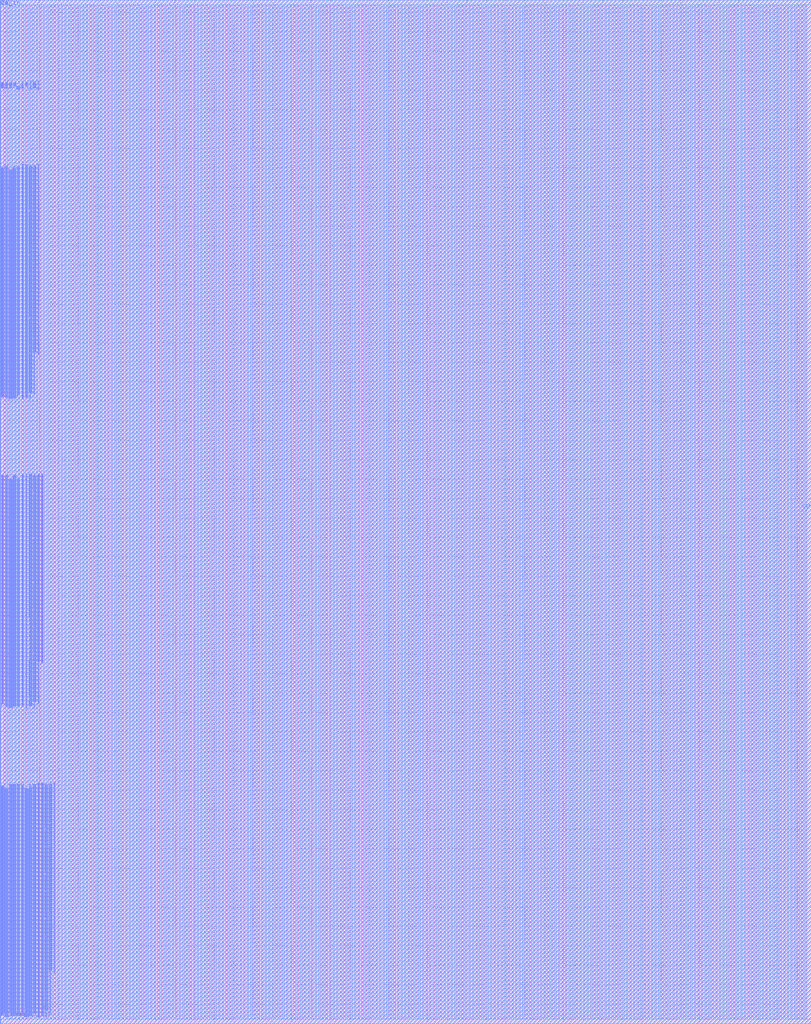
<source format=lef>
VERSION 5.7 ;
BUSBITCHARS "[]" ;
MACRO fakeram130_256x512
  FOREIGN fakeram130_256x512 0 0 ;
  SYMMETRY X Y ;
  SIZE 834.440 BY 1052.640 ;
  CLASS BLOCK ;
  PIN w_mask_in[0]
    DIRECTION INPUT ;
    USE SIGNAL ;
    SHAPE ABUTMENT ;
    PORT
      LAYER met3 ;
      RECT 0.000 4.370 0.460 4.830 ;
    END
  END w_mask_in[0]
  PIN w_mask_in[1]
    DIRECTION INPUT ;
    USE SIGNAL ;
    SHAPE ABUTMENT ;
    PORT
      LAYER met3 ;
      RECT 0.000 4.830 0.460 5.290 ;
    END
  END w_mask_in[1]
  PIN w_mask_in[2]
    DIRECTION INPUT ;
    USE SIGNAL ;
    SHAPE ABUTMENT ;
    PORT
      LAYER met3 ;
      RECT 0.000 5.290 0.460 5.750 ;
    END
  END w_mask_in[2]
  PIN w_mask_in[3]
    DIRECTION INPUT ;
    USE SIGNAL ;
    SHAPE ABUTMENT ;
    PORT
      LAYER met3 ;
      RECT 0.000 5.750 0.460 6.210 ;
    END
  END w_mask_in[3]
  PIN w_mask_in[4]
    DIRECTION INPUT ;
    USE SIGNAL ;
    SHAPE ABUTMENT ;
    PORT
      LAYER met3 ;
      RECT 0.000 6.210 0.460 6.670 ;
    END
  END w_mask_in[4]
  PIN w_mask_in[5]
    DIRECTION INPUT ;
    USE SIGNAL ;
    SHAPE ABUTMENT ;
    PORT
      LAYER met3 ;
      RECT 0.000 6.670 0.460 7.130 ;
    END
  END w_mask_in[5]
  PIN w_mask_in[6]
    DIRECTION INPUT ;
    USE SIGNAL ;
    SHAPE ABUTMENT ;
    PORT
      LAYER met3 ;
      RECT 0.000 7.130 0.460 7.590 ;
    END
  END w_mask_in[6]
  PIN w_mask_in[7]
    DIRECTION INPUT ;
    USE SIGNAL ;
    SHAPE ABUTMENT ;
    PORT
      LAYER met3 ;
      RECT 0.000 7.590 0.460 8.050 ;
    END
  END w_mask_in[7]
  PIN w_mask_in[8]
    DIRECTION INPUT ;
    USE SIGNAL ;
    SHAPE ABUTMENT ;
    PORT
      LAYER met3 ;
      RECT 0.000 8.050 0.460 8.510 ;
    END
  END w_mask_in[8]
  PIN w_mask_in[9]
    DIRECTION INPUT ;
    USE SIGNAL ;
    SHAPE ABUTMENT ;
    PORT
      LAYER met3 ;
      RECT 0.000 8.510 0.460 8.970 ;
    END
  END w_mask_in[9]
  PIN w_mask_in[10]
    DIRECTION INPUT ;
    USE SIGNAL ;
    SHAPE ABUTMENT ;
    PORT
      LAYER met3 ;
      RECT 0.000 8.970 0.460 9.430 ;
    END
  END w_mask_in[10]
  PIN w_mask_in[11]
    DIRECTION INPUT ;
    USE SIGNAL ;
    SHAPE ABUTMENT ;
    PORT
      LAYER met3 ;
      RECT 0.000 9.430 0.460 9.890 ;
    END
  END w_mask_in[11]
  PIN w_mask_in[12]
    DIRECTION INPUT ;
    USE SIGNAL ;
    SHAPE ABUTMENT ;
    PORT
      LAYER met3 ;
      RECT 0.000 9.890 0.460 10.350 ;
    END
  END w_mask_in[12]
  PIN w_mask_in[13]
    DIRECTION INPUT ;
    USE SIGNAL ;
    SHAPE ABUTMENT ;
    PORT
      LAYER met3 ;
      RECT 0.000 10.350 0.460 10.810 ;
    END
  END w_mask_in[13]
  PIN w_mask_in[14]
    DIRECTION INPUT ;
    USE SIGNAL ;
    SHAPE ABUTMENT ;
    PORT
      LAYER met3 ;
      RECT 0.000 10.810 0.460 11.270 ;
    END
  END w_mask_in[14]
  PIN w_mask_in[15]
    DIRECTION INPUT ;
    USE SIGNAL ;
    SHAPE ABUTMENT ;
    PORT
      LAYER met3 ;
      RECT 0.000 11.270 0.460 11.730 ;
    END
  END w_mask_in[15]
  PIN w_mask_in[16]
    DIRECTION INPUT ;
    USE SIGNAL ;
    SHAPE ABUTMENT ;
    PORT
      LAYER met3 ;
      RECT 0.000 11.730 0.460 12.190 ;
    END
  END w_mask_in[16]
  PIN w_mask_in[17]
    DIRECTION INPUT ;
    USE SIGNAL ;
    SHAPE ABUTMENT ;
    PORT
      LAYER met3 ;
      RECT 0.000 12.190 0.460 12.650 ;
    END
  END w_mask_in[17]
  PIN w_mask_in[18]
    DIRECTION INPUT ;
    USE SIGNAL ;
    SHAPE ABUTMENT ;
    PORT
      LAYER met3 ;
      RECT 0.000 12.650 0.460 13.110 ;
    END
  END w_mask_in[18]
  PIN w_mask_in[19]
    DIRECTION INPUT ;
    USE SIGNAL ;
    SHAPE ABUTMENT ;
    PORT
      LAYER met3 ;
      RECT 0.000 13.110 0.460 13.570 ;
    END
  END w_mask_in[19]
  PIN w_mask_in[20]
    DIRECTION INPUT ;
    USE SIGNAL ;
    SHAPE ABUTMENT ;
    PORT
      LAYER met3 ;
      RECT 0.000 13.570 0.460 14.030 ;
    END
  END w_mask_in[20]
  PIN w_mask_in[21]
    DIRECTION INPUT ;
    USE SIGNAL ;
    SHAPE ABUTMENT ;
    PORT
      LAYER met3 ;
      RECT 0.000 14.030 0.460 14.490 ;
    END
  END w_mask_in[21]
  PIN w_mask_in[22]
    DIRECTION INPUT ;
    USE SIGNAL ;
    SHAPE ABUTMENT ;
    PORT
      LAYER met3 ;
      RECT 0.000 14.490 0.460 14.950 ;
    END
  END w_mask_in[22]
  PIN w_mask_in[23]
    DIRECTION INPUT ;
    USE SIGNAL ;
    SHAPE ABUTMENT ;
    PORT
      LAYER met3 ;
      RECT 0.000 14.950 0.460 15.410 ;
    END
  END w_mask_in[23]
  PIN w_mask_in[24]
    DIRECTION INPUT ;
    USE SIGNAL ;
    SHAPE ABUTMENT ;
    PORT
      LAYER met3 ;
      RECT 0.000 15.410 0.460 15.870 ;
    END
  END w_mask_in[24]
  PIN w_mask_in[25]
    DIRECTION INPUT ;
    USE SIGNAL ;
    SHAPE ABUTMENT ;
    PORT
      LAYER met3 ;
      RECT 0.000 15.870 0.460 16.330 ;
    END
  END w_mask_in[25]
  PIN w_mask_in[26]
    DIRECTION INPUT ;
    USE SIGNAL ;
    SHAPE ABUTMENT ;
    PORT
      LAYER met3 ;
      RECT 0.000 16.330 0.460 16.790 ;
    END
  END w_mask_in[26]
  PIN w_mask_in[27]
    DIRECTION INPUT ;
    USE SIGNAL ;
    SHAPE ABUTMENT ;
    PORT
      LAYER met3 ;
      RECT 0.000 16.790 0.460 17.250 ;
    END
  END w_mask_in[27]
  PIN w_mask_in[28]
    DIRECTION INPUT ;
    USE SIGNAL ;
    SHAPE ABUTMENT ;
    PORT
      LAYER met3 ;
      RECT 0.000 17.250 0.460 17.710 ;
    END
  END w_mask_in[28]
  PIN w_mask_in[29]
    DIRECTION INPUT ;
    USE SIGNAL ;
    SHAPE ABUTMENT ;
    PORT
      LAYER met3 ;
      RECT 0.000 17.710 0.460 18.170 ;
    END
  END w_mask_in[29]
  PIN w_mask_in[30]
    DIRECTION INPUT ;
    USE SIGNAL ;
    SHAPE ABUTMENT ;
    PORT
      LAYER met3 ;
      RECT 0.000 18.170 0.460 18.630 ;
    END
  END w_mask_in[30]
  PIN w_mask_in[31]
    DIRECTION INPUT ;
    USE SIGNAL ;
    SHAPE ABUTMENT ;
    PORT
      LAYER met3 ;
      RECT 0.000 18.630 0.460 19.090 ;
    END
  END w_mask_in[31]
  PIN w_mask_in[32]
    DIRECTION INPUT ;
    USE SIGNAL ;
    SHAPE ABUTMENT ;
    PORT
      LAYER met3 ;
      RECT 0.000 19.090 0.460 19.550 ;
    END
  END w_mask_in[32]
  PIN w_mask_in[33]
    DIRECTION INPUT ;
    USE SIGNAL ;
    SHAPE ABUTMENT ;
    PORT
      LAYER met3 ;
      RECT 0.000 19.550 0.460 20.010 ;
    END
  END w_mask_in[33]
  PIN w_mask_in[34]
    DIRECTION INPUT ;
    USE SIGNAL ;
    SHAPE ABUTMENT ;
    PORT
      LAYER met3 ;
      RECT 0.000 20.010 0.460 20.470 ;
    END
  END w_mask_in[34]
  PIN w_mask_in[35]
    DIRECTION INPUT ;
    USE SIGNAL ;
    SHAPE ABUTMENT ;
    PORT
      LAYER met3 ;
      RECT 0.000 20.470 0.460 20.930 ;
    END
  END w_mask_in[35]
  PIN w_mask_in[36]
    DIRECTION INPUT ;
    USE SIGNAL ;
    SHAPE ABUTMENT ;
    PORT
      LAYER met3 ;
      RECT 0.000 20.930 0.460 21.390 ;
    END
  END w_mask_in[36]
  PIN w_mask_in[37]
    DIRECTION INPUT ;
    USE SIGNAL ;
    SHAPE ABUTMENT ;
    PORT
      LAYER met3 ;
      RECT 0.000 21.390 0.460 21.850 ;
    END
  END w_mask_in[37]
  PIN w_mask_in[38]
    DIRECTION INPUT ;
    USE SIGNAL ;
    SHAPE ABUTMENT ;
    PORT
      LAYER met3 ;
      RECT 0.000 21.850 0.460 22.310 ;
    END
  END w_mask_in[38]
  PIN w_mask_in[39]
    DIRECTION INPUT ;
    USE SIGNAL ;
    SHAPE ABUTMENT ;
    PORT
      LAYER met3 ;
      RECT 0.000 22.310 0.460 22.770 ;
    END
  END w_mask_in[39]
  PIN w_mask_in[40]
    DIRECTION INPUT ;
    USE SIGNAL ;
    SHAPE ABUTMENT ;
    PORT
      LAYER met3 ;
      RECT 0.000 22.770 0.460 23.230 ;
    END
  END w_mask_in[40]
  PIN w_mask_in[41]
    DIRECTION INPUT ;
    USE SIGNAL ;
    SHAPE ABUTMENT ;
    PORT
      LAYER met3 ;
      RECT 0.000 23.230 0.460 23.690 ;
    END
  END w_mask_in[41]
  PIN w_mask_in[42]
    DIRECTION INPUT ;
    USE SIGNAL ;
    SHAPE ABUTMENT ;
    PORT
      LAYER met3 ;
      RECT 0.000 23.690 0.460 24.150 ;
    END
  END w_mask_in[42]
  PIN w_mask_in[43]
    DIRECTION INPUT ;
    USE SIGNAL ;
    SHAPE ABUTMENT ;
    PORT
      LAYER met3 ;
      RECT 0.000 24.150 0.460 24.610 ;
    END
  END w_mask_in[43]
  PIN w_mask_in[44]
    DIRECTION INPUT ;
    USE SIGNAL ;
    SHAPE ABUTMENT ;
    PORT
      LAYER met3 ;
      RECT 0.000 24.610 0.460 25.070 ;
    END
  END w_mask_in[44]
  PIN w_mask_in[45]
    DIRECTION INPUT ;
    USE SIGNAL ;
    SHAPE ABUTMENT ;
    PORT
      LAYER met3 ;
      RECT 0.000 25.070 0.460 25.530 ;
    END
  END w_mask_in[45]
  PIN w_mask_in[46]
    DIRECTION INPUT ;
    USE SIGNAL ;
    SHAPE ABUTMENT ;
    PORT
      LAYER met3 ;
      RECT 0.000 25.530 0.460 25.990 ;
    END
  END w_mask_in[46]
  PIN w_mask_in[47]
    DIRECTION INPUT ;
    USE SIGNAL ;
    SHAPE ABUTMENT ;
    PORT
      LAYER met3 ;
      RECT 0.000 25.990 0.460 26.450 ;
    END
  END w_mask_in[47]
  PIN w_mask_in[48]
    DIRECTION INPUT ;
    USE SIGNAL ;
    SHAPE ABUTMENT ;
    PORT
      LAYER met3 ;
      RECT 0.000 26.450 0.460 26.910 ;
    END
  END w_mask_in[48]
  PIN w_mask_in[49]
    DIRECTION INPUT ;
    USE SIGNAL ;
    SHAPE ABUTMENT ;
    PORT
      LAYER met3 ;
      RECT 0.000 26.910 0.460 27.370 ;
    END
  END w_mask_in[49]
  PIN w_mask_in[50]
    DIRECTION INPUT ;
    USE SIGNAL ;
    SHAPE ABUTMENT ;
    PORT
      LAYER met3 ;
      RECT 0.000 27.370 0.460 27.830 ;
    END
  END w_mask_in[50]
  PIN w_mask_in[51]
    DIRECTION INPUT ;
    USE SIGNAL ;
    SHAPE ABUTMENT ;
    PORT
      LAYER met3 ;
      RECT 0.000 27.830 0.460 28.290 ;
    END
  END w_mask_in[51]
  PIN w_mask_in[52]
    DIRECTION INPUT ;
    USE SIGNAL ;
    SHAPE ABUTMENT ;
    PORT
      LAYER met3 ;
      RECT 0.000 28.290 0.460 28.750 ;
    END
  END w_mask_in[52]
  PIN w_mask_in[53]
    DIRECTION INPUT ;
    USE SIGNAL ;
    SHAPE ABUTMENT ;
    PORT
      LAYER met3 ;
      RECT 0.000 28.750 0.460 29.210 ;
    END
  END w_mask_in[53]
  PIN w_mask_in[54]
    DIRECTION INPUT ;
    USE SIGNAL ;
    SHAPE ABUTMENT ;
    PORT
      LAYER met3 ;
      RECT 0.000 29.210 0.460 29.670 ;
    END
  END w_mask_in[54]
  PIN w_mask_in[55]
    DIRECTION INPUT ;
    USE SIGNAL ;
    SHAPE ABUTMENT ;
    PORT
      LAYER met3 ;
      RECT 0.000 29.670 0.460 30.130 ;
    END
  END w_mask_in[55]
  PIN w_mask_in[56]
    DIRECTION INPUT ;
    USE SIGNAL ;
    SHAPE ABUTMENT ;
    PORT
      LAYER met3 ;
      RECT 0.000 30.130 0.460 30.590 ;
    END
  END w_mask_in[56]
  PIN w_mask_in[57]
    DIRECTION INPUT ;
    USE SIGNAL ;
    SHAPE ABUTMENT ;
    PORT
      LAYER met3 ;
      RECT 0.000 30.590 0.460 31.050 ;
    END
  END w_mask_in[57]
  PIN w_mask_in[58]
    DIRECTION INPUT ;
    USE SIGNAL ;
    SHAPE ABUTMENT ;
    PORT
      LAYER met3 ;
      RECT 0.000 31.050 0.460 31.510 ;
    END
  END w_mask_in[58]
  PIN w_mask_in[59]
    DIRECTION INPUT ;
    USE SIGNAL ;
    SHAPE ABUTMENT ;
    PORT
      LAYER met3 ;
      RECT 0.000 31.510 0.460 31.970 ;
    END
  END w_mask_in[59]
  PIN w_mask_in[60]
    DIRECTION INPUT ;
    USE SIGNAL ;
    SHAPE ABUTMENT ;
    PORT
      LAYER met3 ;
      RECT 0.000 31.970 0.460 32.430 ;
    END
  END w_mask_in[60]
  PIN w_mask_in[61]
    DIRECTION INPUT ;
    USE SIGNAL ;
    SHAPE ABUTMENT ;
    PORT
      LAYER met3 ;
      RECT 0.000 32.430 0.460 32.890 ;
    END
  END w_mask_in[61]
  PIN w_mask_in[62]
    DIRECTION INPUT ;
    USE SIGNAL ;
    SHAPE ABUTMENT ;
    PORT
      LAYER met3 ;
      RECT 0.000 32.890 0.460 33.350 ;
    END
  END w_mask_in[62]
  PIN w_mask_in[63]
    DIRECTION INPUT ;
    USE SIGNAL ;
    SHAPE ABUTMENT ;
    PORT
      LAYER met3 ;
      RECT 0.000 33.350 0.460 33.810 ;
    END
  END w_mask_in[63]
  PIN w_mask_in[64]
    DIRECTION INPUT ;
    USE SIGNAL ;
    SHAPE ABUTMENT ;
    PORT
      LAYER met3 ;
      RECT 0.000 33.810 0.460 34.270 ;
    END
  END w_mask_in[64]
  PIN w_mask_in[65]
    DIRECTION INPUT ;
    USE SIGNAL ;
    SHAPE ABUTMENT ;
    PORT
      LAYER met3 ;
      RECT 0.000 34.270 0.460 34.730 ;
    END
  END w_mask_in[65]
  PIN w_mask_in[66]
    DIRECTION INPUT ;
    USE SIGNAL ;
    SHAPE ABUTMENT ;
    PORT
      LAYER met3 ;
      RECT 0.000 34.730 0.460 35.190 ;
    END
  END w_mask_in[66]
  PIN w_mask_in[67]
    DIRECTION INPUT ;
    USE SIGNAL ;
    SHAPE ABUTMENT ;
    PORT
      LAYER met3 ;
      RECT 0.000 35.190 0.460 35.650 ;
    END
  END w_mask_in[67]
  PIN w_mask_in[68]
    DIRECTION INPUT ;
    USE SIGNAL ;
    SHAPE ABUTMENT ;
    PORT
      LAYER met3 ;
      RECT 0.000 35.650 0.460 36.110 ;
    END
  END w_mask_in[68]
  PIN w_mask_in[69]
    DIRECTION INPUT ;
    USE SIGNAL ;
    SHAPE ABUTMENT ;
    PORT
      LAYER met3 ;
      RECT 0.000 36.110 0.460 36.570 ;
    END
  END w_mask_in[69]
  PIN w_mask_in[70]
    DIRECTION INPUT ;
    USE SIGNAL ;
    SHAPE ABUTMENT ;
    PORT
      LAYER met3 ;
      RECT 0.000 36.570 0.460 37.030 ;
    END
  END w_mask_in[70]
  PIN w_mask_in[71]
    DIRECTION INPUT ;
    USE SIGNAL ;
    SHAPE ABUTMENT ;
    PORT
      LAYER met3 ;
      RECT 0.000 37.030 0.460 37.490 ;
    END
  END w_mask_in[71]
  PIN w_mask_in[72]
    DIRECTION INPUT ;
    USE SIGNAL ;
    SHAPE ABUTMENT ;
    PORT
      LAYER met3 ;
      RECT 0.000 37.490 0.460 37.950 ;
    END
  END w_mask_in[72]
  PIN w_mask_in[73]
    DIRECTION INPUT ;
    USE SIGNAL ;
    SHAPE ABUTMENT ;
    PORT
      LAYER met3 ;
      RECT 0.000 37.950 0.460 38.410 ;
    END
  END w_mask_in[73]
  PIN w_mask_in[74]
    DIRECTION INPUT ;
    USE SIGNAL ;
    SHAPE ABUTMENT ;
    PORT
      LAYER met3 ;
      RECT 0.000 38.410 0.460 38.870 ;
    END
  END w_mask_in[74]
  PIN w_mask_in[75]
    DIRECTION INPUT ;
    USE SIGNAL ;
    SHAPE ABUTMENT ;
    PORT
      LAYER met3 ;
      RECT 0.000 38.870 0.460 39.330 ;
    END
  END w_mask_in[75]
  PIN w_mask_in[76]
    DIRECTION INPUT ;
    USE SIGNAL ;
    SHAPE ABUTMENT ;
    PORT
      LAYER met3 ;
      RECT 0.000 39.330 0.460 39.790 ;
    END
  END w_mask_in[76]
  PIN w_mask_in[77]
    DIRECTION INPUT ;
    USE SIGNAL ;
    SHAPE ABUTMENT ;
    PORT
      LAYER met3 ;
      RECT 0.000 39.790 0.460 40.250 ;
    END
  END w_mask_in[77]
  PIN w_mask_in[78]
    DIRECTION INPUT ;
    USE SIGNAL ;
    SHAPE ABUTMENT ;
    PORT
      LAYER met3 ;
      RECT 0.000 40.250 0.460 40.710 ;
    END
  END w_mask_in[78]
  PIN w_mask_in[79]
    DIRECTION INPUT ;
    USE SIGNAL ;
    SHAPE ABUTMENT ;
    PORT
      LAYER met3 ;
      RECT 0.000 40.710 0.460 41.170 ;
    END
  END w_mask_in[79]
  PIN w_mask_in[80]
    DIRECTION INPUT ;
    USE SIGNAL ;
    SHAPE ABUTMENT ;
    PORT
      LAYER met3 ;
      RECT 0.000 41.170 0.460 41.630 ;
    END
  END w_mask_in[80]
  PIN w_mask_in[81]
    DIRECTION INPUT ;
    USE SIGNAL ;
    SHAPE ABUTMENT ;
    PORT
      LAYER met3 ;
      RECT 0.000 41.630 0.460 42.090 ;
    END
  END w_mask_in[81]
  PIN w_mask_in[82]
    DIRECTION INPUT ;
    USE SIGNAL ;
    SHAPE ABUTMENT ;
    PORT
      LAYER met3 ;
      RECT 0.000 42.090 0.460 42.550 ;
    END
  END w_mask_in[82]
  PIN w_mask_in[83]
    DIRECTION INPUT ;
    USE SIGNAL ;
    SHAPE ABUTMENT ;
    PORT
      LAYER met3 ;
      RECT 0.000 42.550 0.460 43.010 ;
    END
  END w_mask_in[83]
  PIN w_mask_in[84]
    DIRECTION INPUT ;
    USE SIGNAL ;
    SHAPE ABUTMENT ;
    PORT
      LAYER met3 ;
      RECT 0.000 43.010 0.460 43.470 ;
    END
  END w_mask_in[84]
  PIN w_mask_in[85]
    DIRECTION INPUT ;
    USE SIGNAL ;
    SHAPE ABUTMENT ;
    PORT
      LAYER met3 ;
      RECT 0.000 43.470 0.460 43.930 ;
    END
  END w_mask_in[85]
  PIN w_mask_in[86]
    DIRECTION INPUT ;
    USE SIGNAL ;
    SHAPE ABUTMENT ;
    PORT
      LAYER met3 ;
      RECT 0.000 43.930 0.460 44.390 ;
    END
  END w_mask_in[86]
  PIN w_mask_in[87]
    DIRECTION INPUT ;
    USE SIGNAL ;
    SHAPE ABUTMENT ;
    PORT
      LAYER met3 ;
      RECT 0.000 44.390 0.460 44.850 ;
    END
  END w_mask_in[87]
  PIN w_mask_in[88]
    DIRECTION INPUT ;
    USE SIGNAL ;
    SHAPE ABUTMENT ;
    PORT
      LAYER met3 ;
      RECT 0.000 44.850 0.460 45.310 ;
    END
  END w_mask_in[88]
  PIN w_mask_in[89]
    DIRECTION INPUT ;
    USE SIGNAL ;
    SHAPE ABUTMENT ;
    PORT
      LAYER met3 ;
      RECT 0.000 45.310 0.460 45.770 ;
    END
  END w_mask_in[89]
  PIN w_mask_in[90]
    DIRECTION INPUT ;
    USE SIGNAL ;
    SHAPE ABUTMENT ;
    PORT
      LAYER met3 ;
      RECT 0.000 45.770 0.460 46.230 ;
    END
  END w_mask_in[90]
  PIN w_mask_in[91]
    DIRECTION INPUT ;
    USE SIGNAL ;
    SHAPE ABUTMENT ;
    PORT
      LAYER met3 ;
      RECT 0.000 46.230 0.460 46.690 ;
    END
  END w_mask_in[91]
  PIN w_mask_in[92]
    DIRECTION INPUT ;
    USE SIGNAL ;
    SHAPE ABUTMENT ;
    PORT
      LAYER met3 ;
      RECT 0.000 46.690 0.460 47.150 ;
    END
  END w_mask_in[92]
  PIN w_mask_in[93]
    DIRECTION INPUT ;
    USE SIGNAL ;
    SHAPE ABUTMENT ;
    PORT
      LAYER met3 ;
      RECT 0.000 47.150 0.460 47.610 ;
    END
  END w_mask_in[93]
  PIN w_mask_in[94]
    DIRECTION INPUT ;
    USE SIGNAL ;
    SHAPE ABUTMENT ;
    PORT
      LAYER met3 ;
      RECT 0.000 47.610 0.460 48.070 ;
    END
  END w_mask_in[94]
  PIN w_mask_in[95]
    DIRECTION INPUT ;
    USE SIGNAL ;
    SHAPE ABUTMENT ;
    PORT
      LAYER met3 ;
      RECT 0.000 48.070 0.460 48.530 ;
    END
  END w_mask_in[95]
  PIN w_mask_in[96]
    DIRECTION INPUT ;
    USE SIGNAL ;
    SHAPE ABUTMENT ;
    PORT
      LAYER met3 ;
      RECT 0.000 48.530 0.460 48.990 ;
    END
  END w_mask_in[96]
  PIN w_mask_in[97]
    DIRECTION INPUT ;
    USE SIGNAL ;
    SHAPE ABUTMENT ;
    PORT
      LAYER met3 ;
      RECT 0.000 48.990 0.460 49.450 ;
    END
  END w_mask_in[97]
  PIN w_mask_in[98]
    DIRECTION INPUT ;
    USE SIGNAL ;
    SHAPE ABUTMENT ;
    PORT
      LAYER met3 ;
      RECT 0.000 49.450 0.460 49.910 ;
    END
  END w_mask_in[98]
  PIN w_mask_in[99]
    DIRECTION INPUT ;
    USE SIGNAL ;
    SHAPE ABUTMENT ;
    PORT
      LAYER met3 ;
      RECT 0.000 49.910 0.460 50.370 ;
    END
  END w_mask_in[99]
  PIN w_mask_in[100]
    DIRECTION INPUT ;
    USE SIGNAL ;
    SHAPE ABUTMENT ;
    PORT
      LAYER met3 ;
      RECT 0.000 50.370 0.460 50.830 ;
    END
  END w_mask_in[100]
  PIN w_mask_in[101]
    DIRECTION INPUT ;
    USE SIGNAL ;
    SHAPE ABUTMENT ;
    PORT
      LAYER met3 ;
      RECT 0.000 50.830 0.460 51.290 ;
    END
  END w_mask_in[101]
  PIN w_mask_in[102]
    DIRECTION INPUT ;
    USE SIGNAL ;
    SHAPE ABUTMENT ;
    PORT
      LAYER met3 ;
      RECT 0.000 51.290 0.460 51.750 ;
    END
  END w_mask_in[102]
  PIN w_mask_in[103]
    DIRECTION INPUT ;
    USE SIGNAL ;
    SHAPE ABUTMENT ;
    PORT
      LAYER met3 ;
      RECT 0.000 51.750 0.460 52.210 ;
    END
  END w_mask_in[103]
  PIN w_mask_in[104]
    DIRECTION INPUT ;
    USE SIGNAL ;
    SHAPE ABUTMENT ;
    PORT
      LAYER met3 ;
      RECT 0.000 52.210 0.460 52.670 ;
    END
  END w_mask_in[104]
  PIN w_mask_in[105]
    DIRECTION INPUT ;
    USE SIGNAL ;
    SHAPE ABUTMENT ;
    PORT
      LAYER met3 ;
      RECT 0.000 52.670 0.460 53.130 ;
    END
  END w_mask_in[105]
  PIN w_mask_in[106]
    DIRECTION INPUT ;
    USE SIGNAL ;
    SHAPE ABUTMENT ;
    PORT
      LAYER met3 ;
      RECT 0.000 53.130 0.460 53.590 ;
    END
  END w_mask_in[106]
  PIN w_mask_in[107]
    DIRECTION INPUT ;
    USE SIGNAL ;
    SHAPE ABUTMENT ;
    PORT
      LAYER met3 ;
      RECT 0.000 53.590 0.460 54.050 ;
    END
  END w_mask_in[107]
  PIN w_mask_in[108]
    DIRECTION INPUT ;
    USE SIGNAL ;
    SHAPE ABUTMENT ;
    PORT
      LAYER met3 ;
      RECT 0.000 54.050 0.460 54.510 ;
    END
  END w_mask_in[108]
  PIN w_mask_in[109]
    DIRECTION INPUT ;
    USE SIGNAL ;
    SHAPE ABUTMENT ;
    PORT
      LAYER met3 ;
      RECT 0.000 54.510 0.460 54.970 ;
    END
  END w_mask_in[109]
  PIN w_mask_in[110]
    DIRECTION INPUT ;
    USE SIGNAL ;
    SHAPE ABUTMENT ;
    PORT
      LAYER met3 ;
      RECT 0.000 54.970 0.460 55.430 ;
    END
  END w_mask_in[110]
  PIN w_mask_in[111]
    DIRECTION INPUT ;
    USE SIGNAL ;
    SHAPE ABUTMENT ;
    PORT
      LAYER met3 ;
      RECT 0.000 55.430 0.460 55.890 ;
    END
  END w_mask_in[111]
  PIN w_mask_in[112]
    DIRECTION INPUT ;
    USE SIGNAL ;
    SHAPE ABUTMENT ;
    PORT
      LAYER met3 ;
      RECT 0.000 55.890 0.460 56.350 ;
    END
  END w_mask_in[112]
  PIN w_mask_in[113]
    DIRECTION INPUT ;
    USE SIGNAL ;
    SHAPE ABUTMENT ;
    PORT
      LAYER met3 ;
      RECT 0.000 56.350 0.460 56.810 ;
    END
  END w_mask_in[113]
  PIN w_mask_in[114]
    DIRECTION INPUT ;
    USE SIGNAL ;
    SHAPE ABUTMENT ;
    PORT
      LAYER met3 ;
      RECT 0.000 56.810 0.460 57.270 ;
    END
  END w_mask_in[114]
  PIN w_mask_in[115]
    DIRECTION INPUT ;
    USE SIGNAL ;
    SHAPE ABUTMENT ;
    PORT
      LAYER met3 ;
      RECT 0.000 57.270 0.460 57.730 ;
    END
  END w_mask_in[115]
  PIN w_mask_in[116]
    DIRECTION INPUT ;
    USE SIGNAL ;
    SHAPE ABUTMENT ;
    PORT
      LAYER met3 ;
      RECT 0.000 57.730 0.460 58.190 ;
    END
  END w_mask_in[116]
  PIN w_mask_in[117]
    DIRECTION INPUT ;
    USE SIGNAL ;
    SHAPE ABUTMENT ;
    PORT
      LAYER met3 ;
      RECT 0.000 58.190 0.460 58.650 ;
    END
  END w_mask_in[117]
  PIN w_mask_in[118]
    DIRECTION INPUT ;
    USE SIGNAL ;
    SHAPE ABUTMENT ;
    PORT
      LAYER met3 ;
      RECT 0.000 58.650 0.460 59.110 ;
    END
  END w_mask_in[118]
  PIN w_mask_in[119]
    DIRECTION INPUT ;
    USE SIGNAL ;
    SHAPE ABUTMENT ;
    PORT
      LAYER met3 ;
      RECT 0.000 59.110 0.460 59.570 ;
    END
  END w_mask_in[119]
  PIN w_mask_in[120]
    DIRECTION INPUT ;
    USE SIGNAL ;
    SHAPE ABUTMENT ;
    PORT
      LAYER met3 ;
      RECT 0.000 59.570 0.460 60.030 ;
    END
  END w_mask_in[120]
  PIN w_mask_in[121]
    DIRECTION INPUT ;
    USE SIGNAL ;
    SHAPE ABUTMENT ;
    PORT
      LAYER met3 ;
      RECT 0.000 60.030 0.460 60.490 ;
    END
  END w_mask_in[121]
  PIN w_mask_in[122]
    DIRECTION INPUT ;
    USE SIGNAL ;
    SHAPE ABUTMENT ;
    PORT
      LAYER met3 ;
      RECT 0.000 60.490 0.460 60.950 ;
    END
  END w_mask_in[122]
  PIN w_mask_in[123]
    DIRECTION INPUT ;
    USE SIGNAL ;
    SHAPE ABUTMENT ;
    PORT
      LAYER met3 ;
      RECT 0.000 60.950 0.460 61.410 ;
    END
  END w_mask_in[123]
  PIN w_mask_in[124]
    DIRECTION INPUT ;
    USE SIGNAL ;
    SHAPE ABUTMENT ;
    PORT
      LAYER met3 ;
      RECT 0.000 61.410 0.460 61.870 ;
    END
  END w_mask_in[124]
  PIN w_mask_in[125]
    DIRECTION INPUT ;
    USE SIGNAL ;
    SHAPE ABUTMENT ;
    PORT
      LAYER met3 ;
      RECT 0.000 61.870 0.460 62.330 ;
    END
  END w_mask_in[125]
  PIN w_mask_in[126]
    DIRECTION INPUT ;
    USE SIGNAL ;
    SHAPE ABUTMENT ;
    PORT
      LAYER met3 ;
      RECT 0.000 62.330 0.460 62.790 ;
    END
  END w_mask_in[126]
  PIN w_mask_in[127]
    DIRECTION INPUT ;
    USE SIGNAL ;
    SHAPE ABUTMENT ;
    PORT
      LAYER met3 ;
      RECT 0.000 62.790 0.460 63.250 ;
    END
  END w_mask_in[127]
  PIN w_mask_in[128]
    DIRECTION INPUT ;
    USE SIGNAL ;
    SHAPE ABUTMENT ;
    PORT
      LAYER met3 ;
      RECT 0.000 63.250 0.460 63.710 ;
    END
  END w_mask_in[128]
  PIN w_mask_in[129]
    DIRECTION INPUT ;
    USE SIGNAL ;
    SHAPE ABUTMENT ;
    PORT
      LAYER met3 ;
      RECT 0.000 63.710 0.460 64.170 ;
    END
  END w_mask_in[129]
  PIN w_mask_in[130]
    DIRECTION INPUT ;
    USE SIGNAL ;
    SHAPE ABUTMENT ;
    PORT
      LAYER met3 ;
      RECT 0.000 64.170 0.460 64.630 ;
    END
  END w_mask_in[130]
  PIN w_mask_in[131]
    DIRECTION INPUT ;
    USE SIGNAL ;
    SHAPE ABUTMENT ;
    PORT
      LAYER met3 ;
      RECT 0.000 64.630 0.460 65.090 ;
    END
  END w_mask_in[131]
  PIN w_mask_in[132]
    DIRECTION INPUT ;
    USE SIGNAL ;
    SHAPE ABUTMENT ;
    PORT
      LAYER met3 ;
      RECT 0.000 65.090 0.460 65.550 ;
    END
  END w_mask_in[132]
  PIN w_mask_in[133]
    DIRECTION INPUT ;
    USE SIGNAL ;
    SHAPE ABUTMENT ;
    PORT
      LAYER met3 ;
      RECT 0.000 65.550 0.460 66.010 ;
    END
  END w_mask_in[133]
  PIN w_mask_in[134]
    DIRECTION INPUT ;
    USE SIGNAL ;
    SHAPE ABUTMENT ;
    PORT
      LAYER met3 ;
      RECT 0.000 66.010 0.460 66.470 ;
    END
  END w_mask_in[134]
  PIN w_mask_in[135]
    DIRECTION INPUT ;
    USE SIGNAL ;
    SHAPE ABUTMENT ;
    PORT
      LAYER met3 ;
      RECT 0.000 66.470 0.460 66.930 ;
    END
  END w_mask_in[135]
  PIN w_mask_in[136]
    DIRECTION INPUT ;
    USE SIGNAL ;
    SHAPE ABUTMENT ;
    PORT
      LAYER met3 ;
      RECT 0.000 66.930 0.460 67.390 ;
    END
  END w_mask_in[136]
  PIN w_mask_in[137]
    DIRECTION INPUT ;
    USE SIGNAL ;
    SHAPE ABUTMENT ;
    PORT
      LAYER met3 ;
      RECT 0.000 67.390 0.460 67.850 ;
    END
  END w_mask_in[137]
  PIN w_mask_in[138]
    DIRECTION INPUT ;
    USE SIGNAL ;
    SHAPE ABUTMENT ;
    PORT
      LAYER met3 ;
      RECT 0.000 67.850 0.460 68.310 ;
    END
  END w_mask_in[138]
  PIN w_mask_in[139]
    DIRECTION INPUT ;
    USE SIGNAL ;
    SHAPE ABUTMENT ;
    PORT
      LAYER met3 ;
      RECT 0.000 68.310 0.460 68.770 ;
    END
  END w_mask_in[139]
  PIN w_mask_in[140]
    DIRECTION INPUT ;
    USE SIGNAL ;
    SHAPE ABUTMENT ;
    PORT
      LAYER met3 ;
      RECT 0.000 68.770 0.460 69.230 ;
    END
  END w_mask_in[140]
  PIN w_mask_in[141]
    DIRECTION INPUT ;
    USE SIGNAL ;
    SHAPE ABUTMENT ;
    PORT
      LAYER met3 ;
      RECT 0.000 69.230 0.460 69.690 ;
    END
  END w_mask_in[141]
  PIN w_mask_in[142]
    DIRECTION INPUT ;
    USE SIGNAL ;
    SHAPE ABUTMENT ;
    PORT
      LAYER met3 ;
      RECT 0.000 69.690 0.460 70.150 ;
    END
  END w_mask_in[142]
  PIN w_mask_in[143]
    DIRECTION INPUT ;
    USE SIGNAL ;
    SHAPE ABUTMENT ;
    PORT
      LAYER met3 ;
      RECT 0.000 70.150 0.460 70.610 ;
    END
  END w_mask_in[143]
  PIN w_mask_in[144]
    DIRECTION INPUT ;
    USE SIGNAL ;
    SHAPE ABUTMENT ;
    PORT
      LAYER met3 ;
      RECT 0.000 70.610 0.460 71.070 ;
    END
  END w_mask_in[144]
  PIN w_mask_in[145]
    DIRECTION INPUT ;
    USE SIGNAL ;
    SHAPE ABUTMENT ;
    PORT
      LAYER met3 ;
      RECT 0.000 71.070 0.460 71.530 ;
    END
  END w_mask_in[145]
  PIN w_mask_in[146]
    DIRECTION INPUT ;
    USE SIGNAL ;
    SHAPE ABUTMENT ;
    PORT
      LAYER met3 ;
      RECT 0.000 71.530 0.460 71.990 ;
    END
  END w_mask_in[146]
  PIN w_mask_in[147]
    DIRECTION INPUT ;
    USE SIGNAL ;
    SHAPE ABUTMENT ;
    PORT
      LAYER met3 ;
      RECT 0.000 71.990 0.460 72.450 ;
    END
  END w_mask_in[147]
  PIN w_mask_in[148]
    DIRECTION INPUT ;
    USE SIGNAL ;
    SHAPE ABUTMENT ;
    PORT
      LAYER met3 ;
      RECT 0.000 72.450 0.460 72.910 ;
    END
  END w_mask_in[148]
  PIN w_mask_in[149]
    DIRECTION INPUT ;
    USE SIGNAL ;
    SHAPE ABUTMENT ;
    PORT
      LAYER met3 ;
      RECT 0.000 72.910 0.460 73.370 ;
    END
  END w_mask_in[149]
  PIN w_mask_in[150]
    DIRECTION INPUT ;
    USE SIGNAL ;
    SHAPE ABUTMENT ;
    PORT
      LAYER met3 ;
      RECT 0.000 73.370 0.460 73.830 ;
    END
  END w_mask_in[150]
  PIN w_mask_in[151]
    DIRECTION INPUT ;
    USE SIGNAL ;
    SHAPE ABUTMENT ;
    PORT
      LAYER met3 ;
      RECT 0.000 73.830 0.460 74.290 ;
    END
  END w_mask_in[151]
  PIN w_mask_in[152]
    DIRECTION INPUT ;
    USE SIGNAL ;
    SHAPE ABUTMENT ;
    PORT
      LAYER met3 ;
      RECT 0.000 74.290 0.460 74.750 ;
    END
  END w_mask_in[152]
  PIN w_mask_in[153]
    DIRECTION INPUT ;
    USE SIGNAL ;
    SHAPE ABUTMENT ;
    PORT
      LAYER met3 ;
      RECT 0.000 74.750 0.460 75.210 ;
    END
  END w_mask_in[153]
  PIN w_mask_in[154]
    DIRECTION INPUT ;
    USE SIGNAL ;
    SHAPE ABUTMENT ;
    PORT
      LAYER met3 ;
      RECT 0.000 75.210 0.460 75.670 ;
    END
  END w_mask_in[154]
  PIN w_mask_in[155]
    DIRECTION INPUT ;
    USE SIGNAL ;
    SHAPE ABUTMENT ;
    PORT
      LAYER met3 ;
      RECT 0.000 75.670 0.460 76.130 ;
    END
  END w_mask_in[155]
  PIN w_mask_in[156]
    DIRECTION INPUT ;
    USE SIGNAL ;
    SHAPE ABUTMENT ;
    PORT
      LAYER met3 ;
      RECT 0.000 76.130 0.460 76.590 ;
    END
  END w_mask_in[156]
  PIN w_mask_in[157]
    DIRECTION INPUT ;
    USE SIGNAL ;
    SHAPE ABUTMENT ;
    PORT
      LAYER met3 ;
      RECT 0.000 76.590 0.460 77.050 ;
    END
  END w_mask_in[157]
  PIN w_mask_in[158]
    DIRECTION INPUT ;
    USE SIGNAL ;
    SHAPE ABUTMENT ;
    PORT
      LAYER met3 ;
      RECT 0.000 77.050 0.460 77.510 ;
    END
  END w_mask_in[158]
  PIN w_mask_in[159]
    DIRECTION INPUT ;
    USE SIGNAL ;
    SHAPE ABUTMENT ;
    PORT
      LAYER met3 ;
      RECT 0.000 77.510 0.460 77.970 ;
    END
  END w_mask_in[159]
  PIN w_mask_in[160]
    DIRECTION INPUT ;
    USE SIGNAL ;
    SHAPE ABUTMENT ;
    PORT
      LAYER met3 ;
      RECT 0.000 77.970 0.460 78.430 ;
    END
  END w_mask_in[160]
  PIN w_mask_in[161]
    DIRECTION INPUT ;
    USE SIGNAL ;
    SHAPE ABUTMENT ;
    PORT
      LAYER met3 ;
      RECT 0.000 78.430 0.460 78.890 ;
    END
  END w_mask_in[161]
  PIN w_mask_in[162]
    DIRECTION INPUT ;
    USE SIGNAL ;
    SHAPE ABUTMENT ;
    PORT
      LAYER met3 ;
      RECT 0.000 78.890 0.460 79.350 ;
    END
  END w_mask_in[162]
  PIN w_mask_in[163]
    DIRECTION INPUT ;
    USE SIGNAL ;
    SHAPE ABUTMENT ;
    PORT
      LAYER met3 ;
      RECT 0.000 79.350 0.460 79.810 ;
    END
  END w_mask_in[163]
  PIN w_mask_in[164]
    DIRECTION INPUT ;
    USE SIGNAL ;
    SHAPE ABUTMENT ;
    PORT
      LAYER met3 ;
      RECT 0.000 79.810 0.460 80.270 ;
    END
  END w_mask_in[164]
  PIN w_mask_in[165]
    DIRECTION INPUT ;
    USE SIGNAL ;
    SHAPE ABUTMENT ;
    PORT
      LAYER met3 ;
      RECT 0.000 80.270 0.460 80.730 ;
    END
  END w_mask_in[165]
  PIN w_mask_in[166]
    DIRECTION INPUT ;
    USE SIGNAL ;
    SHAPE ABUTMENT ;
    PORT
      LAYER met3 ;
      RECT 0.000 80.730 0.460 81.190 ;
    END
  END w_mask_in[166]
  PIN w_mask_in[167]
    DIRECTION INPUT ;
    USE SIGNAL ;
    SHAPE ABUTMENT ;
    PORT
      LAYER met3 ;
      RECT 0.000 81.190 0.460 81.650 ;
    END
  END w_mask_in[167]
  PIN w_mask_in[168]
    DIRECTION INPUT ;
    USE SIGNAL ;
    SHAPE ABUTMENT ;
    PORT
      LAYER met3 ;
      RECT 0.000 81.650 0.460 82.110 ;
    END
  END w_mask_in[168]
  PIN w_mask_in[169]
    DIRECTION INPUT ;
    USE SIGNAL ;
    SHAPE ABUTMENT ;
    PORT
      LAYER met3 ;
      RECT 0.000 82.110 0.460 82.570 ;
    END
  END w_mask_in[169]
  PIN w_mask_in[170]
    DIRECTION INPUT ;
    USE SIGNAL ;
    SHAPE ABUTMENT ;
    PORT
      LAYER met3 ;
      RECT 0.000 82.570 0.460 83.030 ;
    END
  END w_mask_in[170]
  PIN w_mask_in[171]
    DIRECTION INPUT ;
    USE SIGNAL ;
    SHAPE ABUTMENT ;
    PORT
      LAYER met3 ;
      RECT 0.000 83.030 0.460 83.490 ;
    END
  END w_mask_in[171]
  PIN w_mask_in[172]
    DIRECTION INPUT ;
    USE SIGNAL ;
    SHAPE ABUTMENT ;
    PORT
      LAYER met3 ;
      RECT 0.000 83.490 0.460 83.950 ;
    END
  END w_mask_in[172]
  PIN w_mask_in[173]
    DIRECTION INPUT ;
    USE SIGNAL ;
    SHAPE ABUTMENT ;
    PORT
      LAYER met3 ;
      RECT 0.000 83.950 0.460 84.410 ;
    END
  END w_mask_in[173]
  PIN w_mask_in[174]
    DIRECTION INPUT ;
    USE SIGNAL ;
    SHAPE ABUTMENT ;
    PORT
      LAYER met3 ;
      RECT 0.000 84.410 0.460 84.870 ;
    END
  END w_mask_in[174]
  PIN w_mask_in[175]
    DIRECTION INPUT ;
    USE SIGNAL ;
    SHAPE ABUTMENT ;
    PORT
      LAYER met3 ;
      RECT 0.000 84.870 0.460 85.330 ;
    END
  END w_mask_in[175]
  PIN w_mask_in[176]
    DIRECTION INPUT ;
    USE SIGNAL ;
    SHAPE ABUTMENT ;
    PORT
      LAYER met3 ;
      RECT 0.000 85.330 0.460 85.790 ;
    END
  END w_mask_in[176]
  PIN w_mask_in[177]
    DIRECTION INPUT ;
    USE SIGNAL ;
    SHAPE ABUTMENT ;
    PORT
      LAYER met3 ;
      RECT 0.000 85.790 0.460 86.250 ;
    END
  END w_mask_in[177]
  PIN w_mask_in[178]
    DIRECTION INPUT ;
    USE SIGNAL ;
    SHAPE ABUTMENT ;
    PORT
      LAYER met3 ;
      RECT 0.000 86.250 0.460 86.710 ;
    END
  END w_mask_in[178]
  PIN w_mask_in[179]
    DIRECTION INPUT ;
    USE SIGNAL ;
    SHAPE ABUTMENT ;
    PORT
      LAYER met3 ;
      RECT 0.000 86.710 0.460 87.170 ;
    END
  END w_mask_in[179]
  PIN w_mask_in[180]
    DIRECTION INPUT ;
    USE SIGNAL ;
    SHAPE ABUTMENT ;
    PORT
      LAYER met3 ;
      RECT 0.000 87.170 0.460 87.630 ;
    END
  END w_mask_in[180]
  PIN w_mask_in[181]
    DIRECTION INPUT ;
    USE SIGNAL ;
    SHAPE ABUTMENT ;
    PORT
      LAYER met3 ;
      RECT 0.000 87.630 0.460 88.090 ;
    END
  END w_mask_in[181]
  PIN w_mask_in[182]
    DIRECTION INPUT ;
    USE SIGNAL ;
    SHAPE ABUTMENT ;
    PORT
      LAYER met3 ;
      RECT 0.000 88.090 0.460 88.550 ;
    END
  END w_mask_in[182]
  PIN w_mask_in[183]
    DIRECTION INPUT ;
    USE SIGNAL ;
    SHAPE ABUTMENT ;
    PORT
      LAYER met3 ;
      RECT 0.000 88.550 0.460 89.010 ;
    END
  END w_mask_in[183]
  PIN w_mask_in[184]
    DIRECTION INPUT ;
    USE SIGNAL ;
    SHAPE ABUTMENT ;
    PORT
      LAYER met3 ;
      RECT 0.000 89.010 0.460 89.470 ;
    END
  END w_mask_in[184]
  PIN w_mask_in[185]
    DIRECTION INPUT ;
    USE SIGNAL ;
    SHAPE ABUTMENT ;
    PORT
      LAYER met3 ;
      RECT 0.000 89.470 0.460 89.930 ;
    END
  END w_mask_in[185]
  PIN w_mask_in[186]
    DIRECTION INPUT ;
    USE SIGNAL ;
    SHAPE ABUTMENT ;
    PORT
      LAYER met3 ;
      RECT 0.000 89.930 0.460 90.390 ;
    END
  END w_mask_in[186]
  PIN w_mask_in[187]
    DIRECTION INPUT ;
    USE SIGNAL ;
    SHAPE ABUTMENT ;
    PORT
      LAYER met3 ;
      RECT 0.000 90.390 0.460 90.850 ;
    END
  END w_mask_in[187]
  PIN w_mask_in[188]
    DIRECTION INPUT ;
    USE SIGNAL ;
    SHAPE ABUTMENT ;
    PORT
      LAYER met3 ;
      RECT 0.000 90.850 0.460 91.310 ;
    END
  END w_mask_in[188]
  PIN w_mask_in[189]
    DIRECTION INPUT ;
    USE SIGNAL ;
    SHAPE ABUTMENT ;
    PORT
      LAYER met3 ;
      RECT 0.000 91.310 0.460 91.770 ;
    END
  END w_mask_in[189]
  PIN w_mask_in[190]
    DIRECTION INPUT ;
    USE SIGNAL ;
    SHAPE ABUTMENT ;
    PORT
      LAYER met3 ;
      RECT 0.000 91.770 0.460 92.230 ;
    END
  END w_mask_in[190]
  PIN w_mask_in[191]
    DIRECTION INPUT ;
    USE SIGNAL ;
    SHAPE ABUTMENT ;
    PORT
      LAYER met3 ;
      RECT 0.000 92.230 0.460 92.690 ;
    END
  END w_mask_in[191]
  PIN w_mask_in[192]
    DIRECTION INPUT ;
    USE SIGNAL ;
    SHAPE ABUTMENT ;
    PORT
      LAYER met3 ;
      RECT 0.000 92.690 0.460 93.150 ;
    END
  END w_mask_in[192]
  PIN w_mask_in[193]
    DIRECTION INPUT ;
    USE SIGNAL ;
    SHAPE ABUTMENT ;
    PORT
      LAYER met3 ;
      RECT 0.000 93.150 0.460 93.610 ;
    END
  END w_mask_in[193]
  PIN w_mask_in[194]
    DIRECTION INPUT ;
    USE SIGNAL ;
    SHAPE ABUTMENT ;
    PORT
      LAYER met3 ;
      RECT 0.000 93.610 0.460 94.070 ;
    END
  END w_mask_in[194]
  PIN w_mask_in[195]
    DIRECTION INPUT ;
    USE SIGNAL ;
    SHAPE ABUTMENT ;
    PORT
      LAYER met3 ;
      RECT 0.000 94.070 0.460 94.530 ;
    END
  END w_mask_in[195]
  PIN w_mask_in[196]
    DIRECTION INPUT ;
    USE SIGNAL ;
    SHAPE ABUTMENT ;
    PORT
      LAYER met3 ;
      RECT 0.000 94.530 0.460 94.990 ;
    END
  END w_mask_in[196]
  PIN w_mask_in[197]
    DIRECTION INPUT ;
    USE SIGNAL ;
    SHAPE ABUTMENT ;
    PORT
      LAYER met3 ;
      RECT 0.000 94.990 0.460 95.450 ;
    END
  END w_mask_in[197]
  PIN w_mask_in[198]
    DIRECTION INPUT ;
    USE SIGNAL ;
    SHAPE ABUTMENT ;
    PORT
      LAYER met3 ;
      RECT 0.000 95.450 0.460 95.910 ;
    END
  END w_mask_in[198]
  PIN w_mask_in[199]
    DIRECTION INPUT ;
    USE SIGNAL ;
    SHAPE ABUTMENT ;
    PORT
      LAYER met3 ;
      RECT 0.000 95.910 0.460 96.370 ;
    END
  END w_mask_in[199]
  PIN w_mask_in[200]
    DIRECTION INPUT ;
    USE SIGNAL ;
    SHAPE ABUTMENT ;
    PORT
      LAYER met3 ;
      RECT 0.000 96.370 0.460 96.830 ;
    END
  END w_mask_in[200]
  PIN w_mask_in[201]
    DIRECTION INPUT ;
    USE SIGNAL ;
    SHAPE ABUTMENT ;
    PORT
      LAYER met3 ;
      RECT 0.000 96.830 0.460 97.290 ;
    END
  END w_mask_in[201]
  PIN w_mask_in[202]
    DIRECTION INPUT ;
    USE SIGNAL ;
    SHAPE ABUTMENT ;
    PORT
      LAYER met3 ;
      RECT 0.000 97.290 0.460 97.750 ;
    END
  END w_mask_in[202]
  PIN w_mask_in[203]
    DIRECTION INPUT ;
    USE SIGNAL ;
    SHAPE ABUTMENT ;
    PORT
      LAYER met3 ;
      RECT 0.000 97.750 0.460 98.210 ;
    END
  END w_mask_in[203]
  PIN w_mask_in[204]
    DIRECTION INPUT ;
    USE SIGNAL ;
    SHAPE ABUTMENT ;
    PORT
      LAYER met3 ;
      RECT 0.000 98.210 0.460 98.670 ;
    END
  END w_mask_in[204]
  PIN w_mask_in[205]
    DIRECTION INPUT ;
    USE SIGNAL ;
    SHAPE ABUTMENT ;
    PORT
      LAYER met3 ;
      RECT 0.000 98.670 0.460 99.130 ;
    END
  END w_mask_in[205]
  PIN w_mask_in[206]
    DIRECTION INPUT ;
    USE SIGNAL ;
    SHAPE ABUTMENT ;
    PORT
      LAYER met3 ;
      RECT 0.000 99.130 0.460 99.590 ;
    END
  END w_mask_in[206]
  PIN w_mask_in[207]
    DIRECTION INPUT ;
    USE SIGNAL ;
    SHAPE ABUTMENT ;
    PORT
      LAYER met3 ;
      RECT 0.000 99.590 0.460 100.050 ;
    END
  END w_mask_in[207]
  PIN w_mask_in[208]
    DIRECTION INPUT ;
    USE SIGNAL ;
    SHAPE ABUTMENT ;
    PORT
      LAYER met3 ;
      RECT 0.000 100.050 0.460 100.510 ;
    END
  END w_mask_in[208]
  PIN w_mask_in[209]
    DIRECTION INPUT ;
    USE SIGNAL ;
    SHAPE ABUTMENT ;
    PORT
      LAYER met3 ;
      RECT 0.000 100.510 0.460 100.970 ;
    END
  END w_mask_in[209]
  PIN w_mask_in[210]
    DIRECTION INPUT ;
    USE SIGNAL ;
    SHAPE ABUTMENT ;
    PORT
      LAYER met3 ;
      RECT 0.000 100.970 0.460 101.430 ;
    END
  END w_mask_in[210]
  PIN w_mask_in[211]
    DIRECTION INPUT ;
    USE SIGNAL ;
    SHAPE ABUTMENT ;
    PORT
      LAYER met3 ;
      RECT 0.000 101.430 0.460 101.890 ;
    END
  END w_mask_in[211]
  PIN w_mask_in[212]
    DIRECTION INPUT ;
    USE SIGNAL ;
    SHAPE ABUTMENT ;
    PORT
      LAYER met3 ;
      RECT 0.000 101.890 0.460 102.350 ;
    END
  END w_mask_in[212]
  PIN w_mask_in[213]
    DIRECTION INPUT ;
    USE SIGNAL ;
    SHAPE ABUTMENT ;
    PORT
      LAYER met3 ;
      RECT 0.000 102.350 0.460 102.810 ;
    END
  END w_mask_in[213]
  PIN w_mask_in[214]
    DIRECTION INPUT ;
    USE SIGNAL ;
    SHAPE ABUTMENT ;
    PORT
      LAYER met3 ;
      RECT 0.000 102.810 0.460 103.270 ;
    END
  END w_mask_in[214]
  PIN w_mask_in[215]
    DIRECTION INPUT ;
    USE SIGNAL ;
    SHAPE ABUTMENT ;
    PORT
      LAYER met3 ;
      RECT 0.000 103.270 0.460 103.730 ;
    END
  END w_mask_in[215]
  PIN w_mask_in[216]
    DIRECTION INPUT ;
    USE SIGNAL ;
    SHAPE ABUTMENT ;
    PORT
      LAYER met3 ;
      RECT 0.000 103.730 0.460 104.190 ;
    END
  END w_mask_in[216]
  PIN w_mask_in[217]
    DIRECTION INPUT ;
    USE SIGNAL ;
    SHAPE ABUTMENT ;
    PORT
      LAYER met3 ;
      RECT 0.000 104.190 0.460 104.650 ;
    END
  END w_mask_in[217]
  PIN w_mask_in[218]
    DIRECTION INPUT ;
    USE SIGNAL ;
    SHAPE ABUTMENT ;
    PORT
      LAYER met3 ;
      RECT 0.000 104.650 0.460 105.110 ;
    END
  END w_mask_in[218]
  PIN w_mask_in[219]
    DIRECTION INPUT ;
    USE SIGNAL ;
    SHAPE ABUTMENT ;
    PORT
      LAYER met3 ;
      RECT 0.000 105.110 0.460 105.570 ;
    END
  END w_mask_in[219]
  PIN w_mask_in[220]
    DIRECTION INPUT ;
    USE SIGNAL ;
    SHAPE ABUTMENT ;
    PORT
      LAYER met3 ;
      RECT 0.000 105.570 0.460 106.030 ;
    END
  END w_mask_in[220]
  PIN w_mask_in[221]
    DIRECTION INPUT ;
    USE SIGNAL ;
    SHAPE ABUTMENT ;
    PORT
      LAYER met3 ;
      RECT 0.000 106.030 0.460 106.490 ;
    END
  END w_mask_in[221]
  PIN w_mask_in[222]
    DIRECTION INPUT ;
    USE SIGNAL ;
    SHAPE ABUTMENT ;
    PORT
      LAYER met3 ;
      RECT 0.000 106.490 0.460 106.950 ;
    END
  END w_mask_in[222]
  PIN w_mask_in[223]
    DIRECTION INPUT ;
    USE SIGNAL ;
    SHAPE ABUTMENT ;
    PORT
      LAYER met3 ;
      RECT 0.000 106.950 0.460 107.410 ;
    END
  END w_mask_in[223]
  PIN w_mask_in[224]
    DIRECTION INPUT ;
    USE SIGNAL ;
    SHAPE ABUTMENT ;
    PORT
      LAYER met3 ;
      RECT 0.000 107.410 0.460 107.870 ;
    END
  END w_mask_in[224]
  PIN w_mask_in[225]
    DIRECTION INPUT ;
    USE SIGNAL ;
    SHAPE ABUTMENT ;
    PORT
      LAYER met3 ;
      RECT 0.000 107.870 0.460 108.330 ;
    END
  END w_mask_in[225]
  PIN w_mask_in[226]
    DIRECTION INPUT ;
    USE SIGNAL ;
    SHAPE ABUTMENT ;
    PORT
      LAYER met3 ;
      RECT 0.000 108.330 0.460 108.790 ;
    END
  END w_mask_in[226]
  PIN w_mask_in[227]
    DIRECTION INPUT ;
    USE SIGNAL ;
    SHAPE ABUTMENT ;
    PORT
      LAYER met3 ;
      RECT 0.000 108.790 0.460 109.250 ;
    END
  END w_mask_in[227]
  PIN w_mask_in[228]
    DIRECTION INPUT ;
    USE SIGNAL ;
    SHAPE ABUTMENT ;
    PORT
      LAYER met3 ;
      RECT 0.000 109.250 0.460 109.710 ;
    END
  END w_mask_in[228]
  PIN w_mask_in[229]
    DIRECTION INPUT ;
    USE SIGNAL ;
    SHAPE ABUTMENT ;
    PORT
      LAYER met3 ;
      RECT 0.000 109.710 0.460 110.170 ;
    END
  END w_mask_in[229]
  PIN w_mask_in[230]
    DIRECTION INPUT ;
    USE SIGNAL ;
    SHAPE ABUTMENT ;
    PORT
      LAYER met3 ;
      RECT 0.000 110.170 0.460 110.630 ;
    END
  END w_mask_in[230]
  PIN w_mask_in[231]
    DIRECTION INPUT ;
    USE SIGNAL ;
    SHAPE ABUTMENT ;
    PORT
      LAYER met3 ;
      RECT 0.000 110.630 0.460 111.090 ;
    END
  END w_mask_in[231]
  PIN w_mask_in[232]
    DIRECTION INPUT ;
    USE SIGNAL ;
    SHAPE ABUTMENT ;
    PORT
      LAYER met3 ;
      RECT 0.000 111.090 0.460 111.550 ;
    END
  END w_mask_in[232]
  PIN w_mask_in[233]
    DIRECTION INPUT ;
    USE SIGNAL ;
    SHAPE ABUTMENT ;
    PORT
      LAYER met3 ;
      RECT 0.000 111.550 0.460 112.010 ;
    END
  END w_mask_in[233]
  PIN w_mask_in[234]
    DIRECTION INPUT ;
    USE SIGNAL ;
    SHAPE ABUTMENT ;
    PORT
      LAYER met3 ;
      RECT 0.000 112.010 0.460 112.470 ;
    END
  END w_mask_in[234]
  PIN w_mask_in[235]
    DIRECTION INPUT ;
    USE SIGNAL ;
    SHAPE ABUTMENT ;
    PORT
      LAYER met3 ;
      RECT 0.000 112.470 0.460 112.930 ;
    END
  END w_mask_in[235]
  PIN w_mask_in[236]
    DIRECTION INPUT ;
    USE SIGNAL ;
    SHAPE ABUTMENT ;
    PORT
      LAYER met3 ;
      RECT 0.000 112.930 0.460 113.390 ;
    END
  END w_mask_in[236]
  PIN w_mask_in[237]
    DIRECTION INPUT ;
    USE SIGNAL ;
    SHAPE ABUTMENT ;
    PORT
      LAYER met3 ;
      RECT 0.000 113.390 0.460 113.850 ;
    END
  END w_mask_in[237]
  PIN w_mask_in[238]
    DIRECTION INPUT ;
    USE SIGNAL ;
    SHAPE ABUTMENT ;
    PORT
      LAYER met3 ;
      RECT 0.000 113.850 0.460 114.310 ;
    END
  END w_mask_in[238]
  PIN w_mask_in[239]
    DIRECTION INPUT ;
    USE SIGNAL ;
    SHAPE ABUTMENT ;
    PORT
      LAYER met3 ;
      RECT 0.000 114.310 0.460 114.770 ;
    END
  END w_mask_in[239]
  PIN w_mask_in[240]
    DIRECTION INPUT ;
    USE SIGNAL ;
    SHAPE ABUTMENT ;
    PORT
      LAYER met3 ;
      RECT 0.000 114.770 0.460 115.230 ;
    END
  END w_mask_in[240]
  PIN w_mask_in[241]
    DIRECTION INPUT ;
    USE SIGNAL ;
    SHAPE ABUTMENT ;
    PORT
      LAYER met3 ;
      RECT 0.000 115.230 0.460 115.690 ;
    END
  END w_mask_in[241]
  PIN w_mask_in[242]
    DIRECTION INPUT ;
    USE SIGNAL ;
    SHAPE ABUTMENT ;
    PORT
      LAYER met3 ;
      RECT 0.000 115.690 0.460 116.150 ;
    END
  END w_mask_in[242]
  PIN w_mask_in[243]
    DIRECTION INPUT ;
    USE SIGNAL ;
    SHAPE ABUTMENT ;
    PORT
      LAYER met3 ;
      RECT 0.000 116.150 0.460 116.610 ;
    END
  END w_mask_in[243]
  PIN w_mask_in[244]
    DIRECTION INPUT ;
    USE SIGNAL ;
    SHAPE ABUTMENT ;
    PORT
      LAYER met3 ;
      RECT 0.000 116.610 0.460 117.070 ;
    END
  END w_mask_in[244]
  PIN w_mask_in[245]
    DIRECTION INPUT ;
    USE SIGNAL ;
    SHAPE ABUTMENT ;
    PORT
      LAYER met3 ;
      RECT 0.000 117.070 0.460 117.530 ;
    END
  END w_mask_in[245]
  PIN w_mask_in[246]
    DIRECTION INPUT ;
    USE SIGNAL ;
    SHAPE ABUTMENT ;
    PORT
      LAYER met3 ;
      RECT 0.000 117.530 0.460 117.990 ;
    END
  END w_mask_in[246]
  PIN w_mask_in[247]
    DIRECTION INPUT ;
    USE SIGNAL ;
    SHAPE ABUTMENT ;
    PORT
      LAYER met3 ;
      RECT 0.000 117.990 0.460 118.450 ;
    END
  END w_mask_in[247]
  PIN w_mask_in[248]
    DIRECTION INPUT ;
    USE SIGNAL ;
    SHAPE ABUTMENT ;
    PORT
      LAYER met3 ;
      RECT 0.000 118.450 0.460 118.910 ;
    END
  END w_mask_in[248]
  PIN w_mask_in[249]
    DIRECTION INPUT ;
    USE SIGNAL ;
    SHAPE ABUTMENT ;
    PORT
      LAYER met3 ;
      RECT 0.000 118.910 0.460 119.370 ;
    END
  END w_mask_in[249]
  PIN w_mask_in[250]
    DIRECTION INPUT ;
    USE SIGNAL ;
    SHAPE ABUTMENT ;
    PORT
      LAYER met3 ;
      RECT 0.000 119.370 0.460 119.830 ;
    END
  END w_mask_in[250]
  PIN w_mask_in[251]
    DIRECTION INPUT ;
    USE SIGNAL ;
    SHAPE ABUTMENT ;
    PORT
      LAYER met3 ;
      RECT 0.000 119.830 0.460 120.290 ;
    END
  END w_mask_in[251]
  PIN w_mask_in[252]
    DIRECTION INPUT ;
    USE SIGNAL ;
    SHAPE ABUTMENT ;
    PORT
      LAYER met3 ;
      RECT 0.000 120.290 0.460 120.750 ;
    END
  END w_mask_in[252]
  PIN w_mask_in[253]
    DIRECTION INPUT ;
    USE SIGNAL ;
    SHAPE ABUTMENT ;
    PORT
      LAYER met3 ;
      RECT 0.000 120.750 0.460 121.210 ;
    END
  END w_mask_in[253]
  PIN w_mask_in[254]
    DIRECTION INPUT ;
    USE SIGNAL ;
    SHAPE ABUTMENT ;
    PORT
      LAYER met3 ;
      RECT 0.000 121.210 0.460 121.670 ;
    END
  END w_mask_in[254]
  PIN w_mask_in[255]
    DIRECTION INPUT ;
    USE SIGNAL ;
    SHAPE ABUTMENT ;
    PORT
      LAYER met3 ;
      RECT 0.000 121.670 0.460 122.130 ;
    END
  END w_mask_in[255]
  PIN w_mask_in[256]
    DIRECTION INPUT ;
    USE SIGNAL ;
    SHAPE ABUTMENT ;
    PORT
      LAYER met3 ;
      RECT 0.000 122.130 0.460 122.590 ;
    END
  END w_mask_in[256]
  PIN w_mask_in[257]
    DIRECTION INPUT ;
    USE SIGNAL ;
    SHAPE ABUTMENT ;
    PORT
      LAYER met3 ;
      RECT 0.000 122.590 0.460 123.050 ;
    END
  END w_mask_in[257]
  PIN w_mask_in[258]
    DIRECTION INPUT ;
    USE SIGNAL ;
    SHAPE ABUTMENT ;
    PORT
      LAYER met3 ;
      RECT 0.000 123.050 0.460 123.510 ;
    END
  END w_mask_in[258]
  PIN w_mask_in[259]
    DIRECTION INPUT ;
    USE SIGNAL ;
    SHAPE ABUTMENT ;
    PORT
      LAYER met3 ;
      RECT 0.000 123.510 0.460 123.970 ;
    END
  END w_mask_in[259]
  PIN w_mask_in[260]
    DIRECTION INPUT ;
    USE SIGNAL ;
    SHAPE ABUTMENT ;
    PORT
      LAYER met3 ;
      RECT 0.000 123.970 0.460 124.430 ;
    END
  END w_mask_in[260]
  PIN w_mask_in[261]
    DIRECTION INPUT ;
    USE SIGNAL ;
    SHAPE ABUTMENT ;
    PORT
      LAYER met3 ;
      RECT 0.000 124.430 0.460 124.890 ;
    END
  END w_mask_in[261]
  PIN w_mask_in[262]
    DIRECTION INPUT ;
    USE SIGNAL ;
    SHAPE ABUTMENT ;
    PORT
      LAYER met3 ;
      RECT 0.000 124.890 0.460 125.350 ;
    END
  END w_mask_in[262]
  PIN w_mask_in[263]
    DIRECTION INPUT ;
    USE SIGNAL ;
    SHAPE ABUTMENT ;
    PORT
      LAYER met3 ;
      RECT 0.000 125.350 0.460 125.810 ;
    END
  END w_mask_in[263]
  PIN w_mask_in[264]
    DIRECTION INPUT ;
    USE SIGNAL ;
    SHAPE ABUTMENT ;
    PORT
      LAYER met3 ;
      RECT 0.000 125.810 0.460 126.270 ;
    END
  END w_mask_in[264]
  PIN w_mask_in[265]
    DIRECTION INPUT ;
    USE SIGNAL ;
    SHAPE ABUTMENT ;
    PORT
      LAYER met3 ;
      RECT 0.000 126.270 0.460 126.730 ;
    END
  END w_mask_in[265]
  PIN w_mask_in[266]
    DIRECTION INPUT ;
    USE SIGNAL ;
    SHAPE ABUTMENT ;
    PORT
      LAYER met3 ;
      RECT 0.000 126.730 0.460 127.190 ;
    END
  END w_mask_in[266]
  PIN w_mask_in[267]
    DIRECTION INPUT ;
    USE SIGNAL ;
    SHAPE ABUTMENT ;
    PORT
      LAYER met3 ;
      RECT 0.000 127.190 0.460 127.650 ;
    END
  END w_mask_in[267]
  PIN w_mask_in[268]
    DIRECTION INPUT ;
    USE SIGNAL ;
    SHAPE ABUTMENT ;
    PORT
      LAYER met3 ;
      RECT 0.000 127.650 0.460 128.110 ;
    END
  END w_mask_in[268]
  PIN w_mask_in[269]
    DIRECTION INPUT ;
    USE SIGNAL ;
    SHAPE ABUTMENT ;
    PORT
      LAYER met3 ;
      RECT 0.000 128.110 0.460 128.570 ;
    END
  END w_mask_in[269]
  PIN w_mask_in[270]
    DIRECTION INPUT ;
    USE SIGNAL ;
    SHAPE ABUTMENT ;
    PORT
      LAYER met3 ;
      RECT 0.000 128.570 0.460 129.030 ;
    END
  END w_mask_in[270]
  PIN w_mask_in[271]
    DIRECTION INPUT ;
    USE SIGNAL ;
    SHAPE ABUTMENT ;
    PORT
      LAYER met3 ;
      RECT 0.000 129.030 0.460 129.490 ;
    END
  END w_mask_in[271]
  PIN w_mask_in[272]
    DIRECTION INPUT ;
    USE SIGNAL ;
    SHAPE ABUTMENT ;
    PORT
      LAYER met3 ;
      RECT 0.000 129.490 0.460 129.950 ;
    END
  END w_mask_in[272]
  PIN w_mask_in[273]
    DIRECTION INPUT ;
    USE SIGNAL ;
    SHAPE ABUTMENT ;
    PORT
      LAYER met3 ;
      RECT 0.000 129.950 0.460 130.410 ;
    END
  END w_mask_in[273]
  PIN w_mask_in[274]
    DIRECTION INPUT ;
    USE SIGNAL ;
    SHAPE ABUTMENT ;
    PORT
      LAYER met3 ;
      RECT 0.000 130.410 0.460 130.870 ;
    END
  END w_mask_in[274]
  PIN w_mask_in[275]
    DIRECTION INPUT ;
    USE SIGNAL ;
    SHAPE ABUTMENT ;
    PORT
      LAYER met3 ;
      RECT 0.000 130.870 0.460 131.330 ;
    END
  END w_mask_in[275]
  PIN w_mask_in[276]
    DIRECTION INPUT ;
    USE SIGNAL ;
    SHAPE ABUTMENT ;
    PORT
      LAYER met3 ;
      RECT 0.000 131.330 0.460 131.790 ;
    END
  END w_mask_in[276]
  PIN w_mask_in[277]
    DIRECTION INPUT ;
    USE SIGNAL ;
    SHAPE ABUTMENT ;
    PORT
      LAYER met3 ;
      RECT 0.000 131.790 0.460 132.250 ;
    END
  END w_mask_in[277]
  PIN w_mask_in[278]
    DIRECTION INPUT ;
    USE SIGNAL ;
    SHAPE ABUTMENT ;
    PORT
      LAYER met3 ;
      RECT 0.000 132.250 0.460 132.710 ;
    END
  END w_mask_in[278]
  PIN w_mask_in[279]
    DIRECTION INPUT ;
    USE SIGNAL ;
    SHAPE ABUTMENT ;
    PORT
      LAYER met3 ;
      RECT 0.000 132.710 0.460 133.170 ;
    END
  END w_mask_in[279]
  PIN w_mask_in[280]
    DIRECTION INPUT ;
    USE SIGNAL ;
    SHAPE ABUTMENT ;
    PORT
      LAYER met3 ;
      RECT 0.000 133.170 0.460 133.630 ;
    END
  END w_mask_in[280]
  PIN w_mask_in[281]
    DIRECTION INPUT ;
    USE SIGNAL ;
    SHAPE ABUTMENT ;
    PORT
      LAYER met3 ;
      RECT 0.000 133.630 0.460 134.090 ;
    END
  END w_mask_in[281]
  PIN w_mask_in[282]
    DIRECTION INPUT ;
    USE SIGNAL ;
    SHAPE ABUTMENT ;
    PORT
      LAYER met3 ;
      RECT 0.000 134.090 0.460 134.550 ;
    END
  END w_mask_in[282]
  PIN w_mask_in[283]
    DIRECTION INPUT ;
    USE SIGNAL ;
    SHAPE ABUTMENT ;
    PORT
      LAYER met3 ;
      RECT 0.000 134.550 0.460 135.010 ;
    END
  END w_mask_in[283]
  PIN w_mask_in[284]
    DIRECTION INPUT ;
    USE SIGNAL ;
    SHAPE ABUTMENT ;
    PORT
      LAYER met3 ;
      RECT 0.000 135.010 0.460 135.470 ;
    END
  END w_mask_in[284]
  PIN w_mask_in[285]
    DIRECTION INPUT ;
    USE SIGNAL ;
    SHAPE ABUTMENT ;
    PORT
      LAYER met3 ;
      RECT 0.000 135.470 0.460 135.930 ;
    END
  END w_mask_in[285]
  PIN w_mask_in[286]
    DIRECTION INPUT ;
    USE SIGNAL ;
    SHAPE ABUTMENT ;
    PORT
      LAYER met3 ;
      RECT 0.000 135.930 0.460 136.390 ;
    END
  END w_mask_in[286]
  PIN w_mask_in[287]
    DIRECTION INPUT ;
    USE SIGNAL ;
    SHAPE ABUTMENT ;
    PORT
      LAYER met3 ;
      RECT 0.000 136.390 0.460 136.850 ;
    END
  END w_mask_in[287]
  PIN w_mask_in[288]
    DIRECTION INPUT ;
    USE SIGNAL ;
    SHAPE ABUTMENT ;
    PORT
      LAYER met3 ;
      RECT 0.000 136.850 0.460 137.310 ;
    END
  END w_mask_in[288]
  PIN w_mask_in[289]
    DIRECTION INPUT ;
    USE SIGNAL ;
    SHAPE ABUTMENT ;
    PORT
      LAYER met3 ;
      RECT 0.000 137.310 0.460 137.770 ;
    END
  END w_mask_in[289]
  PIN w_mask_in[290]
    DIRECTION INPUT ;
    USE SIGNAL ;
    SHAPE ABUTMENT ;
    PORT
      LAYER met3 ;
      RECT 0.000 137.770 0.460 138.230 ;
    END
  END w_mask_in[290]
  PIN w_mask_in[291]
    DIRECTION INPUT ;
    USE SIGNAL ;
    SHAPE ABUTMENT ;
    PORT
      LAYER met3 ;
      RECT 0.000 138.230 0.460 138.690 ;
    END
  END w_mask_in[291]
  PIN w_mask_in[292]
    DIRECTION INPUT ;
    USE SIGNAL ;
    SHAPE ABUTMENT ;
    PORT
      LAYER met3 ;
      RECT 0.000 138.690 0.460 139.150 ;
    END
  END w_mask_in[292]
  PIN w_mask_in[293]
    DIRECTION INPUT ;
    USE SIGNAL ;
    SHAPE ABUTMENT ;
    PORT
      LAYER met3 ;
      RECT 0.000 139.150 0.460 139.610 ;
    END
  END w_mask_in[293]
  PIN w_mask_in[294]
    DIRECTION INPUT ;
    USE SIGNAL ;
    SHAPE ABUTMENT ;
    PORT
      LAYER met3 ;
      RECT 0.000 139.610 0.460 140.070 ;
    END
  END w_mask_in[294]
  PIN w_mask_in[295]
    DIRECTION INPUT ;
    USE SIGNAL ;
    SHAPE ABUTMENT ;
    PORT
      LAYER met3 ;
      RECT 0.000 140.070 0.460 140.530 ;
    END
  END w_mask_in[295]
  PIN w_mask_in[296]
    DIRECTION INPUT ;
    USE SIGNAL ;
    SHAPE ABUTMENT ;
    PORT
      LAYER met3 ;
      RECT 0.000 140.530 0.460 140.990 ;
    END
  END w_mask_in[296]
  PIN w_mask_in[297]
    DIRECTION INPUT ;
    USE SIGNAL ;
    SHAPE ABUTMENT ;
    PORT
      LAYER met3 ;
      RECT 0.000 140.990 0.460 141.450 ;
    END
  END w_mask_in[297]
  PIN w_mask_in[298]
    DIRECTION INPUT ;
    USE SIGNAL ;
    SHAPE ABUTMENT ;
    PORT
      LAYER met3 ;
      RECT 0.000 141.450 0.460 141.910 ;
    END
  END w_mask_in[298]
  PIN w_mask_in[299]
    DIRECTION INPUT ;
    USE SIGNAL ;
    SHAPE ABUTMENT ;
    PORT
      LAYER met3 ;
      RECT 0.000 141.910 0.460 142.370 ;
    END
  END w_mask_in[299]
  PIN w_mask_in[300]
    DIRECTION INPUT ;
    USE SIGNAL ;
    SHAPE ABUTMENT ;
    PORT
      LAYER met3 ;
      RECT 0.000 142.370 0.460 142.830 ;
    END
  END w_mask_in[300]
  PIN w_mask_in[301]
    DIRECTION INPUT ;
    USE SIGNAL ;
    SHAPE ABUTMENT ;
    PORT
      LAYER met3 ;
      RECT 0.000 142.830 0.460 143.290 ;
    END
  END w_mask_in[301]
  PIN w_mask_in[302]
    DIRECTION INPUT ;
    USE SIGNAL ;
    SHAPE ABUTMENT ;
    PORT
      LAYER met3 ;
      RECT 0.000 143.290 0.460 143.750 ;
    END
  END w_mask_in[302]
  PIN w_mask_in[303]
    DIRECTION INPUT ;
    USE SIGNAL ;
    SHAPE ABUTMENT ;
    PORT
      LAYER met3 ;
      RECT 0.000 143.750 0.460 144.210 ;
    END
  END w_mask_in[303]
  PIN w_mask_in[304]
    DIRECTION INPUT ;
    USE SIGNAL ;
    SHAPE ABUTMENT ;
    PORT
      LAYER met3 ;
      RECT 0.000 144.210 0.460 144.670 ;
    END
  END w_mask_in[304]
  PIN w_mask_in[305]
    DIRECTION INPUT ;
    USE SIGNAL ;
    SHAPE ABUTMENT ;
    PORT
      LAYER met3 ;
      RECT 0.000 144.670 0.460 145.130 ;
    END
  END w_mask_in[305]
  PIN w_mask_in[306]
    DIRECTION INPUT ;
    USE SIGNAL ;
    SHAPE ABUTMENT ;
    PORT
      LAYER met3 ;
      RECT 0.000 145.130 0.460 145.590 ;
    END
  END w_mask_in[306]
  PIN w_mask_in[307]
    DIRECTION INPUT ;
    USE SIGNAL ;
    SHAPE ABUTMENT ;
    PORT
      LAYER met3 ;
      RECT 0.000 145.590 0.460 146.050 ;
    END
  END w_mask_in[307]
  PIN w_mask_in[308]
    DIRECTION INPUT ;
    USE SIGNAL ;
    SHAPE ABUTMENT ;
    PORT
      LAYER met3 ;
      RECT 0.000 146.050 0.460 146.510 ;
    END
  END w_mask_in[308]
  PIN w_mask_in[309]
    DIRECTION INPUT ;
    USE SIGNAL ;
    SHAPE ABUTMENT ;
    PORT
      LAYER met3 ;
      RECT 0.000 146.510 0.460 146.970 ;
    END
  END w_mask_in[309]
  PIN w_mask_in[310]
    DIRECTION INPUT ;
    USE SIGNAL ;
    SHAPE ABUTMENT ;
    PORT
      LAYER met3 ;
      RECT 0.000 146.970 0.460 147.430 ;
    END
  END w_mask_in[310]
  PIN w_mask_in[311]
    DIRECTION INPUT ;
    USE SIGNAL ;
    SHAPE ABUTMENT ;
    PORT
      LAYER met3 ;
      RECT 0.000 147.430 0.460 147.890 ;
    END
  END w_mask_in[311]
  PIN w_mask_in[312]
    DIRECTION INPUT ;
    USE SIGNAL ;
    SHAPE ABUTMENT ;
    PORT
      LAYER met3 ;
      RECT 0.000 147.890 0.460 148.350 ;
    END
  END w_mask_in[312]
  PIN w_mask_in[313]
    DIRECTION INPUT ;
    USE SIGNAL ;
    SHAPE ABUTMENT ;
    PORT
      LAYER met3 ;
      RECT 0.000 148.350 0.460 148.810 ;
    END
  END w_mask_in[313]
  PIN w_mask_in[314]
    DIRECTION INPUT ;
    USE SIGNAL ;
    SHAPE ABUTMENT ;
    PORT
      LAYER met3 ;
      RECT 0.000 148.810 0.460 149.270 ;
    END
  END w_mask_in[314]
  PIN w_mask_in[315]
    DIRECTION INPUT ;
    USE SIGNAL ;
    SHAPE ABUTMENT ;
    PORT
      LAYER met3 ;
      RECT 0.000 149.270 0.460 149.730 ;
    END
  END w_mask_in[315]
  PIN w_mask_in[316]
    DIRECTION INPUT ;
    USE SIGNAL ;
    SHAPE ABUTMENT ;
    PORT
      LAYER met3 ;
      RECT 0.000 149.730 0.460 150.190 ;
    END
  END w_mask_in[316]
  PIN w_mask_in[317]
    DIRECTION INPUT ;
    USE SIGNAL ;
    SHAPE ABUTMENT ;
    PORT
      LAYER met3 ;
      RECT 0.000 150.190 0.460 150.650 ;
    END
  END w_mask_in[317]
  PIN w_mask_in[318]
    DIRECTION INPUT ;
    USE SIGNAL ;
    SHAPE ABUTMENT ;
    PORT
      LAYER met3 ;
      RECT 0.000 150.650 0.460 151.110 ;
    END
  END w_mask_in[318]
  PIN w_mask_in[319]
    DIRECTION INPUT ;
    USE SIGNAL ;
    SHAPE ABUTMENT ;
    PORT
      LAYER met3 ;
      RECT 0.000 151.110 0.460 151.570 ;
    END
  END w_mask_in[319]
  PIN w_mask_in[320]
    DIRECTION INPUT ;
    USE SIGNAL ;
    SHAPE ABUTMENT ;
    PORT
      LAYER met3 ;
      RECT 0.000 151.570 0.460 152.030 ;
    END
  END w_mask_in[320]
  PIN w_mask_in[321]
    DIRECTION INPUT ;
    USE SIGNAL ;
    SHAPE ABUTMENT ;
    PORT
      LAYER met3 ;
      RECT 0.000 152.030 0.460 152.490 ;
    END
  END w_mask_in[321]
  PIN w_mask_in[322]
    DIRECTION INPUT ;
    USE SIGNAL ;
    SHAPE ABUTMENT ;
    PORT
      LAYER met3 ;
      RECT 0.000 152.490 0.460 152.950 ;
    END
  END w_mask_in[322]
  PIN w_mask_in[323]
    DIRECTION INPUT ;
    USE SIGNAL ;
    SHAPE ABUTMENT ;
    PORT
      LAYER met3 ;
      RECT 0.000 152.950 0.460 153.410 ;
    END
  END w_mask_in[323]
  PIN w_mask_in[324]
    DIRECTION INPUT ;
    USE SIGNAL ;
    SHAPE ABUTMENT ;
    PORT
      LAYER met3 ;
      RECT 0.000 153.410 0.460 153.870 ;
    END
  END w_mask_in[324]
  PIN w_mask_in[325]
    DIRECTION INPUT ;
    USE SIGNAL ;
    SHAPE ABUTMENT ;
    PORT
      LAYER met3 ;
      RECT 0.000 153.870 0.460 154.330 ;
    END
  END w_mask_in[325]
  PIN w_mask_in[326]
    DIRECTION INPUT ;
    USE SIGNAL ;
    SHAPE ABUTMENT ;
    PORT
      LAYER met3 ;
      RECT 0.000 154.330 0.460 154.790 ;
    END
  END w_mask_in[326]
  PIN w_mask_in[327]
    DIRECTION INPUT ;
    USE SIGNAL ;
    SHAPE ABUTMENT ;
    PORT
      LAYER met3 ;
      RECT 0.000 154.790 0.460 155.250 ;
    END
  END w_mask_in[327]
  PIN w_mask_in[328]
    DIRECTION INPUT ;
    USE SIGNAL ;
    SHAPE ABUTMENT ;
    PORT
      LAYER met3 ;
      RECT 0.000 155.250 0.460 155.710 ;
    END
  END w_mask_in[328]
  PIN w_mask_in[329]
    DIRECTION INPUT ;
    USE SIGNAL ;
    SHAPE ABUTMENT ;
    PORT
      LAYER met3 ;
      RECT 0.000 155.710 0.460 156.170 ;
    END
  END w_mask_in[329]
  PIN w_mask_in[330]
    DIRECTION INPUT ;
    USE SIGNAL ;
    SHAPE ABUTMENT ;
    PORT
      LAYER met3 ;
      RECT 0.000 156.170 0.460 156.630 ;
    END
  END w_mask_in[330]
  PIN w_mask_in[331]
    DIRECTION INPUT ;
    USE SIGNAL ;
    SHAPE ABUTMENT ;
    PORT
      LAYER met3 ;
      RECT 0.000 156.630 0.460 157.090 ;
    END
  END w_mask_in[331]
  PIN w_mask_in[332]
    DIRECTION INPUT ;
    USE SIGNAL ;
    SHAPE ABUTMENT ;
    PORT
      LAYER met3 ;
      RECT 0.000 157.090 0.460 157.550 ;
    END
  END w_mask_in[332]
  PIN w_mask_in[333]
    DIRECTION INPUT ;
    USE SIGNAL ;
    SHAPE ABUTMENT ;
    PORT
      LAYER met3 ;
      RECT 0.000 157.550 0.460 158.010 ;
    END
  END w_mask_in[333]
  PIN w_mask_in[334]
    DIRECTION INPUT ;
    USE SIGNAL ;
    SHAPE ABUTMENT ;
    PORT
      LAYER met3 ;
      RECT 0.000 158.010 0.460 158.470 ;
    END
  END w_mask_in[334]
  PIN w_mask_in[335]
    DIRECTION INPUT ;
    USE SIGNAL ;
    SHAPE ABUTMENT ;
    PORT
      LAYER met3 ;
      RECT 0.000 158.470 0.460 158.930 ;
    END
  END w_mask_in[335]
  PIN w_mask_in[336]
    DIRECTION INPUT ;
    USE SIGNAL ;
    SHAPE ABUTMENT ;
    PORT
      LAYER met3 ;
      RECT 0.000 158.930 0.460 159.390 ;
    END
  END w_mask_in[336]
  PIN w_mask_in[337]
    DIRECTION INPUT ;
    USE SIGNAL ;
    SHAPE ABUTMENT ;
    PORT
      LAYER met3 ;
      RECT 0.000 159.390 0.460 159.850 ;
    END
  END w_mask_in[337]
  PIN w_mask_in[338]
    DIRECTION INPUT ;
    USE SIGNAL ;
    SHAPE ABUTMENT ;
    PORT
      LAYER met3 ;
      RECT 0.000 159.850 0.460 160.310 ;
    END
  END w_mask_in[338]
  PIN w_mask_in[339]
    DIRECTION INPUT ;
    USE SIGNAL ;
    SHAPE ABUTMENT ;
    PORT
      LAYER met3 ;
      RECT 0.000 160.310 0.460 160.770 ;
    END
  END w_mask_in[339]
  PIN w_mask_in[340]
    DIRECTION INPUT ;
    USE SIGNAL ;
    SHAPE ABUTMENT ;
    PORT
      LAYER met3 ;
      RECT 0.000 160.770 0.460 161.230 ;
    END
  END w_mask_in[340]
  PIN w_mask_in[341]
    DIRECTION INPUT ;
    USE SIGNAL ;
    SHAPE ABUTMENT ;
    PORT
      LAYER met3 ;
      RECT 0.000 161.230 0.460 161.690 ;
    END
  END w_mask_in[341]
  PIN w_mask_in[342]
    DIRECTION INPUT ;
    USE SIGNAL ;
    SHAPE ABUTMENT ;
    PORT
      LAYER met3 ;
      RECT 0.000 161.690 0.460 162.150 ;
    END
  END w_mask_in[342]
  PIN w_mask_in[343]
    DIRECTION INPUT ;
    USE SIGNAL ;
    SHAPE ABUTMENT ;
    PORT
      LAYER met3 ;
      RECT 0.000 162.150 0.460 162.610 ;
    END
  END w_mask_in[343]
  PIN w_mask_in[344]
    DIRECTION INPUT ;
    USE SIGNAL ;
    SHAPE ABUTMENT ;
    PORT
      LAYER met3 ;
      RECT 0.000 162.610 0.460 163.070 ;
    END
  END w_mask_in[344]
  PIN w_mask_in[345]
    DIRECTION INPUT ;
    USE SIGNAL ;
    SHAPE ABUTMENT ;
    PORT
      LAYER met3 ;
      RECT 0.000 163.070 0.460 163.530 ;
    END
  END w_mask_in[345]
  PIN w_mask_in[346]
    DIRECTION INPUT ;
    USE SIGNAL ;
    SHAPE ABUTMENT ;
    PORT
      LAYER met3 ;
      RECT 0.000 163.530 0.460 163.990 ;
    END
  END w_mask_in[346]
  PIN w_mask_in[347]
    DIRECTION INPUT ;
    USE SIGNAL ;
    SHAPE ABUTMENT ;
    PORT
      LAYER met3 ;
      RECT 0.000 163.990 0.460 164.450 ;
    END
  END w_mask_in[347]
  PIN w_mask_in[348]
    DIRECTION INPUT ;
    USE SIGNAL ;
    SHAPE ABUTMENT ;
    PORT
      LAYER met3 ;
      RECT 0.000 164.450 0.460 164.910 ;
    END
  END w_mask_in[348]
  PIN w_mask_in[349]
    DIRECTION INPUT ;
    USE SIGNAL ;
    SHAPE ABUTMENT ;
    PORT
      LAYER met3 ;
      RECT 0.000 164.910 0.460 165.370 ;
    END
  END w_mask_in[349]
  PIN w_mask_in[350]
    DIRECTION INPUT ;
    USE SIGNAL ;
    SHAPE ABUTMENT ;
    PORT
      LAYER met3 ;
      RECT 0.000 165.370 0.460 165.830 ;
    END
  END w_mask_in[350]
  PIN w_mask_in[351]
    DIRECTION INPUT ;
    USE SIGNAL ;
    SHAPE ABUTMENT ;
    PORT
      LAYER met3 ;
      RECT 0.000 165.830 0.460 166.290 ;
    END
  END w_mask_in[351]
  PIN w_mask_in[352]
    DIRECTION INPUT ;
    USE SIGNAL ;
    SHAPE ABUTMENT ;
    PORT
      LAYER met3 ;
      RECT 0.000 166.290 0.460 166.750 ;
    END
  END w_mask_in[352]
  PIN w_mask_in[353]
    DIRECTION INPUT ;
    USE SIGNAL ;
    SHAPE ABUTMENT ;
    PORT
      LAYER met3 ;
      RECT 0.000 166.750 0.460 167.210 ;
    END
  END w_mask_in[353]
  PIN w_mask_in[354]
    DIRECTION INPUT ;
    USE SIGNAL ;
    SHAPE ABUTMENT ;
    PORT
      LAYER met3 ;
      RECT 0.000 167.210 0.460 167.670 ;
    END
  END w_mask_in[354]
  PIN w_mask_in[355]
    DIRECTION INPUT ;
    USE SIGNAL ;
    SHAPE ABUTMENT ;
    PORT
      LAYER met3 ;
      RECT 0.000 167.670 0.460 168.130 ;
    END
  END w_mask_in[355]
  PIN w_mask_in[356]
    DIRECTION INPUT ;
    USE SIGNAL ;
    SHAPE ABUTMENT ;
    PORT
      LAYER met3 ;
      RECT 0.000 168.130 0.460 168.590 ;
    END
  END w_mask_in[356]
  PIN w_mask_in[357]
    DIRECTION INPUT ;
    USE SIGNAL ;
    SHAPE ABUTMENT ;
    PORT
      LAYER met3 ;
      RECT 0.000 168.590 0.460 169.050 ;
    END
  END w_mask_in[357]
  PIN w_mask_in[358]
    DIRECTION INPUT ;
    USE SIGNAL ;
    SHAPE ABUTMENT ;
    PORT
      LAYER met3 ;
      RECT 0.000 169.050 0.460 169.510 ;
    END
  END w_mask_in[358]
  PIN w_mask_in[359]
    DIRECTION INPUT ;
    USE SIGNAL ;
    SHAPE ABUTMENT ;
    PORT
      LAYER met3 ;
      RECT 0.000 169.510 0.460 169.970 ;
    END
  END w_mask_in[359]
  PIN w_mask_in[360]
    DIRECTION INPUT ;
    USE SIGNAL ;
    SHAPE ABUTMENT ;
    PORT
      LAYER met3 ;
      RECT 0.000 169.970 0.460 170.430 ;
    END
  END w_mask_in[360]
  PIN w_mask_in[361]
    DIRECTION INPUT ;
    USE SIGNAL ;
    SHAPE ABUTMENT ;
    PORT
      LAYER met3 ;
      RECT 0.000 170.430 0.460 170.890 ;
    END
  END w_mask_in[361]
  PIN w_mask_in[362]
    DIRECTION INPUT ;
    USE SIGNAL ;
    SHAPE ABUTMENT ;
    PORT
      LAYER met3 ;
      RECT 0.000 170.890 0.460 171.350 ;
    END
  END w_mask_in[362]
  PIN w_mask_in[363]
    DIRECTION INPUT ;
    USE SIGNAL ;
    SHAPE ABUTMENT ;
    PORT
      LAYER met3 ;
      RECT 0.000 171.350 0.460 171.810 ;
    END
  END w_mask_in[363]
  PIN w_mask_in[364]
    DIRECTION INPUT ;
    USE SIGNAL ;
    SHAPE ABUTMENT ;
    PORT
      LAYER met3 ;
      RECT 0.000 171.810 0.460 172.270 ;
    END
  END w_mask_in[364]
  PIN w_mask_in[365]
    DIRECTION INPUT ;
    USE SIGNAL ;
    SHAPE ABUTMENT ;
    PORT
      LAYER met3 ;
      RECT 0.000 172.270 0.460 172.730 ;
    END
  END w_mask_in[365]
  PIN w_mask_in[366]
    DIRECTION INPUT ;
    USE SIGNAL ;
    SHAPE ABUTMENT ;
    PORT
      LAYER met3 ;
      RECT 0.000 172.730 0.460 173.190 ;
    END
  END w_mask_in[366]
  PIN w_mask_in[367]
    DIRECTION INPUT ;
    USE SIGNAL ;
    SHAPE ABUTMENT ;
    PORT
      LAYER met3 ;
      RECT 0.000 173.190 0.460 173.650 ;
    END
  END w_mask_in[367]
  PIN w_mask_in[368]
    DIRECTION INPUT ;
    USE SIGNAL ;
    SHAPE ABUTMENT ;
    PORT
      LAYER met3 ;
      RECT 0.000 173.650 0.460 174.110 ;
    END
  END w_mask_in[368]
  PIN w_mask_in[369]
    DIRECTION INPUT ;
    USE SIGNAL ;
    SHAPE ABUTMENT ;
    PORT
      LAYER met3 ;
      RECT 0.000 174.110 0.460 174.570 ;
    END
  END w_mask_in[369]
  PIN w_mask_in[370]
    DIRECTION INPUT ;
    USE SIGNAL ;
    SHAPE ABUTMENT ;
    PORT
      LAYER met3 ;
      RECT 0.000 174.570 0.460 175.030 ;
    END
  END w_mask_in[370]
  PIN w_mask_in[371]
    DIRECTION INPUT ;
    USE SIGNAL ;
    SHAPE ABUTMENT ;
    PORT
      LAYER met3 ;
      RECT 0.000 175.030 0.460 175.490 ;
    END
  END w_mask_in[371]
  PIN w_mask_in[372]
    DIRECTION INPUT ;
    USE SIGNAL ;
    SHAPE ABUTMENT ;
    PORT
      LAYER met3 ;
      RECT 0.000 175.490 0.460 175.950 ;
    END
  END w_mask_in[372]
  PIN w_mask_in[373]
    DIRECTION INPUT ;
    USE SIGNAL ;
    SHAPE ABUTMENT ;
    PORT
      LAYER met3 ;
      RECT 0.000 175.950 0.460 176.410 ;
    END
  END w_mask_in[373]
  PIN w_mask_in[374]
    DIRECTION INPUT ;
    USE SIGNAL ;
    SHAPE ABUTMENT ;
    PORT
      LAYER met3 ;
      RECT 0.000 176.410 0.460 176.870 ;
    END
  END w_mask_in[374]
  PIN w_mask_in[375]
    DIRECTION INPUT ;
    USE SIGNAL ;
    SHAPE ABUTMENT ;
    PORT
      LAYER met3 ;
      RECT 0.000 176.870 0.460 177.330 ;
    END
  END w_mask_in[375]
  PIN w_mask_in[376]
    DIRECTION INPUT ;
    USE SIGNAL ;
    SHAPE ABUTMENT ;
    PORT
      LAYER met3 ;
      RECT 0.000 177.330 0.460 177.790 ;
    END
  END w_mask_in[376]
  PIN w_mask_in[377]
    DIRECTION INPUT ;
    USE SIGNAL ;
    SHAPE ABUTMENT ;
    PORT
      LAYER met3 ;
      RECT 0.000 177.790 0.460 178.250 ;
    END
  END w_mask_in[377]
  PIN w_mask_in[378]
    DIRECTION INPUT ;
    USE SIGNAL ;
    SHAPE ABUTMENT ;
    PORT
      LAYER met3 ;
      RECT 0.000 178.250 0.460 178.710 ;
    END
  END w_mask_in[378]
  PIN w_mask_in[379]
    DIRECTION INPUT ;
    USE SIGNAL ;
    SHAPE ABUTMENT ;
    PORT
      LAYER met3 ;
      RECT 0.000 178.710 0.460 179.170 ;
    END
  END w_mask_in[379]
  PIN w_mask_in[380]
    DIRECTION INPUT ;
    USE SIGNAL ;
    SHAPE ABUTMENT ;
    PORT
      LAYER met3 ;
      RECT 0.000 179.170 0.460 179.630 ;
    END
  END w_mask_in[380]
  PIN w_mask_in[381]
    DIRECTION INPUT ;
    USE SIGNAL ;
    SHAPE ABUTMENT ;
    PORT
      LAYER met3 ;
      RECT 0.000 179.630 0.460 180.090 ;
    END
  END w_mask_in[381]
  PIN w_mask_in[382]
    DIRECTION INPUT ;
    USE SIGNAL ;
    SHAPE ABUTMENT ;
    PORT
      LAYER met3 ;
      RECT 0.000 180.090 0.460 180.550 ;
    END
  END w_mask_in[382]
  PIN w_mask_in[383]
    DIRECTION INPUT ;
    USE SIGNAL ;
    SHAPE ABUTMENT ;
    PORT
      LAYER met3 ;
      RECT 0.000 180.550 0.460 181.010 ;
    END
  END w_mask_in[383]
  PIN w_mask_in[384]
    DIRECTION INPUT ;
    USE SIGNAL ;
    SHAPE ABUTMENT ;
    PORT
      LAYER met3 ;
      RECT 0.000 181.010 0.460 181.470 ;
    END
  END w_mask_in[384]
  PIN w_mask_in[385]
    DIRECTION INPUT ;
    USE SIGNAL ;
    SHAPE ABUTMENT ;
    PORT
      LAYER met3 ;
      RECT 0.000 181.470 0.460 181.930 ;
    END
  END w_mask_in[385]
  PIN w_mask_in[386]
    DIRECTION INPUT ;
    USE SIGNAL ;
    SHAPE ABUTMENT ;
    PORT
      LAYER met3 ;
      RECT 0.000 181.930 0.460 182.390 ;
    END
  END w_mask_in[386]
  PIN w_mask_in[387]
    DIRECTION INPUT ;
    USE SIGNAL ;
    SHAPE ABUTMENT ;
    PORT
      LAYER met3 ;
      RECT 0.000 182.390 0.460 182.850 ;
    END
  END w_mask_in[387]
  PIN w_mask_in[388]
    DIRECTION INPUT ;
    USE SIGNAL ;
    SHAPE ABUTMENT ;
    PORT
      LAYER met3 ;
      RECT 0.000 182.850 0.460 183.310 ;
    END
  END w_mask_in[388]
  PIN w_mask_in[389]
    DIRECTION INPUT ;
    USE SIGNAL ;
    SHAPE ABUTMENT ;
    PORT
      LAYER met3 ;
      RECT 0.000 183.310 0.460 183.770 ;
    END
  END w_mask_in[389]
  PIN w_mask_in[390]
    DIRECTION INPUT ;
    USE SIGNAL ;
    SHAPE ABUTMENT ;
    PORT
      LAYER met3 ;
      RECT 0.000 183.770 0.460 184.230 ;
    END
  END w_mask_in[390]
  PIN w_mask_in[391]
    DIRECTION INPUT ;
    USE SIGNAL ;
    SHAPE ABUTMENT ;
    PORT
      LAYER met3 ;
      RECT 0.000 184.230 0.460 184.690 ;
    END
  END w_mask_in[391]
  PIN w_mask_in[392]
    DIRECTION INPUT ;
    USE SIGNAL ;
    SHAPE ABUTMENT ;
    PORT
      LAYER met3 ;
      RECT 0.000 184.690 0.460 185.150 ;
    END
  END w_mask_in[392]
  PIN w_mask_in[393]
    DIRECTION INPUT ;
    USE SIGNAL ;
    SHAPE ABUTMENT ;
    PORT
      LAYER met3 ;
      RECT 0.000 185.150 0.460 185.610 ;
    END
  END w_mask_in[393]
  PIN w_mask_in[394]
    DIRECTION INPUT ;
    USE SIGNAL ;
    SHAPE ABUTMENT ;
    PORT
      LAYER met3 ;
      RECT 0.000 185.610 0.460 186.070 ;
    END
  END w_mask_in[394]
  PIN w_mask_in[395]
    DIRECTION INPUT ;
    USE SIGNAL ;
    SHAPE ABUTMENT ;
    PORT
      LAYER met3 ;
      RECT 0.000 186.070 0.460 186.530 ;
    END
  END w_mask_in[395]
  PIN w_mask_in[396]
    DIRECTION INPUT ;
    USE SIGNAL ;
    SHAPE ABUTMENT ;
    PORT
      LAYER met3 ;
      RECT 0.000 186.530 0.460 186.990 ;
    END
  END w_mask_in[396]
  PIN w_mask_in[397]
    DIRECTION INPUT ;
    USE SIGNAL ;
    SHAPE ABUTMENT ;
    PORT
      LAYER met3 ;
      RECT 0.000 186.990 0.460 187.450 ;
    END
  END w_mask_in[397]
  PIN w_mask_in[398]
    DIRECTION INPUT ;
    USE SIGNAL ;
    SHAPE ABUTMENT ;
    PORT
      LAYER met3 ;
      RECT 0.000 187.450 0.460 187.910 ;
    END
  END w_mask_in[398]
  PIN w_mask_in[399]
    DIRECTION INPUT ;
    USE SIGNAL ;
    SHAPE ABUTMENT ;
    PORT
      LAYER met3 ;
      RECT 0.000 187.910 0.460 188.370 ;
    END
  END w_mask_in[399]
  PIN w_mask_in[400]
    DIRECTION INPUT ;
    USE SIGNAL ;
    SHAPE ABUTMENT ;
    PORT
      LAYER met3 ;
      RECT 0.000 188.370 0.460 188.830 ;
    END
  END w_mask_in[400]
  PIN w_mask_in[401]
    DIRECTION INPUT ;
    USE SIGNAL ;
    SHAPE ABUTMENT ;
    PORT
      LAYER met3 ;
      RECT 0.000 188.830 0.460 189.290 ;
    END
  END w_mask_in[401]
  PIN w_mask_in[402]
    DIRECTION INPUT ;
    USE SIGNAL ;
    SHAPE ABUTMENT ;
    PORT
      LAYER met3 ;
      RECT 0.000 189.290 0.460 189.750 ;
    END
  END w_mask_in[402]
  PIN w_mask_in[403]
    DIRECTION INPUT ;
    USE SIGNAL ;
    SHAPE ABUTMENT ;
    PORT
      LAYER met3 ;
      RECT 0.000 189.750 0.460 190.210 ;
    END
  END w_mask_in[403]
  PIN w_mask_in[404]
    DIRECTION INPUT ;
    USE SIGNAL ;
    SHAPE ABUTMENT ;
    PORT
      LAYER met3 ;
      RECT 0.000 190.210 0.460 190.670 ;
    END
  END w_mask_in[404]
  PIN w_mask_in[405]
    DIRECTION INPUT ;
    USE SIGNAL ;
    SHAPE ABUTMENT ;
    PORT
      LAYER met3 ;
      RECT 0.000 190.670 0.460 191.130 ;
    END
  END w_mask_in[405]
  PIN w_mask_in[406]
    DIRECTION INPUT ;
    USE SIGNAL ;
    SHAPE ABUTMENT ;
    PORT
      LAYER met3 ;
      RECT 0.000 191.130 0.460 191.590 ;
    END
  END w_mask_in[406]
  PIN w_mask_in[407]
    DIRECTION INPUT ;
    USE SIGNAL ;
    SHAPE ABUTMENT ;
    PORT
      LAYER met3 ;
      RECT 0.000 191.590 0.460 192.050 ;
    END
  END w_mask_in[407]
  PIN w_mask_in[408]
    DIRECTION INPUT ;
    USE SIGNAL ;
    SHAPE ABUTMENT ;
    PORT
      LAYER met3 ;
      RECT 0.000 192.050 0.460 192.510 ;
    END
  END w_mask_in[408]
  PIN w_mask_in[409]
    DIRECTION INPUT ;
    USE SIGNAL ;
    SHAPE ABUTMENT ;
    PORT
      LAYER met3 ;
      RECT 0.000 192.510 0.460 192.970 ;
    END
  END w_mask_in[409]
  PIN w_mask_in[410]
    DIRECTION INPUT ;
    USE SIGNAL ;
    SHAPE ABUTMENT ;
    PORT
      LAYER met3 ;
      RECT 0.000 192.970 0.460 193.430 ;
    END
  END w_mask_in[410]
  PIN w_mask_in[411]
    DIRECTION INPUT ;
    USE SIGNAL ;
    SHAPE ABUTMENT ;
    PORT
      LAYER met3 ;
      RECT 0.000 193.430 0.460 193.890 ;
    END
  END w_mask_in[411]
  PIN w_mask_in[412]
    DIRECTION INPUT ;
    USE SIGNAL ;
    SHAPE ABUTMENT ;
    PORT
      LAYER met3 ;
      RECT 0.000 193.890 0.460 194.350 ;
    END
  END w_mask_in[412]
  PIN w_mask_in[413]
    DIRECTION INPUT ;
    USE SIGNAL ;
    SHAPE ABUTMENT ;
    PORT
      LAYER met3 ;
      RECT 0.000 194.350 0.460 194.810 ;
    END
  END w_mask_in[413]
  PIN w_mask_in[414]
    DIRECTION INPUT ;
    USE SIGNAL ;
    SHAPE ABUTMENT ;
    PORT
      LAYER met3 ;
      RECT 0.000 194.810 0.460 195.270 ;
    END
  END w_mask_in[414]
  PIN w_mask_in[415]
    DIRECTION INPUT ;
    USE SIGNAL ;
    SHAPE ABUTMENT ;
    PORT
      LAYER met3 ;
      RECT 0.000 195.270 0.460 195.730 ;
    END
  END w_mask_in[415]
  PIN w_mask_in[416]
    DIRECTION INPUT ;
    USE SIGNAL ;
    SHAPE ABUTMENT ;
    PORT
      LAYER met3 ;
      RECT 0.000 195.730 0.460 196.190 ;
    END
  END w_mask_in[416]
  PIN w_mask_in[417]
    DIRECTION INPUT ;
    USE SIGNAL ;
    SHAPE ABUTMENT ;
    PORT
      LAYER met3 ;
      RECT 0.000 196.190 0.460 196.650 ;
    END
  END w_mask_in[417]
  PIN w_mask_in[418]
    DIRECTION INPUT ;
    USE SIGNAL ;
    SHAPE ABUTMENT ;
    PORT
      LAYER met3 ;
      RECT 0.000 196.650 0.460 197.110 ;
    END
  END w_mask_in[418]
  PIN w_mask_in[419]
    DIRECTION INPUT ;
    USE SIGNAL ;
    SHAPE ABUTMENT ;
    PORT
      LAYER met3 ;
      RECT 0.000 197.110 0.460 197.570 ;
    END
  END w_mask_in[419]
  PIN w_mask_in[420]
    DIRECTION INPUT ;
    USE SIGNAL ;
    SHAPE ABUTMENT ;
    PORT
      LAYER met3 ;
      RECT 0.000 197.570 0.460 198.030 ;
    END
  END w_mask_in[420]
  PIN w_mask_in[421]
    DIRECTION INPUT ;
    USE SIGNAL ;
    SHAPE ABUTMENT ;
    PORT
      LAYER met3 ;
      RECT 0.000 198.030 0.460 198.490 ;
    END
  END w_mask_in[421]
  PIN w_mask_in[422]
    DIRECTION INPUT ;
    USE SIGNAL ;
    SHAPE ABUTMENT ;
    PORT
      LAYER met3 ;
      RECT 0.000 198.490 0.460 198.950 ;
    END
  END w_mask_in[422]
  PIN w_mask_in[423]
    DIRECTION INPUT ;
    USE SIGNAL ;
    SHAPE ABUTMENT ;
    PORT
      LAYER met3 ;
      RECT 0.000 198.950 0.460 199.410 ;
    END
  END w_mask_in[423]
  PIN w_mask_in[424]
    DIRECTION INPUT ;
    USE SIGNAL ;
    SHAPE ABUTMENT ;
    PORT
      LAYER met3 ;
      RECT 0.000 199.410 0.460 199.870 ;
    END
  END w_mask_in[424]
  PIN w_mask_in[425]
    DIRECTION INPUT ;
    USE SIGNAL ;
    SHAPE ABUTMENT ;
    PORT
      LAYER met3 ;
      RECT 0.000 199.870 0.460 200.330 ;
    END
  END w_mask_in[425]
  PIN w_mask_in[426]
    DIRECTION INPUT ;
    USE SIGNAL ;
    SHAPE ABUTMENT ;
    PORT
      LAYER met3 ;
      RECT 0.000 200.330 0.460 200.790 ;
    END
  END w_mask_in[426]
  PIN w_mask_in[427]
    DIRECTION INPUT ;
    USE SIGNAL ;
    SHAPE ABUTMENT ;
    PORT
      LAYER met3 ;
      RECT 0.000 200.790 0.460 201.250 ;
    END
  END w_mask_in[427]
  PIN w_mask_in[428]
    DIRECTION INPUT ;
    USE SIGNAL ;
    SHAPE ABUTMENT ;
    PORT
      LAYER met3 ;
      RECT 0.000 201.250 0.460 201.710 ;
    END
  END w_mask_in[428]
  PIN w_mask_in[429]
    DIRECTION INPUT ;
    USE SIGNAL ;
    SHAPE ABUTMENT ;
    PORT
      LAYER met3 ;
      RECT 0.000 201.710 0.460 202.170 ;
    END
  END w_mask_in[429]
  PIN w_mask_in[430]
    DIRECTION INPUT ;
    USE SIGNAL ;
    SHAPE ABUTMENT ;
    PORT
      LAYER met3 ;
      RECT 0.000 202.170 0.460 202.630 ;
    END
  END w_mask_in[430]
  PIN w_mask_in[431]
    DIRECTION INPUT ;
    USE SIGNAL ;
    SHAPE ABUTMENT ;
    PORT
      LAYER met3 ;
      RECT 0.000 202.630 0.460 203.090 ;
    END
  END w_mask_in[431]
  PIN w_mask_in[432]
    DIRECTION INPUT ;
    USE SIGNAL ;
    SHAPE ABUTMENT ;
    PORT
      LAYER met3 ;
      RECT 0.000 203.090 0.460 203.550 ;
    END
  END w_mask_in[432]
  PIN w_mask_in[433]
    DIRECTION INPUT ;
    USE SIGNAL ;
    SHAPE ABUTMENT ;
    PORT
      LAYER met3 ;
      RECT 0.000 203.550 0.460 204.010 ;
    END
  END w_mask_in[433]
  PIN w_mask_in[434]
    DIRECTION INPUT ;
    USE SIGNAL ;
    SHAPE ABUTMENT ;
    PORT
      LAYER met3 ;
      RECT 0.000 204.010 0.460 204.470 ;
    END
  END w_mask_in[434]
  PIN w_mask_in[435]
    DIRECTION INPUT ;
    USE SIGNAL ;
    SHAPE ABUTMENT ;
    PORT
      LAYER met3 ;
      RECT 0.000 204.470 0.460 204.930 ;
    END
  END w_mask_in[435]
  PIN w_mask_in[436]
    DIRECTION INPUT ;
    USE SIGNAL ;
    SHAPE ABUTMENT ;
    PORT
      LAYER met3 ;
      RECT 0.000 204.930 0.460 205.390 ;
    END
  END w_mask_in[436]
  PIN w_mask_in[437]
    DIRECTION INPUT ;
    USE SIGNAL ;
    SHAPE ABUTMENT ;
    PORT
      LAYER met3 ;
      RECT 0.000 205.390 0.460 205.850 ;
    END
  END w_mask_in[437]
  PIN w_mask_in[438]
    DIRECTION INPUT ;
    USE SIGNAL ;
    SHAPE ABUTMENT ;
    PORT
      LAYER met3 ;
      RECT 0.000 205.850 0.460 206.310 ;
    END
  END w_mask_in[438]
  PIN w_mask_in[439]
    DIRECTION INPUT ;
    USE SIGNAL ;
    SHAPE ABUTMENT ;
    PORT
      LAYER met3 ;
      RECT 0.000 206.310 0.460 206.770 ;
    END
  END w_mask_in[439]
  PIN w_mask_in[440]
    DIRECTION INPUT ;
    USE SIGNAL ;
    SHAPE ABUTMENT ;
    PORT
      LAYER met3 ;
      RECT 0.000 206.770 0.460 207.230 ;
    END
  END w_mask_in[440]
  PIN w_mask_in[441]
    DIRECTION INPUT ;
    USE SIGNAL ;
    SHAPE ABUTMENT ;
    PORT
      LAYER met3 ;
      RECT 0.000 207.230 0.460 207.690 ;
    END
  END w_mask_in[441]
  PIN w_mask_in[442]
    DIRECTION INPUT ;
    USE SIGNAL ;
    SHAPE ABUTMENT ;
    PORT
      LAYER met3 ;
      RECT 0.000 207.690 0.460 208.150 ;
    END
  END w_mask_in[442]
  PIN w_mask_in[443]
    DIRECTION INPUT ;
    USE SIGNAL ;
    SHAPE ABUTMENT ;
    PORT
      LAYER met3 ;
      RECT 0.000 208.150 0.460 208.610 ;
    END
  END w_mask_in[443]
  PIN w_mask_in[444]
    DIRECTION INPUT ;
    USE SIGNAL ;
    SHAPE ABUTMENT ;
    PORT
      LAYER met3 ;
      RECT 0.000 208.610 0.460 209.070 ;
    END
  END w_mask_in[444]
  PIN w_mask_in[445]
    DIRECTION INPUT ;
    USE SIGNAL ;
    SHAPE ABUTMENT ;
    PORT
      LAYER met3 ;
      RECT 0.000 209.070 0.460 209.530 ;
    END
  END w_mask_in[445]
  PIN w_mask_in[446]
    DIRECTION INPUT ;
    USE SIGNAL ;
    SHAPE ABUTMENT ;
    PORT
      LAYER met3 ;
      RECT 0.000 209.530 0.460 209.990 ;
    END
  END w_mask_in[446]
  PIN w_mask_in[447]
    DIRECTION INPUT ;
    USE SIGNAL ;
    SHAPE ABUTMENT ;
    PORT
      LAYER met3 ;
      RECT 0.000 209.990 0.460 210.450 ;
    END
  END w_mask_in[447]
  PIN w_mask_in[448]
    DIRECTION INPUT ;
    USE SIGNAL ;
    SHAPE ABUTMENT ;
    PORT
      LAYER met3 ;
      RECT 0.000 210.450 0.460 210.910 ;
    END
  END w_mask_in[448]
  PIN w_mask_in[449]
    DIRECTION INPUT ;
    USE SIGNAL ;
    SHAPE ABUTMENT ;
    PORT
      LAYER met3 ;
      RECT 0.000 210.910 0.460 211.370 ;
    END
  END w_mask_in[449]
  PIN w_mask_in[450]
    DIRECTION INPUT ;
    USE SIGNAL ;
    SHAPE ABUTMENT ;
    PORT
      LAYER met3 ;
      RECT 0.000 211.370 0.460 211.830 ;
    END
  END w_mask_in[450]
  PIN w_mask_in[451]
    DIRECTION INPUT ;
    USE SIGNAL ;
    SHAPE ABUTMENT ;
    PORT
      LAYER met3 ;
      RECT 0.000 211.830 0.460 212.290 ;
    END
  END w_mask_in[451]
  PIN w_mask_in[452]
    DIRECTION INPUT ;
    USE SIGNAL ;
    SHAPE ABUTMENT ;
    PORT
      LAYER met3 ;
      RECT 0.000 212.290 0.460 212.750 ;
    END
  END w_mask_in[452]
  PIN w_mask_in[453]
    DIRECTION INPUT ;
    USE SIGNAL ;
    SHAPE ABUTMENT ;
    PORT
      LAYER met3 ;
      RECT 0.000 212.750 0.460 213.210 ;
    END
  END w_mask_in[453]
  PIN w_mask_in[454]
    DIRECTION INPUT ;
    USE SIGNAL ;
    SHAPE ABUTMENT ;
    PORT
      LAYER met3 ;
      RECT 0.000 213.210 0.460 213.670 ;
    END
  END w_mask_in[454]
  PIN w_mask_in[455]
    DIRECTION INPUT ;
    USE SIGNAL ;
    SHAPE ABUTMENT ;
    PORT
      LAYER met3 ;
      RECT 0.000 213.670 0.460 214.130 ;
    END
  END w_mask_in[455]
  PIN w_mask_in[456]
    DIRECTION INPUT ;
    USE SIGNAL ;
    SHAPE ABUTMENT ;
    PORT
      LAYER met3 ;
      RECT 0.000 214.130 0.460 214.590 ;
    END
  END w_mask_in[456]
  PIN w_mask_in[457]
    DIRECTION INPUT ;
    USE SIGNAL ;
    SHAPE ABUTMENT ;
    PORT
      LAYER met3 ;
      RECT 0.000 214.590 0.460 215.050 ;
    END
  END w_mask_in[457]
  PIN w_mask_in[458]
    DIRECTION INPUT ;
    USE SIGNAL ;
    SHAPE ABUTMENT ;
    PORT
      LAYER met3 ;
      RECT 0.000 215.050 0.460 215.510 ;
    END
  END w_mask_in[458]
  PIN w_mask_in[459]
    DIRECTION INPUT ;
    USE SIGNAL ;
    SHAPE ABUTMENT ;
    PORT
      LAYER met3 ;
      RECT 0.000 215.510 0.460 215.970 ;
    END
  END w_mask_in[459]
  PIN w_mask_in[460]
    DIRECTION INPUT ;
    USE SIGNAL ;
    SHAPE ABUTMENT ;
    PORT
      LAYER met3 ;
      RECT 0.000 215.970 0.460 216.430 ;
    END
  END w_mask_in[460]
  PIN w_mask_in[461]
    DIRECTION INPUT ;
    USE SIGNAL ;
    SHAPE ABUTMENT ;
    PORT
      LAYER met3 ;
      RECT 0.000 216.430 0.460 216.890 ;
    END
  END w_mask_in[461]
  PIN w_mask_in[462]
    DIRECTION INPUT ;
    USE SIGNAL ;
    SHAPE ABUTMENT ;
    PORT
      LAYER met3 ;
      RECT 0.000 216.890 0.460 217.350 ;
    END
  END w_mask_in[462]
  PIN w_mask_in[463]
    DIRECTION INPUT ;
    USE SIGNAL ;
    SHAPE ABUTMENT ;
    PORT
      LAYER met3 ;
      RECT 0.000 217.350 0.460 217.810 ;
    END
  END w_mask_in[463]
  PIN w_mask_in[464]
    DIRECTION INPUT ;
    USE SIGNAL ;
    SHAPE ABUTMENT ;
    PORT
      LAYER met3 ;
      RECT 0.000 217.810 0.460 218.270 ;
    END
  END w_mask_in[464]
  PIN w_mask_in[465]
    DIRECTION INPUT ;
    USE SIGNAL ;
    SHAPE ABUTMENT ;
    PORT
      LAYER met3 ;
      RECT 0.000 218.270 0.460 218.730 ;
    END
  END w_mask_in[465]
  PIN w_mask_in[466]
    DIRECTION INPUT ;
    USE SIGNAL ;
    SHAPE ABUTMENT ;
    PORT
      LAYER met3 ;
      RECT 0.000 218.730 0.460 219.190 ;
    END
  END w_mask_in[466]
  PIN w_mask_in[467]
    DIRECTION INPUT ;
    USE SIGNAL ;
    SHAPE ABUTMENT ;
    PORT
      LAYER met3 ;
      RECT 0.000 219.190 0.460 219.650 ;
    END
  END w_mask_in[467]
  PIN w_mask_in[468]
    DIRECTION INPUT ;
    USE SIGNAL ;
    SHAPE ABUTMENT ;
    PORT
      LAYER met3 ;
      RECT 0.000 219.650 0.460 220.110 ;
    END
  END w_mask_in[468]
  PIN w_mask_in[469]
    DIRECTION INPUT ;
    USE SIGNAL ;
    SHAPE ABUTMENT ;
    PORT
      LAYER met3 ;
      RECT 0.000 220.110 0.460 220.570 ;
    END
  END w_mask_in[469]
  PIN w_mask_in[470]
    DIRECTION INPUT ;
    USE SIGNAL ;
    SHAPE ABUTMENT ;
    PORT
      LAYER met3 ;
      RECT 0.000 220.570 0.460 221.030 ;
    END
  END w_mask_in[470]
  PIN w_mask_in[471]
    DIRECTION INPUT ;
    USE SIGNAL ;
    SHAPE ABUTMENT ;
    PORT
      LAYER met3 ;
      RECT 0.000 221.030 0.460 221.490 ;
    END
  END w_mask_in[471]
  PIN w_mask_in[472]
    DIRECTION INPUT ;
    USE SIGNAL ;
    SHAPE ABUTMENT ;
    PORT
      LAYER met3 ;
      RECT 0.000 221.490 0.460 221.950 ;
    END
  END w_mask_in[472]
  PIN w_mask_in[473]
    DIRECTION INPUT ;
    USE SIGNAL ;
    SHAPE ABUTMENT ;
    PORT
      LAYER met3 ;
      RECT 0.000 221.950 0.460 222.410 ;
    END
  END w_mask_in[473]
  PIN w_mask_in[474]
    DIRECTION INPUT ;
    USE SIGNAL ;
    SHAPE ABUTMENT ;
    PORT
      LAYER met3 ;
      RECT 0.000 222.410 0.460 222.870 ;
    END
  END w_mask_in[474]
  PIN w_mask_in[475]
    DIRECTION INPUT ;
    USE SIGNAL ;
    SHAPE ABUTMENT ;
    PORT
      LAYER met3 ;
      RECT 0.000 222.870 0.460 223.330 ;
    END
  END w_mask_in[475]
  PIN w_mask_in[476]
    DIRECTION INPUT ;
    USE SIGNAL ;
    SHAPE ABUTMENT ;
    PORT
      LAYER met3 ;
      RECT 0.000 223.330 0.460 223.790 ;
    END
  END w_mask_in[476]
  PIN w_mask_in[477]
    DIRECTION INPUT ;
    USE SIGNAL ;
    SHAPE ABUTMENT ;
    PORT
      LAYER met3 ;
      RECT 0.000 223.790 0.460 224.250 ;
    END
  END w_mask_in[477]
  PIN w_mask_in[478]
    DIRECTION INPUT ;
    USE SIGNAL ;
    SHAPE ABUTMENT ;
    PORT
      LAYER met3 ;
      RECT 0.000 224.250 0.460 224.710 ;
    END
  END w_mask_in[478]
  PIN w_mask_in[479]
    DIRECTION INPUT ;
    USE SIGNAL ;
    SHAPE ABUTMENT ;
    PORT
      LAYER met3 ;
      RECT 0.000 224.710 0.460 225.170 ;
    END
  END w_mask_in[479]
  PIN w_mask_in[480]
    DIRECTION INPUT ;
    USE SIGNAL ;
    SHAPE ABUTMENT ;
    PORT
      LAYER met3 ;
      RECT 0.000 225.170 0.460 225.630 ;
    END
  END w_mask_in[480]
  PIN w_mask_in[481]
    DIRECTION INPUT ;
    USE SIGNAL ;
    SHAPE ABUTMENT ;
    PORT
      LAYER met3 ;
      RECT 0.000 225.630 0.460 226.090 ;
    END
  END w_mask_in[481]
  PIN w_mask_in[482]
    DIRECTION INPUT ;
    USE SIGNAL ;
    SHAPE ABUTMENT ;
    PORT
      LAYER met3 ;
      RECT 0.000 226.090 0.460 226.550 ;
    END
  END w_mask_in[482]
  PIN w_mask_in[483]
    DIRECTION INPUT ;
    USE SIGNAL ;
    SHAPE ABUTMENT ;
    PORT
      LAYER met3 ;
      RECT 0.000 226.550 0.460 227.010 ;
    END
  END w_mask_in[483]
  PIN w_mask_in[484]
    DIRECTION INPUT ;
    USE SIGNAL ;
    SHAPE ABUTMENT ;
    PORT
      LAYER met3 ;
      RECT 0.000 227.010 0.460 227.470 ;
    END
  END w_mask_in[484]
  PIN w_mask_in[485]
    DIRECTION INPUT ;
    USE SIGNAL ;
    SHAPE ABUTMENT ;
    PORT
      LAYER met3 ;
      RECT 0.000 227.470 0.460 227.930 ;
    END
  END w_mask_in[485]
  PIN w_mask_in[486]
    DIRECTION INPUT ;
    USE SIGNAL ;
    SHAPE ABUTMENT ;
    PORT
      LAYER met3 ;
      RECT 0.000 227.930 0.460 228.390 ;
    END
  END w_mask_in[486]
  PIN w_mask_in[487]
    DIRECTION INPUT ;
    USE SIGNAL ;
    SHAPE ABUTMENT ;
    PORT
      LAYER met3 ;
      RECT 0.000 228.390 0.460 228.850 ;
    END
  END w_mask_in[487]
  PIN w_mask_in[488]
    DIRECTION INPUT ;
    USE SIGNAL ;
    SHAPE ABUTMENT ;
    PORT
      LAYER met3 ;
      RECT 0.000 228.850 0.460 229.310 ;
    END
  END w_mask_in[488]
  PIN w_mask_in[489]
    DIRECTION INPUT ;
    USE SIGNAL ;
    SHAPE ABUTMENT ;
    PORT
      LAYER met3 ;
      RECT 0.000 229.310 0.460 229.770 ;
    END
  END w_mask_in[489]
  PIN w_mask_in[490]
    DIRECTION INPUT ;
    USE SIGNAL ;
    SHAPE ABUTMENT ;
    PORT
      LAYER met3 ;
      RECT 0.000 229.770 0.460 230.230 ;
    END
  END w_mask_in[490]
  PIN w_mask_in[491]
    DIRECTION INPUT ;
    USE SIGNAL ;
    SHAPE ABUTMENT ;
    PORT
      LAYER met3 ;
      RECT 0.000 230.230 0.460 230.690 ;
    END
  END w_mask_in[491]
  PIN w_mask_in[492]
    DIRECTION INPUT ;
    USE SIGNAL ;
    SHAPE ABUTMENT ;
    PORT
      LAYER met3 ;
      RECT 0.000 230.690 0.460 231.150 ;
    END
  END w_mask_in[492]
  PIN w_mask_in[493]
    DIRECTION INPUT ;
    USE SIGNAL ;
    SHAPE ABUTMENT ;
    PORT
      LAYER met3 ;
      RECT 0.000 231.150 0.460 231.610 ;
    END
  END w_mask_in[493]
  PIN w_mask_in[494]
    DIRECTION INPUT ;
    USE SIGNAL ;
    SHAPE ABUTMENT ;
    PORT
      LAYER met3 ;
      RECT 0.000 231.610 0.460 232.070 ;
    END
  END w_mask_in[494]
  PIN w_mask_in[495]
    DIRECTION INPUT ;
    USE SIGNAL ;
    SHAPE ABUTMENT ;
    PORT
      LAYER met3 ;
      RECT 0.000 232.070 0.460 232.530 ;
    END
  END w_mask_in[495]
  PIN w_mask_in[496]
    DIRECTION INPUT ;
    USE SIGNAL ;
    SHAPE ABUTMENT ;
    PORT
      LAYER met3 ;
      RECT 0.000 232.530 0.460 232.990 ;
    END
  END w_mask_in[496]
  PIN w_mask_in[497]
    DIRECTION INPUT ;
    USE SIGNAL ;
    SHAPE ABUTMENT ;
    PORT
      LAYER met3 ;
      RECT 0.000 232.990 0.460 233.450 ;
    END
  END w_mask_in[497]
  PIN w_mask_in[498]
    DIRECTION INPUT ;
    USE SIGNAL ;
    SHAPE ABUTMENT ;
    PORT
      LAYER met3 ;
      RECT 0.000 233.450 0.460 233.910 ;
    END
  END w_mask_in[498]
  PIN w_mask_in[499]
    DIRECTION INPUT ;
    USE SIGNAL ;
    SHAPE ABUTMENT ;
    PORT
      LAYER met3 ;
      RECT 0.000 233.910 0.460 234.370 ;
    END
  END w_mask_in[499]
  PIN w_mask_in[500]
    DIRECTION INPUT ;
    USE SIGNAL ;
    SHAPE ABUTMENT ;
    PORT
      LAYER met3 ;
      RECT 0.000 234.370 0.460 234.830 ;
    END
  END w_mask_in[500]
  PIN w_mask_in[501]
    DIRECTION INPUT ;
    USE SIGNAL ;
    SHAPE ABUTMENT ;
    PORT
      LAYER met3 ;
      RECT 0.000 234.830 0.460 235.290 ;
    END
  END w_mask_in[501]
  PIN w_mask_in[502]
    DIRECTION INPUT ;
    USE SIGNAL ;
    SHAPE ABUTMENT ;
    PORT
      LAYER met3 ;
      RECT 0.000 235.290 0.460 235.750 ;
    END
  END w_mask_in[502]
  PIN w_mask_in[503]
    DIRECTION INPUT ;
    USE SIGNAL ;
    SHAPE ABUTMENT ;
    PORT
      LAYER met3 ;
      RECT 0.000 235.750 0.460 236.210 ;
    END
  END w_mask_in[503]
  PIN w_mask_in[504]
    DIRECTION INPUT ;
    USE SIGNAL ;
    SHAPE ABUTMENT ;
    PORT
      LAYER met3 ;
      RECT 0.000 236.210 0.460 236.670 ;
    END
  END w_mask_in[504]
  PIN w_mask_in[505]
    DIRECTION INPUT ;
    USE SIGNAL ;
    SHAPE ABUTMENT ;
    PORT
      LAYER met3 ;
      RECT 0.000 236.670 0.460 237.130 ;
    END
  END w_mask_in[505]
  PIN w_mask_in[506]
    DIRECTION INPUT ;
    USE SIGNAL ;
    SHAPE ABUTMENT ;
    PORT
      LAYER met3 ;
      RECT 0.000 237.130 0.460 237.590 ;
    END
  END w_mask_in[506]
  PIN w_mask_in[507]
    DIRECTION INPUT ;
    USE SIGNAL ;
    SHAPE ABUTMENT ;
    PORT
      LAYER met3 ;
      RECT 0.000 237.590 0.460 238.050 ;
    END
  END w_mask_in[507]
  PIN w_mask_in[508]
    DIRECTION INPUT ;
    USE SIGNAL ;
    SHAPE ABUTMENT ;
    PORT
      LAYER met3 ;
      RECT 0.000 238.050 0.460 238.510 ;
    END
  END w_mask_in[508]
  PIN w_mask_in[509]
    DIRECTION INPUT ;
    USE SIGNAL ;
    SHAPE ABUTMENT ;
    PORT
      LAYER met3 ;
      RECT 0.000 238.510 0.460 238.970 ;
    END
  END w_mask_in[509]
  PIN w_mask_in[510]
    DIRECTION INPUT ;
    USE SIGNAL ;
    SHAPE ABUTMENT ;
    PORT
      LAYER met3 ;
      RECT 0.000 238.970 0.460 239.430 ;
    END
  END w_mask_in[510]
  PIN w_mask_in[511]
    DIRECTION INPUT ;
    USE SIGNAL ;
    SHAPE ABUTMENT ;
    PORT
      LAYER met3 ;
      RECT 0.000 239.430 0.460 239.890 ;
    END
  END w_mask_in[511]
  PIN rd_out[0]
    DIRECTION OUTPUT ;
    USE SIGNAL ;
    SHAPE ABUTMENT ;
    PORT
      LAYER met3 ;
      RECT 0.000 322.230 0.460 322.690 ;
    END
  END rd_out[0]
  PIN rd_out[1]
    DIRECTION OUTPUT ;
    USE SIGNAL ;
    SHAPE ABUTMENT ;
    PORT
      LAYER met3 ;
      RECT 0.000 322.690 0.460 323.150 ;
    END
  END rd_out[1]
  PIN rd_out[2]
    DIRECTION OUTPUT ;
    USE SIGNAL ;
    SHAPE ABUTMENT ;
    PORT
      LAYER met3 ;
      RECT 0.000 323.150 0.460 323.610 ;
    END
  END rd_out[2]
  PIN rd_out[3]
    DIRECTION OUTPUT ;
    USE SIGNAL ;
    SHAPE ABUTMENT ;
    PORT
      LAYER met3 ;
      RECT 0.000 323.610 0.460 324.070 ;
    END
  END rd_out[3]
  PIN rd_out[4]
    DIRECTION OUTPUT ;
    USE SIGNAL ;
    SHAPE ABUTMENT ;
    PORT
      LAYER met3 ;
      RECT 0.000 324.070 0.460 324.530 ;
    END
  END rd_out[4]
  PIN rd_out[5]
    DIRECTION OUTPUT ;
    USE SIGNAL ;
    SHAPE ABUTMENT ;
    PORT
      LAYER met3 ;
      RECT 0.000 324.530 0.460 324.990 ;
    END
  END rd_out[5]
  PIN rd_out[6]
    DIRECTION OUTPUT ;
    USE SIGNAL ;
    SHAPE ABUTMENT ;
    PORT
      LAYER met3 ;
      RECT 0.000 324.990 0.460 325.450 ;
    END
  END rd_out[6]
  PIN rd_out[7]
    DIRECTION OUTPUT ;
    USE SIGNAL ;
    SHAPE ABUTMENT ;
    PORT
      LAYER met3 ;
      RECT 0.000 325.450 0.460 325.910 ;
    END
  END rd_out[7]
  PIN rd_out[8]
    DIRECTION OUTPUT ;
    USE SIGNAL ;
    SHAPE ABUTMENT ;
    PORT
      LAYER met3 ;
      RECT 0.000 325.910 0.460 326.370 ;
    END
  END rd_out[8]
  PIN rd_out[9]
    DIRECTION OUTPUT ;
    USE SIGNAL ;
    SHAPE ABUTMENT ;
    PORT
      LAYER met3 ;
      RECT 0.000 326.370 0.460 326.830 ;
    END
  END rd_out[9]
  PIN rd_out[10]
    DIRECTION OUTPUT ;
    USE SIGNAL ;
    SHAPE ABUTMENT ;
    PORT
      LAYER met3 ;
      RECT 0.000 326.830 0.460 327.290 ;
    END
  END rd_out[10]
  PIN rd_out[11]
    DIRECTION OUTPUT ;
    USE SIGNAL ;
    SHAPE ABUTMENT ;
    PORT
      LAYER met3 ;
      RECT 0.000 327.290 0.460 327.750 ;
    END
  END rd_out[11]
  PIN rd_out[12]
    DIRECTION OUTPUT ;
    USE SIGNAL ;
    SHAPE ABUTMENT ;
    PORT
      LAYER met3 ;
      RECT 0.000 327.750 0.460 328.210 ;
    END
  END rd_out[12]
  PIN rd_out[13]
    DIRECTION OUTPUT ;
    USE SIGNAL ;
    SHAPE ABUTMENT ;
    PORT
      LAYER met3 ;
      RECT 0.000 328.210 0.460 328.670 ;
    END
  END rd_out[13]
  PIN rd_out[14]
    DIRECTION OUTPUT ;
    USE SIGNAL ;
    SHAPE ABUTMENT ;
    PORT
      LAYER met3 ;
      RECT 0.000 328.670 0.460 329.130 ;
    END
  END rd_out[14]
  PIN rd_out[15]
    DIRECTION OUTPUT ;
    USE SIGNAL ;
    SHAPE ABUTMENT ;
    PORT
      LAYER met3 ;
      RECT 0.000 329.130 0.460 329.590 ;
    END
  END rd_out[15]
  PIN rd_out[16]
    DIRECTION OUTPUT ;
    USE SIGNAL ;
    SHAPE ABUTMENT ;
    PORT
      LAYER met3 ;
      RECT 0.000 329.590 0.460 330.050 ;
    END
  END rd_out[16]
  PIN rd_out[17]
    DIRECTION OUTPUT ;
    USE SIGNAL ;
    SHAPE ABUTMENT ;
    PORT
      LAYER met3 ;
      RECT 0.000 330.050 0.460 330.510 ;
    END
  END rd_out[17]
  PIN rd_out[18]
    DIRECTION OUTPUT ;
    USE SIGNAL ;
    SHAPE ABUTMENT ;
    PORT
      LAYER met3 ;
      RECT 0.000 330.510 0.460 330.970 ;
    END
  END rd_out[18]
  PIN rd_out[19]
    DIRECTION OUTPUT ;
    USE SIGNAL ;
    SHAPE ABUTMENT ;
    PORT
      LAYER met3 ;
      RECT 0.000 330.970 0.460 331.430 ;
    END
  END rd_out[19]
  PIN rd_out[20]
    DIRECTION OUTPUT ;
    USE SIGNAL ;
    SHAPE ABUTMENT ;
    PORT
      LAYER met3 ;
      RECT 0.000 331.430 0.460 331.890 ;
    END
  END rd_out[20]
  PIN rd_out[21]
    DIRECTION OUTPUT ;
    USE SIGNAL ;
    SHAPE ABUTMENT ;
    PORT
      LAYER met3 ;
      RECT 0.000 331.890 0.460 332.350 ;
    END
  END rd_out[21]
  PIN rd_out[22]
    DIRECTION OUTPUT ;
    USE SIGNAL ;
    SHAPE ABUTMENT ;
    PORT
      LAYER met3 ;
      RECT 0.000 332.350 0.460 332.810 ;
    END
  END rd_out[22]
  PIN rd_out[23]
    DIRECTION OUTPUT ;
    USE SIGNAL ;
    SHAPE ABUTMENT ;
    PORT
      LAYER met3 ;
      RECT 0.000 332.810 0.460 333.270 ;
    END
  END rd_out[23]
  PIN rd_out[24]
    DIRECTION OUTPUT ;
    USE SIGNAL ;
    SHAPE ABUTMENT ;
    PORT
      LAYER met3 ;
      RECT 0.000 333.270 0.460 333.730 ;
    END
  END rd_out[24]
  PIN rd_out[25]
    DIRECTION OUTPUT ;
    USE SIGNAL ;
    SHAPE ABUTMENT ;
    PORT
      LAYER met3 ;
      RECT 0.000 333.730 0.460 334.190 ;
    END
  END rd_out[25]
  PIN rd_out[26]
    DIRECTION OUTPUT ;
    USE SIGNAL ;
    SHAPE ABUTMENT ;
    PORT
      LAYER met3 ;
      RECT 0.000 334.190 0.460 334.650 ;
    END
  END rd_out[26]
  PIN rd_out[27]
    DIRECTION OUTPUT ;
    USE SIGNAL ;
    SHAPE ABUTMENT ;
    PORT
      LAYER met3 ;
      RECT 0.000 334.650 0.460 335.110 ;
    END
  END rd_out[27]
  PIN rd_out[28]
    DIRECTION OUTPUT ;
    USE SIGNAL ;
    SHAPE ABUTMENT ;
    PORT
      LAYER met3 ;
      RECT 0.000 335.110 0.460 335.570 ;
    END
  END rd_out[28]
  PIN rd_out[29]
    DIRECTION OUTPUT ;
    USE SIGNAL ;
    SHAPE ABUTMENT ;
    PORT
      LAYER met3 ;
      RECT 0.000 335.570 0.460 336.030 ;
    END
  END rd_out[29]
  PIN rd_out[30]
    DIRECTION OUTPUT ;
    USE SIGNAL ;
    SHAPE ABUTMENT ;
    PORT
      LAYER met3 ;
      RECT 0.000 336.030 0.460 336.490 ;
    END
  END rd_out[30]
  PIN rd_out[31]
    DIRECTION OUTPUT ;
    USE SIGNAL ;
    SHAPE ABUTMENT ;
    PORT
      LAYER met3 ;
      RECT 0.000 336.490 0.460 336.950 ;
    END
  END rd_out[31]
  PIN rd_out[32]
    DIRECTION OUTPUT ;
    USE SIGNAL ;
    SHAPE ABUTMENT ;
    PORT
      LAYER met3 ;
      RECT 0.000 336.950 0.460 337.410 ;
    END
  END rd_out[32]
  PIN rd_out[33]
    DIRECTION OUTPUT ;
    USE SIGNAL ;
    SHAPE ABUTMENT ;
    PORT
      LAYER met3 ;
      RECT 0.000 337.410 0.460 337.870 ;
    END
  END rd_out[33]
  PIN rd_out[34]
    DIRECTION OUTPUT ;
    USE SIGNAL ;
    SHAPE ABUTMENT ;
    PORT
      LAYER met3 ;
      RECT 0.000 337.870 0.460 338.330 ;
    END
  END rd_out[34]
  PIN rd_out[35]
    DIRECTION OUTPUT ;
    USE SIGNAL ;
    SHAPE ABUTMENT ;
    PORT
      LAYER met3 ;
      RECT 0.000 338.330 0.460 338.790 ;
    END
  END rd_out[35]
  PIN rd_out[36]
    DIRECTION OUTPUT ;
    USE SIGNAL ;
    SHAPE ABUTMENT ;
    PORT
      LAYER met3 ;
      RECT 0.000 338.790 0.460 339.250 ;
    END
  END rd_out[36]
  PIN rd_out[37]
    DIRECTION OUTPUT ;
    USE SIGNAL ;
    SHAPE ABUTMENT ;
    PORT
      LAYER met3 ;
      RECT 0.000 339.250 0.460 339.710 ;
    END
  END rd_out[37]
  PIN rd_out[38]
    DIRECTION OUTPUT ;
    USE SIGNAL ;
    SHAPE ABUTMENT ;
    PORT
      LAYER met3 ;
      RECT 0.000 339.710 0.460 340.170 ;
    END
  END rd_out[38]
  PIN rd_out[39]
    DIRECTION OUTPUT ;
    USE SIGNAL ;
    SHAPE ABUTMENT ;
    PORT
      LAYER met3 ;
      RECT 0.000 340.170 0.460 340.630 ;
    END
  END rd_out[39]
  PIN rd_out[40]
    DIRECTION OUTPUT ;
    USE SIGNAL ;
    SHAPE ABUTMENT ;
    PORT
      LAYER met3 ;
      RECT 0.000 340.630 0.460 341.090 ;
    END
  END rd_out[40]
  PIN rd_out[41]
    DIRECTION OUTPUT ;
    USE SIGNAL ;
    SHAPE ABUTMENT ;
    PORT
      LAYER met3 ;
      RECT 0.000 341.090 0.460 341.550 ;
    END
  END rd_out[41]
  PIN rd_out[42]
    DIRECTION OUTPUT ;
    USE SIGNAL ;
    SHAPE ABUTMENT ;
    PORT
      LAYER met3 ;
      RECT 0.000 341.550 0.460 342.010 ;
    END
  END rd_out[42]
  PIN rd_out[43]
    DIRECTION OUTPUT ;
    USE SIGNAL ;
    SHAPE ABUTMENT ;
    PORT
      LAYER met3 ;
      RECT 0.000 342.010 0.460 342.470 ;
    END
  END rd_out[43]
  PIN rd_out[44]
    DIRECTION OUTPUT ;
    USE SIGNAL ;
    SHAPE ABUTMENT ;
    PORT
      LAYER met3 ;
      RECT 0.000 342.470 0.460 342.930 ;
    END
  END rd_out[44]
  PIN rd_out[45]
    DIRECTION OUTPUT ;
    USE SIGNAL ;
    SHAPE ABUTMENT ;
    PORT
      LAYER met3 ;
      RECT 0.000 342.930 0.460 343.390 ;
    END
  END rd_out[45]
  PIN rd_out[46]
    DIRECTION OUTPUT ;
    USE SIGNAL ;
    SHAPE ABUTMENT ;
    PORT
      LAYER met3 ;
      RECT 0.000 343.390 0.460 343.850 ;
    END
  END rd_out[46]
  PIN rd_out[47]
    DIRECTION OUTPUT ;
    USE SIGNAL ;
    SHAPE ABUTMENT ;
    PORT
      LAYER met3 ;
      RECT 0.000 343.850 0.460 344.310 ;
    END
  END rd_out[47]
  PIN rd_out[48]
    DIRECTION OUTPUT ;
    USE SIGNAL ;
    SHAPE ABUTMENT ;
    PORT
      LAYER met3 ;
      RECT 0.000 344.310 0.460 344.770 ;
    END
  END rd_out[48]
  PIN rd_out[49]
    DIRECTION OUTPUT ;
    USE SIGNAL ;
    SHAPE ABUTMENT ;
    PORT
      LAYER met3 ;
      RECT 0.000 344.770 0.460 345.230 ;
    END
  END rd_out[49]
  PIN rd_out[50]
    DIRECTION OUTPUT ;
    USE SIGNAL ;
    SHAPE ABUTMENT ;
    PORT
      LAYER met3 ;
      RECT 0.000 345.230 0.460 345.690 ;
    END
  END rd_out[50]
  PIN rd_out[51]
    DIRECTION OUTPUT ;
    USE SIGNAL ;
    SHAPE ABUTMENT ;
    PORT
      LAYER met3 ;
      RECT 0.000 345.690 0.460 346.150 ;
    END
  END rd_out[51]
  PIN rd_out[52]
    DIRECTION OUTPUT ;
    USE SIGNAL ;
    SHAPE ABUTMENT ;
    PORT
      LAYER met3 ;
      RECT 0.000 346.150 0.460 346.610 ;
    END
  END rd_out[52]
  PIN rd_out[53]
    DIRECTION OUTPUT ;
    USE SIGNAL ;
    SHAPE ABUTMENT ;
    PORT
      LAYER met3 ;
      RECT 0.000 346.610 0.460 347.070 ;
    END
  END rd_out[53]
  PIN rd_out[54]
    DIRECTION OUTPUT ;
    USE SIGNAL ;
    SHAPE ABUTMENT ;
    PORT
      LAYER met3 ;
      RECT 0.000 347.070 0.460 347.530 ;
    END
  END rd_out[54]
  PIN rd_out[55]
    DIRECTION OUTPUT ;
    USE SIGNAL ;
    SHAPE ABUTMENT ;
    PORT
      LAYER met3 ;
      RECT 0.000 347.530 0.460 347.990 ;
    END
  END rd_out[55]
  PIN rd_out[56]
    DIRECTION OUTPUT ;
    USE SIGNAL ;
    SHAPE ABUTMENT ;
    PORT
      LAYER met3 ;
      RECT 0.000 347.990 0.460 348.450 ;
    END
  END rd_out[56]
  PIN rd_out[57]
    DIRECTION OUTPUT ;
    USE SIGNAL ;
    SHAPE ABUTMENT ;
    PORT
      LAYER met3 ;
      RECT 0.000 348.450 0.460 348.910 ;
    END
  END rd_out[57]
  PIN rd_out[58]
    DIRECTION OUTPUT ;
    USE SIGNAL ;
    SHAPE ABUTMENT ;
    PORT
      LAYER met3 ;
      RECT 0.000 348.910 0.460 349.370 ;
    END
  END rd_out[58]
  PIN rd_out[59]
    DIRECTION OUTPUT ;
    USE SIGNAL ;
    SHAPE ABUTMENT ;
    PORT
      LAYER met3 ;
      RECT 0.000 349.370 0.460 349.830 ;
    END
  END rd_out[59]
  PIN rd_out[60]
    DIRECTION OUTPUT ;
    USE SIGNAL ;
    SHAPE ABUTMENT ;
    PORT
      LAYER met3 ;
      RECT 0.000 349.830 0.460 350.290 ;
    END
  END rd_out[60]
  PIN rd_out[61]
    DIRECTION OUTPUT ;
    USE SIGNAL ;
    SHAPE ABUTMENT ;
    PORT
      LAYER met3 ;
      RECT 0.000 350.290 0.460 350.750 ;
    END
  END rd_out[61]
  PIN rd_out[62]
    DIRECTION OUTPUT ;
    USE SIGNAL ;
    SHAPE ABUTMENT ;
    PORT
      LAYER met3 ;
      RECT 0.000 350.750 0.460 351.210 ;
    END
  END rd_out[62]
  PIN rd_out[63]
    DIRECTION OUTPUT ;
    USE SIGNAL ;
    SHAPE ABUTMENT ;
    PORT
      LAYER met3 ;
      RECT 0.000 351.210 0.460 351.670 ;
    END
  END rd_out[63]
  PIN rd_out[64]
    DIRECTION OUTPUT ;
    USE SIGNAL ;
    SHAPE ABUTMENT ;
    PORT
      LAYER met3 ;
      RECT 0.000 351.670 0.460 352.130 ;
    END
  END rd_out[64]
  PIN rd_out[65]
    DIRECTION OUTPUT ;
    USE SIGNAL ;
    SHAPE ABUTMENT ;
    PORT
      LAYER met3 ;
      RECT 0.000 352.130 0.460 352.590 ;
    END
  END rd_out[65]
  PIN rd_out[66]
    DIRECTION OUTPUT ;
    USE SIGNAL ;
    SHAPE ABUTMENT ;
    PORT
      LAYER met3 ;
      RECT 0.000 352.590 0.460 353.050 ;
    END
  END rd_out[66]
  PIN rd_out[67]
    DIRECTION OUTPUT ;
    USE SIGNAL ;
    SHAPE ABUTMENT ;
    PORT
      LAYER met3 ;
      RECT 0.000 353.050 0.460 353.510 ;
    END
  END rd_out[67]
  PIN rd_out[68]
    DIRECTION OUTPUT ;
    USE SIGNAL ;
    SHAPE ABUTMENT ;
    PORT
      LAYER met3 ;
      RECT 0.000 353.510 0.460 353.970 ;
    END
  END rd_out[68]
  PIN rd_out[69]
    DIRECTION OUTPUT ;
    USE SIGNAL ;
    SHAPE ABUTMENT ;
    PORT
      LAYER met3 ;
      RECT 0.000 353.970 0.460 354.430 ;
    END
  END rd_out[69]
  PIN rd_out[70]
    DIRECTION OUTPUT ;
    USE SIGNAL ;
    SHAPE ABUTMENT ;
    PORT
      LAYER met3 ;
      RECT 0.000 354.430 0.460 354.890 ;
    END
  END rd_out[70]
  PIN rd_out[71]
    DIRECTION OUTPUT ;
    USE SIGNAL ;
    SHAPE ABUTMENT ;
    PORT
      LAYER met3 ;
      RECT 0.000 354.890 0.460 355.350 ;
    END
  END rd_out[71]
  PIN rd_out[72]
    DIRECTION OUTPUT ;
    USE SIGNAL ;
    SHAPE ABUTMENT ;
    PORT
      LAYER met3 ;
      RECT 0.000 355.350 0.460 355.810 ;
    END
  END rd_out[72]
  PIN rd_out[73]
    DIRECTION OUTPUT ;
    USE SIGNAL ;
    SHAPE ABUTMENT ;
    PORT
      LAYER met3 ;
      RECT 0.000 355.810 0.460 356.270 ;
    END
  END rd_out[73]
  PIN rd_out[74]
    DIRECTION OUTPUT ;
    USE SIGNAL ;
    SHAPE ABUTMENT ;
    PORT
      LAYER met3 ;
      RECT 0.000 356.270 0.460 356.730 ;
    END
  END rd_out[74]
  PIN rd_out[75]
    DIRECTION OUTPUT ;
    USE SIGNAL ;
    SHAPE ABUTMENT ;
    PORT
      LAYER met3 ;
      RECT 0.000 356.730 0.460 357.190 ;
    END
  END rd_out[75]
  PIN rd_out[76]
    DIRECTION OUTPUT ;
    USE SIGNAL ;
    SHAPE ABUTMENT ;
    PORT
      LAYER met3 ;
      RECT 0.000 357.190 0.460 357.650 ;
    END
  END rd_out[76]
  PIN rd_out[77]
    DIRECTION OUTPUT ;
    USE SIGNAL ;
    SHAPE ABUTMENT ;
    PORT
      LAYER met3 ;
      RECT 0.000 357.650 0.460 358.110 ;
    END
  END rd_out[77]
  PIN rd_out[78]
    DIRECTION OUTPUT ;
    USE SIGNAL ;
    SHAPE ABUTMENT ;
    PORT
      LAYER met3 ;
      RECT 0.000 358.110 0.460 358.570 ;
    END
  END rd_out[78]
  PIN rd_out[79]
    DIRECTION OUTPUT ;
    USE SIGNAL ;
    SHAPE ABUTMENT ;
    PORT
      LAYER met3 ;
      RECT 0.000 358.570 0.460 359.030 ;
    END
  END rd_out[79]
  PIN rd_out[80]
    DIRECTION OUTPUT ;
    USE SIGNAL ;
    SHAPE ABUTMENT ;
    PORT
      LAYER met3 ;
      RECT 0.000 359.030 0.460 359.490 ;
    END
  END rd_out[80]
  PIN rd_out[81]
    DIRECTION OUTPUT ;
    USE SIGNAL ;
    SHAPE ABUTMENT ;
    PORT
      LAYER met3 ;
      RECT 0.000 359.490 0.460 359.950 ;
    END
  END rd_out[81]
  PIN rd_out[82]
    DIRECTION OUTPUT ;
    USE SIGNAL ;
    SHAPE ABUTMENT ;
    PORT
      LAYER met3 ;
      RECT 0.000 359.950 0.460 360.410 ;
    END
  END rd_out[82]
  PIN rd_out[83]
    DIRECTION OUTPUT ;
    USE SIGNAL ;
    SHAPE ABUTMENT ;
    PORT
      LAYER met3 ;
      RECT 0.000 360.410 0.460 360.870 ;
    END
  END rd_out[83]
  PIN rd_out[84]
    DIRECTION OUTPUT ;
    USE SIGNAL ;
    SHAPE ABUTMENT ;
    PORT
      LAYER met3 ;
      RECT 0.000 360.870 0.460 361.330 ;
    END
  END rd_out[84]
  PIN rd_out[85]
    DIRECTION OUTPUT ;
    USE SIGNAL ;
    SHAPE ABUTMENT ;
    PORT
      LAYER met3 ;
      RECT 0.000 361.330 0.460 361.790 ;
    END
  END rd_out[85]
  PIN rd_out[86]
    DIRECTION OUTPUT ;
    USE SIGNAL ;
    SHAPE ABUTMENT ;
    PORT
      LAYER met3 ;
      RECT 0.000 361.790 0.460 362.250 ;
    END
  END rd_out[86]
  PIN rd_out[87]
    DIRECTION OUTPUT ;
    USE SIGNAL ;
    SHAPE ABUTMENT ;
    PORT
      LAYER met3 ;
      RECT 0.000 362.250 0.460 362.710 ;
    END
  END rd_out[87]
  PIN rd_out[88]
    DIRECTION OUTPUT ;
    USE SIGNAL ;
    SHAPE ABUTMENT ;
    PORT
      LAYER met3 ;
      RECT 0.000 362.710 0.460 363.170 ;
    END
  END rd_out[88]
  PIN rd_out[89]
    DIRECTION OUTPUT ;
    USE SIGNAL ;
    SHAPE ABUTMENT ;
    PORT
      LAYER met3 ;
      RECT 0.000 363.170 0.460 363.630 ;
    END
  END rd_out[89]
  PIN rd_out[90]
    DIRECTION OUTPUT ;
    USE SIGNAL ;
    SHAPE ABUTMENT ;
    PORT
      LAYER met3 ;
      RECT 0.000 363.630 0.460 364.090 ;
    END
  END rd_out[90]
  PIN rd_out[91]
    DIRECTION OUTPUT ;
    USE SIGNAL ;
    SHAPE ABUTMENT ;
    PORT
      LAYER met3 ;
      RECT 0.000 364.090 0.460 364.550 ;
    END
  END rd_out[91]
  PIN rd_out[92]
    DIRECTION OUTPUT ;
    USE SIGNAL ;
    SHAPE ABUTMENT ;
    PORT
      LAYER met3 ;
      RECT 0.000 364.550 0.460 365.010 ;
    END
  END rd_out[92]
  PIN rd_out[93]
    DIRECTION OUTPUT ;
    USE SIGNAL ;
    SHAPE ABUTMENT ;
    PORT
      LAYER met3 ;
      RECT 0.000 365.010 0.460 365.470 ;
    END
  END rd_out[93]
  PIN rd_out[94]
    DIRECTION OUTPUT ;
    USE SIGNAL ;
    SHAPE ABUTMENT ;
    PORT
      LAYER met3 ;
      RECT 0.000 365.470 0.460 365.930 ;
    END
  END rd_out[94]
  PIN rd_out[95]
    DIRECTION OUTPUT ;
    USE SIGNAL ;
    SHAPE ABUTMENT ;
    PORT
      LAYER met3 ;
      RECT 0.000 365.930 0.460 366.390 ;
    END
  END rd_out[95]
  PIN rd_out[96]
    DIRECTION OUTPUT ;
    USE SIGNAL ;
    SHAPE ABUTMENT ;
    PORT
      LAYER met3 ;
      RECT 0.000 366.390 0.460 366.850 ;
    END
  END rd_out[96]
  PIN rd_out[97]
    DIRECTION OUTPUT ;
    USE SIGNAL ;
    SHAPE ABUTMENT ;
    PORT
      LAYER met3 ;
      RECT 0.000 366.850 0.460 367.310 ;
    END
  END rd_out[97]
  PIN rd_out[98]
    DIRECTION OUTPUT ;
    USE SIGNAL ;
    SHAPE ABUTMENT ;
    PORT
      LAYER met3 ;
      RECT 0.000 367.310 0.460 367.770 ;
    END
  END rd_out[98]
  PIN rd_out[99]
    DIRECTION OUTPUT ;
    USE SIGNAL ;
    SHAPE ABUTMENT ;
    PORT
      LAYER met3 ;
      RECT 0.000 367.770 0.460 368.230 ;
    END
  END rd_out[99]
  PIN rd_out[100]
    DIRECTION OUTPUT ;
    USE SIGNAL ;
    SHAPE ABUTMENT ;
    PORT
      LAYER met3 ;
      RECT 0.000 368.230 0.460 368.690 ;
    END
  END rd_out[100]
  PIN rd_out[101]
    DIRECTION OUTPUT ;
    USE SIGNAL ;
    SHAPE ABUTMENT ;
    PORT
      LAYER met3 ;
      RECT 0.000 368.690 0.460 369.150 ;
    END
  END rd_out[101]
  PIN rd_out[102]
    DIRECTION OUTPUT ;
    USE SIGNAL ;
    SHAPE ABUTMENT ;
    PORT
      LAYER met3 ;
      RECT 0.000 369.150 0.460 369.610 ;
    END
  END rd_out[102]
  PIN rd_out[103]
    DIRECTION OUTPUT ;
    USE SIGNAL ;
    SHAPE ABUTMENT ;
    PORT
      LAYER met3 ;
      RECT 0.000 369.610 0.460 370.070 ;
    END
  END rd_out[103]
  PIN rd_out[104]
    DIRECTION OUTPUT ;
    USE SIGNAL ;
    SHAPE ABUTMENT ;
    PORT
      LAYER met3 ;
      RECT 0.000 370.070 0.460 370.530 ;
    END
  END rd_out[104]
  PIN rd_out[105]
    DIRECTION OUTPUT ;
    USE SIGNAL ;
    SHAPE ABUTMENT ;
    PORT
      LAYER met3 ;
      RECT 0.000 370.530 0.460 370.990 ;
    END
  END rd_out[105]
  PIN rd_out[106]
    DIRECTION OUTPUT ;
    USE SIGNAL ;
    SHAPE ABUTMENT ;
    PORT
      LAYER met3 ;
      RECT 0.000 370.990 0.460 371.450 ;
    END
  END rd_out[106]
  PIN rd_out[107]
    DIRECTION OUTPUT ;
    USE SIGNAL ;
    SHAPE ABUTMENT ;
    PORT
      LAYER met3 ;
      RECT 0.000 371.450 0.460 371.910 ;
    END
  END rd_out[107]
  PIN rd_out[108]
    DIRECTION OUTPUT ;
    USE SIGNAL ;
    SHAPE ABUTMENT ;
    PORT
      LAYER met3 ;
      RECT 0.000 371.910 0.460 372.370 ;
    END
  END rd_out[108]
  PIN rd_out[109]
    DIRECTION OUTPUT ;
    USE SIGNAL ;
    SHAPE ABUTMENT ;
    PORT
      LAYER met3 ;
      RECT 0.000 372.370 0.460 372.830 ;
    END
  END rd_out[109]
  PIN rd_out[110]
    DIRECTION OUTPUT ;
    USE SIGNAL ;
    SHAPE ABUTMENT ;
    PORT
      LAYER met3 ;
      RECT 0.000 372.830 0.460 373.290 ;
    END
  END rd_out[110]
  PIN rd_out[111]
    DIRECTION OUTPUT ;
    USE SIGNAL ;
    SHAPE ABUTMENT ;
    PORT
      LAYER met3 ;
      RECT 0.000 373.290 0.460 373.750 ;
    END
  END rd_out[111]
  PIN rd_out[112]
    DIRECTION OUTPUT ;
    USE SIGNAL ;
    SHAPE ABUTMENT ;
    PORT
      LAYER met3 ;
      RECT 0.000 373.750 0.460 374.210 ;
    END
  END rd_out[112]
  PIN rd_out[113]
    DIRECTION OUTPUT ;
    USE SIGNAL ;
    SHAPE ABUTMENT ;
    PORT
      LAYER met3 ;
      RECT 0.000 374.210 0.460 374.670 ;
    END
  END rd_out[113]
  PIN rd_out[114]
    DIRECTION OUTPUT ;
    USE SIGNAL ;
    SHAPE ABUTMENT ;
    PORT
      LAYER met3 ;
      RECT 0.000 374.670 0.460 375.130 ;
    END
  END rd_out[114]
  PIN rd_out[115]
    DIRECTION OUTPUT ;
    USE SIGNAL ;
    SHAPE ABUTMENT ;
    PORT
      LAYER met3 ;
      RECT 0.000 375.130 0.460 375.590 ;
    END
  END rd_out[115]
  PIN rd_out[116]
    DIRECTION OUTPUT ;
    USE SIGNAL ;
    SHAPE ABUTMENT ;
    PORT
      LAYER met3 ;
      RECT 0.000 375.590 0.460 376.050 ;
    END
  END rd_out[116]
  PIN rd_out[117]
    DIRECTION OUTPUT ;
    USE SIGNAL ;
    SHAPE ABUTMENT ;
    PORT
      LAYER met3 ;
      RECT 0.000 376.050 0.460 376.510 ;
    END
  END rd_out[117]
  PIN rd_out[118]
    DIRECTION OUTPUT ;
    USE SIGNAL ;
    SHAPE ABUTMENT ;
    PORT
      LAYER met3 ;
      RECT 0.000 376.510 0.460 376.970 ;
    END
  END rd_out[118]
  PIN rd_out[119]
    DIRECTION OUTPUT ;
    USE SIGNAL ;
    SHAPE ABUTMENT ;
    PORT
      LAYER met3 ;
      RECT 0.000 376.970 0.460 377.430 ;
    END
  END rd_out[119]
  PIN rd_out[120]
    DIRECTION OUTPUT ;
    USE SIGNAL ;
    SHAPE ABUTMENT ;
    PORT
      LAYER met3 ;
      RECT 0.000 377.430 0.460 377.890 ;
    END
  END rd_out[120]
  PIN rd_out[121]
    DIRECTION OUTPUT ;
    USE SIGNAL ;
    SHAPE ABUTMENT ;
    PORT
      LAYER met3 ;
      RECT 0.000 377.890 0.460 378.350 ;
    END
  END rd_out[121]
  PIN rd_out[122]
    DIRECTION OUTPUT ;
    USE SIGNAL ;
    SHAPE ABUTMENT ;
    PORT
      LAYER met3 ;
      RECT 0.000 378.350 0.460 378.810 ;
    END
  END rd_out[122]
  PIN rd_out[123]
    DIRECTION OUTPUT ;
    USE SIGNAL ;
    SHAPE ABUTMENT ;
    PORT
      LAYER met3 ;
      RECT 0.000 378.810 0.460 379.270 ;
    END
  END rd_out[123]
  PIN rd_out[124]
    DIRECTION OUTPUT ;
    USE SIGNAL ;
    SHAPE ABUTMENT ;
    PORT
      LAYER met3 ;
      RECT 0.000 379.270 0.460 379.730 ;
    END
  END rd_out[124]
  PIN rd_out[125]
    DIRECTION OUTPUT ;
    USE SIGNAL ;
    SHAPE ABUTMENT ;
    PORT
      LAYER met3 ;
      RECT 0.000 379.730 0.460 380.190 ;
    END
  END rd_out[125]
  PIN rd_out[126]
    DIRECTION OUTPUT ;
    USE SIGNAL ;
    SHAPE ABUTMENT ;
    PORT
      LAYER met3 ;
      RECT 0.000 380.190 0.460 380.650 ;
    END
  END rd_out[126]
  PIN rd_out[127]
    DIRECTION OUTPUT ;
    USE SIGNAL ;
    SHAPE ABUTMENT ;
    PORT
      LAYER met3 ;
      RECT 0.000 380.650 0.460 381.110 ;
    END
  END rd_out[127]
  PIN rd_out[128]
    DIRECTION OUTPUT ;
    USE SIGNAL ;
    SHAPE ABUTMENT ;
    PORT
      LAYER met3 ;
      RECT 0.000 381.110 0.460 381.570 ;
    END
  END rd_out[128]
  PIN rd_out[129]
    DIRECTION OUTPUT ;
    USE SIGNAL ;
    SHAPE ABUTMENT ;
    PORT
      LAYER met3 ;
      RECT 0.000 381.570 0.460 382.030 ;
    END
  END rd_out[129]
  PIN rd_out[130]
    DIRECTION OUTPUT ;
    USE SIGNAL ;
    SHAPE ABUTMENT ;
    PORT
      LAYER met3 ;
      RECT 0.000 382.030 0.460 382.490 ;
    END
  END rd_out[130]
  PIN rd_out[131]
    DIRECTION OUTPUT ;
    USE SIGNAL ;
    SHAPE ABUTMENT ;
    PORT
      LAYER met3 ;
      RECT 0.000 382.490 0.460 382.950 ;
    END
  END rd_out[131]
  PIN rd_out[132]
    DIRECTION OUTPUT ;
    USE SIGNAL ;
    SHAPE ABUTMENT ;
    PORT
      LAYER met3 ;
      RECT 0.000 382.950 0.460 383.410 ;
    END
  END rd_out[132]
  PIN rd_out[133]
    DIRECTION OUTPUT ;
    USE SIGNAL ;
    SHAPE ABUTMENT ;
    PORT
      LAYER met3 ;
      RECT 0.000 383.410 0.460 383.870 ;
    END
  END rd_out[133]
  PIN rd_out[134]
    DIRECTION OUTPUT ;
    USE SIGNAL ;
    SHAPE ABUTMENT ;
    PORT
      LAYER met3 ;
      RECT 0.000 383.870 0.460 384.330 ;
    END
  END rd_out[134]
  PIN rd_out[135]
    DIRECTION OUTPUT ;
    USE SIGNAL ;
    SHAPE ABUTMENT ;
    PORT
      LAYER met3 ;
      RECT 0.000 384.330 0.460 384.790 ;
    END
  END rd_out[135]
  PIN rd_out[136]
    DIRECTION OUTPUT ;
    USE SIGNAL ;
    SHAPE ABUTMENT ;
    PORT
      LAYER met3 ;
      RECT 0.000 384.790 0.460 385.250 ;
    END
  END rd_out[136]
  PIN rd_out[137]
    DIRECTION OUTPUT ;
    USE SIGNAL ;
    SHAPE ABUTMENT ;
    PORT
      LAYER met3 ;
      RECT 0.000 385.250 0.460 385.710 ;
    END
  END rd_out[137]
  PIN rd_out[138]
    DIRECTION OUTPUT ;
    USE SIGNAL ;
    SHAPE ABUTMENT ;
    PORT
      LAYER met3 ;
      RECT 0.000 385.710 0.460 386.170 ;
    END
  END rd_out[138]
  PIN rd_out[139]
    DIRECTION OUTPUT ;
    USE SIGNAL ;
    SHAPE ABUTMENT ;
    PORT
      LAYER met3 ;
      RECT 0.000 386.170 0.460 386.630 ;
    END
  END rd_out[139]
  PIN rd_out[140]
    DIRECTION OUTPUT ;
    USE SIGNAL ;
    SHAPE ABUTMENT ;
    PORT
      LAYER met3 ;
      RECT 0.000 386.630 0.460 387.090 ;
    END
  END rd_out[140]
  PIN rd_out[141]
    DIRECTION OUTPUT ;
    USE SIGNAL ;
    SHAPE ABUTMENT ;
    PORT
      LAYER met3 ;
      RECT 0.000 387.090 0.460 387.550 ;
    END
  END rd_out[141]
  PIN rd_out[142]
    DIRECTION OUTPUT ;
    USE SIGNAL ;
    SHAPE ABUTMENT ;
    PORT
      LAYER met3 ;
      RECT 0.000 387.550 0.460 388.010 ;
    END
  END rd_out[142]
  PIN rd_out[143]
    DIRECTION OUTPUT ;
    USE SIGNAL ;
    SHAPE ABUTMENT ;
    PORT
      LAYER met3 ;
      RECT 0.000 388.010 0.460 388.470 ;
    END
  END rd_out[143]
  PIN rd_out[144]
    DIRECTION OUTPUT ;
    USE SIGNAL ;
    SHAPE ABUTMENT ;
    PORT
      LAYER met3 ;
      RECT 0.000 388.470 0.460 388.930 ;
    END
  END rd_out[144]
  PIN rd_out[145]
    DIRECTION OUTPUT ;
    USE SIGNAL ;
    SHAPE ABUTMENT ;
    PORT
      LAYER met3 ;
      RECT 0.000 388.930 0.460 389.390 ;
    END
  END rd_out[145]
  PIN rd_out[146]
    DIRECTION OUTPUT ;
    USE SIGNAL ;
    SHAPE ABUTMENT ;
    PORT
      LAYER met3 ;
      RECT 0.000 389.390 0.460 389.850 ;
    END
  END rd_out[146]
  PIN rd_out[147]
    DIRECTION OUTPUT ;
    USE SIGNAL ;
    SHAPE ABUTMENT ;
    PORT
      LAYER met3 ;
      RECT 0.000 389.850 0.460 390.310 ;
    END
  END rd_out[147]
  PIN rd_out[148]
    DIRECTION OUTPUT ;
    USE SIGNAL ;
    SHAPE ABUTMENT ;
    PORT
      LAYER met3 ;
      RECT 0.000 390.310 0.460 390.770 ;
    END
  END rd_out[148]
  PIN rd_out[149]
    DIRECTION OUTPUT ;
    USE SIGNAL ;
    SHAPE ABUTMENT ;
    PORT
      LAYER met3 ;
      RECT 0.000 390.770 0.460 391.230 ;
    END
  END rd_out[149]
  PIN rd_out[150]
    DIRECTION OUTPUT ;
    USE SIGNAL ;
    SHAPE ABUTMENT ;
    PORT
      LAYER met3 ;
      RECT 0.000 391.230 0.460 391.690 ;
    END
  END rd_out[150]
  PIN rd_out[151]
    DIRECTION OUTPUT ;
    USE SIGNAL ;
    SHAPE ABUTMENT ;
    PORT
      LAYER met3 ;
      RECT 0.000 391.690 0.460 392.150 ;
    END
  END rd_out[151]
  PIN rd_out[152]
    DIRECTION OUTPUT ;
    USE SIGNAL ;
    SHAPE ABUTMENT ;
    PORT
      LAYER met3 ;
      RECT 0.000 392.150 0.460 392.610 ;
    END
  END rd_out[152]
  PIN rd_out[153]
    DIRECTION OUTPUT ;
    USE SIGNAL ;
    SHAPE ABUTMENT ;
    PORT
      LAYER met3 ;
      RECT 0.000 392.610 0.460 393.070 ;
    END
  END rd_out[153]
  PIN rd_out[154]
    DIRECTION OUTPUT ;
    USE SIGNAL ;
    SHAPE ABUTMENT ;
    PORT
      LAYER met3 ;
      RECT 0.000 393.070 0.460 393.530 ;
    END
  END rd_out[154]
  PIN rd_out[155]
    DIRECTION OUTPUT ;
    USE SIGNAL ;
    SHAPE ABUTMENT ;
    PORT
      LAYER met3 ;
      RECT 0.000 393.530 0.460 393.990 ;
    END
  END rd_out[155]
  PIN rd_out[156]
    DIRECTION OUTPUT ;
    USE SIGNAL ;
    SHAPE ABUTMENT ;
    PORT
      LAYER met3 ;
      RECT 0.000 393.990 0.460 394.450 ;
    END
  END rd_out[156]
  PIN rd_out[157]
    DIRECTION OUTPUT ;
    USE SIGNAL ;
    SHAPE ABUTMENT ;
    PORT
      LAYER met3 ;
      RECT 0.000 394.450 0.460 394.910 ;
    END
  END rd_out[157]
  PIN rd_out[158]
    DIRECTION OUTPUT ;
    USE SIGNAL ;
    SHAPE ABUTMENT ;
    PORT
      LAYER met3 ;
      RECT 0.000 394.910 0.460 395.370 ;
    END
  END rd_out[158]
  PIN rd_out[159]
    DIRECTION OUTPUT ;
    USE SIGNAL ;
    SHAPE ABUTMENT ;
    PORT
      LAYER met3 ;
      RECT 0.000 395.370 0.460 395.830 ;
    END
  END rd_out[159]
  PIN rd_out[160]
    DIRECTION OUTPUT ;
    USE SIGNAL ;
    SHAPE ABUTMENT ;
    PORT
      LAYER met3 ;
      RECT 0.000 395.830 0.460 396.290 ;
    END
  END rd_out[160]
  PIN rd_out[161]
    DIRECTION OUTPUT ;
    USE SIGNAL ;
    SHAPE ABUTMENT ;
    PORT
      LAYER met3 ;
      RECT 0.000 396.290 0.460 396.750 ;
    END
  END rd_out[161]
  PIN rd_out[162]
    DIRECTION OUTPUT ;
    USE SIGNAL ;
    SHAPE ABUTMENT ;
    PORT
      LAYER met3 ;
      RECT 0.000 396.750 0.460 397.210 ;
    END
  END rd_out[162]
  PIN rd_out[163]
    DIRECTION OUTPUT ;
    USE SIGNAL ;
    SHAPE ABUTMENT ;
    PORT
      LAYER met3 ;
      RECT 0.000 397.210 0.460 397.670 ;
    END
  END rd_out[163]
  PIN rd_out[164]
    DIRECTION OUTPUT ;
    USE SIGNAL ;
    SHAPE ABUTMENT ;
    PORT
      LAYER met3 ;
      RECT 0.000 397.670 0.460 398.130 ;
    END
  END rd_out[164]
  PIN rd_out[165]
    DIRECTION OUTPUT ;
    USE SIGNAL ;
    SHAPE ABUTMENT ;
    PORT
      LAYER met3 ;
      RECT 0.000 398.130 0.460 398.590 ;
    END
  END rd_out[165]
  PIN rd_out[166]
    DIRECTION OUTPUT ;
    USE SIGNAL ;
    SHAPE ABUTMENT ;
    PORT
      LAYER met3 ;
      RECT 0.000 398.590 0.460 399.050 ;
    END
  END rd_out[166]
  PIN rd_out[167]
    DIRECTION OUTPUT ;
    USE SIGNAL ;
    SHAPE ABUTMENT ;
    PORT
      LAYER met3 ;
      RECT 0.000 399.050 0.460 399.510 ;
    END
  END rd_out[167]
  PIN rd_out[168]
    DIRECTION OUTPUT ;
    USE SIGNAL ;
    SHAPE ABUTMENT ;
    PORT
      LAYER met3 ;
      RECT 0.000 399.510 0.460 399.970 ;
    END
  END rd_out[168]
  PIN rd_out[169]
    DIRECTION OUTPUT ;
    USE SIGNAL ;
    SHAPE ABUTMENT ;
    PORT
      LAYER met3 ;
      RECT 0.000 399.970 0.460 400.430 ;
    END
  END rd_out[169]
  PIN rd_out[170]
    DIRECTION OUTPUT ;
    USE SIGNAL ;
    SHAPE ABUTMENT ;
    PORT
      LAYER met3 ;
      RECT 0.000 400.430 0.460 400.890 ;
    END
  END rd_out[170]
  PIN rd_out[171]
    DIRECTION OUTPUT ;
    USE SIGNAL ;
    SHAPE ABUTMENT ;
    PORT
      LAYER met3 ;
      RECT 0.000 400.890 0.460 401.350 ;
    END
  END rd_out[171]
  PIN rd_out[172]
    DIRECTION OUTPUT ;
    USE SIGNAL ;
    SHAPE ABUTMENT ;
    PORT
      LAYER met3 ;
      RECT 0.000 401.350 0.460 401.810 ;
    END
  END rd_out[172]
  PIN rd_out[173]
    DIRECTION OUTPUT ;
    USE SIGNAL ;
    SHAPE ABUTMENT ;
    PORT
      LAYER met3 ;
      RECT 0.000 401.810 0.460 402.270 ;
    END
  END rd_out[173]
  PIN rd_out[174]
    DIRECTION OUTPUT ;
    USE SIGNAL ;
    SHAPE ABUTMENT ;
    PORT
      LAYER met3 ;
      RECT 0.000 402.270 0.460 402.730 ;
    END
  END rd_out[174]
  PIN rd_out[175]
    DIRECTION OUTPUT ;
    USE SIGNAL ;
    SHAPE ABUTMENT ;
    PORT
      LAYER met3 ;
      RECT 0.000 402.730 0.460 403.190 ;
    END
  END rd_out[175]
  PIN rd_out[176]
    DIRECTION OUTPUT ;
    USE SIGNAL ;
    SHAPE ABUTMENT ;
    PORT
      LAYER met3 ;
      RECT 0.000 403.190 0.460 403.650 ;
    END
  END rd_out[176]
  PIN rd_out[177]
    DIRECTION OUTPUT ;
    USE SIGNAL ;
    SHAPE ABUTMENT ;
    PORT
      LAYER met3 ;
      RECT 0.000 403.650 0.460 404.110 ;
    END
  END rd_out[177]
  PIN rd_out[178]
    DIRECTION OUTPUT ;
    USE SIGNAL ;
    SHAPE ABUTMENT ;
    PORT
      LAYER met3 ;
      RECT 0.000 404.110 0.460 404.570 ;
    END
  END rd_out[178]
  PIN rd_out[179]
    DIRECTION OUTPUT ;
    USE SIGNAL ;
    SHAPE ABUTMENT ;
    PORT
      LAYER met3 ;
      RECT 0.000 404.570 0.460 405.030 ;
    END
  END rd_out[179]
  PIN rd_out[180]
    DIRECTION OUTPUT ;
    USE SIGNAL ;
    SHAPE ABUTMENT ;
    PORT
      LAYER met3 ;
      RECT 0.000 405.030 0.460 405.490 ;
    END
  END rd_out[180]
  PIN rd_out[181]
    DIRECTION OUTPUT ;
    USE SIGNAL ;
    SHAPE ABUTMENT ;
    PORT
      LAYER met3 ;
      RECT 0.000 405.490 0.460 405.950 ;
    END
  END rd_out[181]
  PIN rd_out[182]
    DIRECTION OUTPUT ;
    USE SIGNAL ;
    SHAPE ABUTMENT ;
    PORT
      LAYER met3 ;
      RECT 0.000 405.950 0.460 406.410 ;
    END
  END rd_out[182]
  PIN rd_out[183]
    DIRECTION OUTPUT ;
    USE SIGNAL ;
    SHAPE ABUTMENT ;
    PORT
      LAYER met3 ;
      RECT 0.000 406.410 0.460 406.870 ;
    END
  END rd_out[183]
  PIN rd_out[184]
    DIRECTION OUTPUT ;
    USE SIGNAL ;
    SHAPE ABUTMENT ;
    PORT
      LAYER met3 ;
      RECT 0.000 406.870 0.460 407.330 ;
    END
  END rd_out[184]
  PIN rd_out[185]
    DIRECTION OUTPUT ;
    USE SIGNAL ;
    SHAPE ABUTMENT ;
    PORT
      LAYER met3 ;
      RECT 0.000 407.330 0.460 407.790 ;
    END
  END rd_out[185]
  PIN rd_out[186]
    DIRECTION OUTPUT ;
    USE SIGNAL ;
    SHAPE ABUTMENT ;
    PORT
      LAYER met3 ;
      RECT 0.000 407.790 0.460 408.250 ;
    END
  END rd_out[186]
  PIN rd_out[187]
    DIRECTION OUTPUT ;
    USE SIGNAL ;
    SHAPE ABUTMENT ;
    PORT
      LAYER met3 ;
      RECT 0.000 408.250 0.460 408.710 ;
    END
  END rd_out[187]
  PIN rd_out[188]
    DIRECTION OUTPUT ;
    USE SIGNAL ;
    SHAPE ABUTMENT ;
    PORT
      LAYER met3 ;
      RECT 0.000 408.710 0.460 409.170 ;
    END
  END rd_out[188]
  PIN rd_out[189]
    DIRECTION OUTPUT ;
    USE SIGNAL ;
    SHAPE ABUTMENT ;
    PORT
      LAYER met3 ;
      RECT 0.000 409.170 0.460 409.630 ;
    END
  END rd_out[189]
  PIN rd_out[190]
    DIRECTION OUTPUT ;
    USE SIGNAL ;
    SHAPE ABUTMENT ;
    PORT
      LAYER met3 ;
      RECT 0.000 409.630 0.460 410.090 ;
    END
  END rd_out[190]
  PIN rd_out[191]
    DIRECTION OUTPUT ;
    USE SIGNAL ;
    SHAPE ABUTMENT ;
    PORT
      LAYER met3 ;
      RECT 0.000 410.090 0.460 410.550 ;
    END
  END rd_out[191]
  PIN rd_out[192]
    DIRECTION OUTPUT ;
    USE SIGNAL ;
    SHAPE ABUTMENT ;
    PORT
      LAYER met3 ;
      RECT 0.000 410.550 0.460 411.010 ;
    END
  END rd_out[192]
  PIN rd_out[193]
    DIRECTION OUTPUT ;
    USE SIGNAL ;
    SHAPE ABUTMENT ;
    PORT
      LAYER met3 ;
      RECT 0.000 411.010 0.460 411.470 ;
    END
  END rd_out[193]
  PIN rd_out[194]
    DIRECTION OUTPUT ;
    USE SIGNAL ;
    SHAPE ABUTMENT ;
    PORT
      LAYER met3 ;
      RECT 0.000 411.470 0.460 411.930 ;
    END
  END rd_out[194]
  PIN rd_out[195]
    DIRECTION OUTPUT ;
    USE SIGNAL ;
    SHAPE ABUTMENT ;
    PORT
      LAYER met3 ;
      RECT 0.000 411.930 0.460 412.390 ;
    END
  END rd_out[195]
  PIN rd_out[196]
    DIRECTION OUTPUT ;
    USE SIGNAL ;
    SHAPE ABUTMENT ;
    PORT
      LAYER met3 ;
      RECT 0.000 412.390 0.460 412.850 ;
    END
  END rd_out[196]
  PIN rd_out[197]
    DIRECTION OUTPUT ;
    USE SIGNAL ;
    SHAPE ABUTMENT ;
    PORT
      LAYER met3 ;
      RECT 0.000 412.850 0.460 413.310 ;
    END
  END rd_out[197]
  PIN rd_out[198]
    DIRECTION OUTPUT ;
    USE SIGNAL ;
    SHAPE ABUTMENT ;
    PORT
      LAYER met3 ;
      RECT 0.000 413.310 0.460 413.770 ;
    END
  END rd_out[198]
  PIN rd_out[199]
    DIRECTION OUTPUT ;
    USE SIGNAL ;
    SHAPE ABUTMENT ;
    PORT
      LAYER met3 ;
      RECT 0.000 413.770 0.460 414.230 ;
    END
  END rd_out[199]
  PIN rd_out[200]
    DIRECTION OUTPUT ;
    USE SIGNAL ;
    SHAPE ABUTMENT ;
    PORT
      LAYER met3 ;
      RECT 0.000 414.230 0.460 414.690 ;
    END
  END rd_out[200]
  PIN rd_out[201]
    DIRECTION OUTPUT ;
    USE SIGNAL ;
    SHAPE ABUTMENT ;
    PORT
      LAYER met3 ;
      RECT 0.000 414.690 0.460 415.150 ;
    END
  END rd_out[201]
  PIN rd_out[202]
    DIRECTION OUTPUT ;
    USE SIGNAL ;
    SHAPE ABUTMENT ;
    PORT
      LAYER met3 ;
      RECT 0.000 415.150 0.460 415.610 ;
    END
  END rd_out[202]
  PIN rd_out[203]
    DIRECTION OUTPUT ;
    USE SIGNAL ;
    SHAPE ABUTMENT ;
    PORT
      LAYER met3 ;
      RECT 0.000 415.610 0.460 416.070 ;
    END
  END rd_out[203]
  PIN rd_out[204]
    DIRECTION OUTPUT ;
    USE SIGNAL ;
    SHAPE ABUTMENT ;
    PORT
      LAYER met3 ;
      RECT 0.000 416.070 0.460 416.530 ;
    END
  END rd_out[204]
  PIN rd_out[205]
    DIRECTION OUTPUT ;
    USE SIGNAL ;
    SHAPE ABUTMENT ;
    PORT
      LAYER met3 ;
      RECT 0.000 416.530 0.460 416.990 ;
    END
  END rd_out[205]
  PIN rd_out[206]
    DIRECTION OUTPUT ;
    USE SIGNAL ;
    SHAPE ABUTMENT ;
    PORT
      LAYER met3 ;
      RECT 0.000 416.990 0.460 417.450 ;
    END
  END rd_out[206]
  PIN rd_out[207]
    DIRECTION OUTPUT ;
    USE SIGNAL ;
    SHAPE ABUTMENT ;
    PORT
      LAYER met3 ;
      RECT 0.000 417.450 0.460 417.910 ;
    END
  END rd_out[207]
  PIN rd_out[208]
    DIRECTION OUTPUT ;
    USE SIGNAL ;
    SHAPE ABUTMENT ;
    PORT
      LAYER met3 ;
      RECT 0.000 417.910 0.460 418.370 ;
    END
  END rd_out[208]
  PIN rd_out[209]
    DIRECTION OUTPUT ;
    USE SIGNAL ;
    SHAPE ABUTMENT ;
    PORT
      LAYER met3 ;
      RECT 0.000 418.370 0.460 418.830 ;
    END
  END rd_out[209]
  PIN rd_out[210]
    DIRECTION OUTPUT ;
    USE SIGNAL ;
    SHAPE ABUTMENT ;
    PORT
      LAYER met3 ;
      RECT 0.000 418.830 0.460 419.290 ;
    END
  END rd_out[210]
  PIN rd_out[211]
    DIRECTION OUTPUT ;
    USE SIGNAL ;
    SHAPE ABUTMENT ;
    PORT
      LAYER met3 ;
      RECT 0.000 419.290 0.460 419.750 ;
    END
  END rd_out[211]
  PIN rd_out[212]
    DIRECTION OUTPUT ;
    USE SIGNAL ;
    SHAPE ABUTMENT ;
    PORT
      LAYER met3 ;
      RECT 0.000 419.750 0.460 420.210 ;
    END
  END rd_out[212]
  PIN rd_out[213]
    DIRECTION OUTPUT ;
    USE SIGNAL ;
    SHAPE ABUTMENT ;
    PORT
      LAYER met3 ;
      RECT 0.000 420.210 0.460 420.670 ;
    END
  END rd_out[213]
  PIN rd_out[214]
    DIRECTION OUTPUT ;
    USE SIGNAL ;
    SHAPE ABUTMENT ;
    PORT
      LAYER met3 ;
      RECT 0.000 420.670 0.460 421.130 ;
    END
  END rd_out[214]
  PIN rd_out[215]
    DIRECTION OUTPUT ;
    USE SIGNAL ;
    SHAPE ABUTMENT ;
    PORT
      LAYER met3 ;
      RECT 0.000 421.130 0.460 421.590 ;
    END
  END rd_out[215]
  PIN rd_out[216]
    DIRECTION OUTPUT ;
    USE SIGNAL ;
    SHAPE ABUTMENT ;
    PORT
      LAYER met3 ;
      RECT 0.000 421.590 0.460 422.050 ;
    END
  END rd_out[216]
  PIN rd_out[217]
    DIRECTION OUTPUT ;
    USE SIGNAL ;
    SHAPE ABUTMENT ;
    PORT
      LAYER met3 ;
      RECT 0.000 422.050 0.460 422.510 ;
    END
  END rd_out[217]
  PIN rd_out[218]
    DIRECTION OUTPUT ;
    USE SIGNAL ;
    SHAPE ABUTMENT ;
    PORT
      LAYER met3 ;
      RECT 0.000 422.510 0.460 422.970 ;
    END
  END rd_out[218]
  PIN rd_out[219]
    DIRECTION OUTPUT ;
    USE SIGNAL ;
    SHAPE ABUTMENT ;
    PORT
      LAYER met3 ;
      RECT 0.000 422.970 0.460 423.430 ;
    END
  END rd_out[219]
  PIN rd_out[220]
    DIRECTION OUTPUT ;
    USE SIGNAL ;
    SHAPE ABUTMENT ;
    PORT
      LAYER met3 ;
      RECT 0.000 423.430 0.460 423.890 ;
    END
  END rd_out[220]
  PIN rd_out[221]
    DIRECTION OUTPUT ;
    USE SIGNAL ;
    SHAPE ABUTMENT ;
    PORT
      LAYER met3 ;
      RECT 0.000 423.890 0.460 424.350 ;
    END
  END rd_out[221]
  PIN rd_out[222]
    DIRECTION OUTPUT ;
    USE SIGNAL ;
    SHAPE ABUTMENT ;
    PORT
      LAYER met3 ;
      RECT 0.000 424.350 0.460 424.810 ;
    END
  END rd_out[222]
  PIN rd_out[223]
    DIRECTION OUTPUT ;
    USE SIGNAL ;
    SHAPE ABUTMENT ;
    PORT
      LAYER met3 ;
      RECT 0.000 424.810 0.460 425.270 ;
    END
  END rd_out[223]
  PIN rd_out[224]
    DIRECTION OUTPUT ;
    USE SIGNAL ;
    SHAPE ABUTMENT ;
    PORT
      LAYER met3 ;
      RECT 0.000 425.270 0.460 425.730 ;
    END
  END rd_out[224]
  PIN rd_out[225]
    DIRECTION OUTPUT ;
    USE SIGNAL ;
    SHAPE ABUTMENT ;
    PORT
      LAYER met3 ;
      RECT 0.000 425.730 0.460 426.190 ;
    END
  END rd_out[225]
  PIN rd_out[226]
    DIRECTION OUTPUT ;
    USE SIGNAL ;
    SHAPE ABUTMENT ;
    PORT
      LAYER met3 ;
      RECT 0.000 426.190 0.460 426.650 ;
    END
  END rd_out[226]
  PIN rd_out[227]
    DIRECTION OUTPUT ;
    USE SIGNAL ;
    SHAPE ABUTMENT ;
    PORT
      LAYER met3 ;
      RECT 0.000 426.650 0.460 427.110 ;
    END
  END rd_out[227]
  PIN rd_out[228]
    DIRECTION OUTPUT ;
    USE SIGNAL ;
    SHAPE ABUTMENT ;
    PORT
      LAYER met3 ;
      RECT 0.000 427.110 0.460 427.570 ;
    END
  END rd_out[228]
  PIN rd_out[229]
    DIRECTION OUTPUT ;
    USE SIGNAL ;
    SHAPE ABUTMENT ;
    PORT
      LAYER met3 ;
      RECT 0.000 427.570 0.460 428.030 ;
    END
  END rd_out[229]
  PIN rd_out[230]
    DIRECTION OUTPUT ;
    USE SIGNAL ;
    SHAPE ABUTMENT ;
    PORT
      LAYER met3 ;
      RECT 0.000 428.030 0.460 428.490 ;
    END
  END rd_out[230]
  PIN rd_out[231]
    DIRECTION OUTPUT ;
    USE SIGNAL ;
    SHAPE ABUTMENT ;
    PORT
      LAYER met3 ;
      RECT 0.000 428.490 0.460 428.950 ;
    END
  END rd_out[231]
  PIN rd_out[232]
    DIRECTION OUTPUT ;
    USE SIGNAL ;
    SHAPE ABUTMENT ;
    PORT
      LAYER met3 ;
      RECT 0.000 428.950 0.460 429.410 ;
    END
  END rd_out[232]
  PIN rd_out[233]
    DIRECTION OUTPUT ;
    USE SIGNAL ;
    SHAPE ABUTMENT ;
    PORT
      LAYER met3 ;
      RECT 0.000 429.410 0.460 429.870 ;
    END
  END rd_out[233]
  PIN rd_out[234]
    DIRECTION OUTPUT ;
    USE SIGNAL ;
    SHAPE ABUTMENT ;
    PORT
      LAYER met3 ;
      RECT 0.000 429.870 0.460 430.330 ;
    END
  END rd_out[234]
  PIN rd_out[235]
    DIRECTION OUTPUT ;
    USE SIGNAL ;
    SHAPE ABUTMENT ;
    PORT
      LAYER met3 ;
      RECT 0.000 430.330 0.460 430.790 ;
    END
  END rd_out[235]
  PIN rd_out[236]
    DIRECTION OUTPUT ;
    USE SIGNAL ;
    SHAPE ABUTMENT ;
    PORT
      LAYER met3 ;
      RECT 0.000 430.790 0.460 431.250 ;
    END
  END rd_out[236]
  PIN rd_out[237]
    DIRECTION OUTPUT ;
    USE SIGNAL ;
    SHAPE ABUTMENT ;
    PORT
      LAYER met3 ;
      RECT 0.000 431.250 0.460 431.710 ;
    END
  END rd_out[237]
  PIN rd_out[238]
    DIRECTION OUTPUT ;
    USE SIGNAL ;
    SHAPE ABUTMENT ;
    PORT
      LAYER met3 ;
      RECT 0.000 431.710 0.460 432.170 ;
    END
  END rd_out[238]
  PIN rd_out[239]
    DIRECTION OUTPUT ;
    USE SIGNAL ;
    SHAPE ABUTMENT ;
    PORT
      LAYER met3 ;
      RECT 0.000 432.170 0.460 432.630 ;
    END
  END rd_out[239]
  PIN rd_out[240]
    DIRECTION OUTPUT ;
    USE SIGNAL ;
    SHAPE ABUTMENT ;
    PORT
      LAYER met3 ;
      RECT 0.000 432.630 0.460 433.090 ;
    END
  END rd_out[240]
  PIN rd_out[241]
    DIRECTION OUTPUT ;
    USE SIGNAL ;
    SHAPE ABUTMENT ;
    PORT
      LAYER met3 ;
      RECT 0.000 433.090 0.460 433.550 ;
    END
  END rd_out[241]
  PIN rd_out[242]
    DIRECTION OUTPUT ;
    USE SIGNAL ;
    SHAPE ABUTMENT ;
    PORT
      LAYER met3 ;
      RECT 0.000 433.550 0.460 434.010 ;
    END
  END rd_out[242]
  PIN rd_out[243]
    DIRECTION OUTPUT ;
    USE SIGNAL ;
    SHAPE ABUTMENT ;
    PORT
      LAYER met3 ;
      RECT 0.000 434.010 0.460 434.470 ;
    END
  END rd_out[243]
  PIN rd_out[244]
    DIRECTION OUTPUT ;
    USE SIGNAL ;
    SHAPE ABUTMENT ;
    PORT
      LAYER met3 ;
      RECT 0.000 434.470 0.460 434.930 ;
    END
  END rd_out[244]
  PIN rd_out[245]
    DIRECTION OUTPUT ;
    USE SIGNAL ;
    SHAPE ABUTMENT ;
    PORT
      LAYER met3 ;
      RECT 0.000 434.930 0.460 435.390 ;
    END
  END rd_out[245]
  PIN rd_out[246]
    DIRECTION OUTPUT ;
    USE SIGNAL ;
    SHAPE ABUTMENT ;
    PORT
      LAYER met3 ;
      RECT 0.000 435.390 0.460 435.850 ;
    END
  END rd_out[246]
  PIN rd_out[247]
    DIRECTION OUTPUT ;
    USE SIGNAL ;
    SHAPE ABUTMENT ;
    PORT
      LAYER met3 ;
      RECT 0.000 435.850 0.460 436.310 ;
    END
  END rd_out[247]
  PIN rd_out[248]
    DIRECTION OUTPUT ;
    USE SIGNAL ;
    SHAPE ABUTMENT ;
    PORT
      LAYER met3 ;
      RECT 0.000 436.310 0.460 436.770 ;
    END
  END rd_out[248]
  PIN rd_out[249]
    DIRECTION OUTPUT ;
    USE SIGNAL ;
    SHAPE ABUTMENT ;
    PORT
      LAYER met3 ;
      RECT 0.000 436.770 0.460 437.230 ;
    END
  END rd_out[249]
  PIN rd_out[250]
    DIRECTION OUTPUT ;
    USE SIGNAL ;
    SHAPE ABUTMENT ;
    PORT
      LAYER met3 ;
      RECT 0.000 437.230 0.460 437.690 ;
    END
  END rd_out[250]
  PIN rd_out[251]
    DIRECTION OUTPUT ;
    USE SIGNAL ;
    SHAPE ABUTMENT ;
    PORT
      LAYER met3 ;
      RECT 0.000 437.690 0.460 438.150 ;
    END
  END rd_out[251]
  PIN rd_out[252]
    DIRECTION OUTPUT ;
    USE SIGNAL ;
    SHAPE ABUTMENT ;
    PORT
      LAYER met3 ;
      RECT 0.000 438.150 0.460 438.610 ;
    END
  END rd_out[252]
  PIN rd_out[253]
    DIRECTION OUTPUT ;
    USE SIGNAL ;
    SHAPE ABUTMENT ;
    PORT
      LAYER met3 ;
      RECT 0.000 438.610 0.460 439.070 ;
    END
  END rd_out[253]
  PIN rd_out[254]
    DIRECTION OUTPUT ;
    USE SIGNAL ;
    SHAPE ABUTMENT ;
    PORT
      LAYER met3 ;
      RECT 0.000 439.070 0.460 439.530 ;
    END
  END rd_out[254]
  PIN rd_out[255]
    DIRECTION OUTPUT ;
    USE SIGNAL ;
    SHAPE ABUTMENT ;
    PORT
      LAYER met3 ;
      RECT 0.000 439.530 0.460 439.990 ;
    END
  END rd_out[255]
  PIN rd_out[256]
    DIRECTION OUTPUT ;
    USE SIGNAL ;
    SHAPE ABUTMENT ;
    PORT
      LAYER met3 ;
      RECT 0.000 439.990 0.460 440.450 ;
    END
  END rd_out[256]
  PIN rd_out[257]
    DIRECTION OUTPUT ;
    USE SIGNAL ;
    SHAPE ABUTMENT ;
    PORT
      LAYER met3 ;
      RECT 0.000 440.450 0.460 440.910 ;
    END
  END rd_out[257]
  PIN rd_out[258]
    DIRECTION OUTPUT ;
    USE SIGNAL ;
    SHAPE ABUTMENT ;
    PORT
      LAYER met3 ;
      RECT 0.000 440.910 0.460 441.370 ;
    END
  END rd_out[258]
  PIN rd_out[259]
    DIRECTION OUTPUT ;
    USE SIGNAL ;
    SHAPE ABUTMENT ;
    PORT
      LAYER met3 ;
      RECT 0.000 441.370 0.460 441.830 ;
    END
  END rd_out[259]
  PIN rd_out[260]
    DIRECTION OUTPUT ;
    USE SIGNAL ;
    SHAPE ABUTMENT ;
    PORT
      LAYER met3 ;
      RECT 0.000 441.830 0.460 442.290 ;
    END
  END rd_out[260]
  PIN rd_out[261]
    DIRECTION OUTPUT ;
    USE SIGNAL ;
    SHAPE ABUTMENT ;
    PORT
      LAYER met3 ;
      RECT 0.000 442.290 0.460 442.750 ;
    END
  END rd_out[261]
  PIN rd_out[262]
    DIRECTION OUTPUT ;
    USE SIGNAL ;
    SHAPE ABUTMENT ;
    PORT
      LAYER met3 ;
      RECT 0.000 442.750 0.460 443.210 ;
    END
  END rd_out[262]
  PIN rd_out[263]
    DIRECTION OUTPUT ;
    USE SIGNAL ;
    SHAPE ABUTMENT ;
    PORT
      LAYER met3 ;
      RECT 0.000 443.210 0.460 443.670 ;
    END
  END rd_out[263]
  PIN rd_out[264]
    DIRECTION OUTPUT ;
    USE SIGNAL ;
    SHAPE ABUTMENT ;
    PORT
      LAYER met3 ;
      RECT 0.000 443.670 0.460 444.130 ;
    END
  END rd_out[264]
  PIN rd_out[265]
    DIRECTION OUTPUT ;
    USE SIGNAL ;
    SHAPE ABUTMENT ;
    PORT
      LAYER met3 ;
      RECT 0.000 444.130 0.460 444.590 ;
    END
  END rd_out[265]
  PIN rd_out[266]
    DIRECTION OUTPUT ;
    USE SIGNAL ;
    SHAPE ABUTMENT ;
    PORT
      LAYER met3 ;
      RECT 0.000 444.590 0.460 445.050 ;
    END
  END rd_out[266]
  PIN rd_out[267]
    DIRECTION OUTPUT ;
    USE SIGNAL ;
    SHAPE ABUTMENT ;
    PORT
      LAYER met3 ;
      RECT 0.000 445.050 0.460 445.510 ;
    END
  END rd_out[267]
  PIN rd_out[268]
    DIRECTION OUTPUT ;
    USE SIGNAL ;
    SHAPE ABUTMENT ;
    PORT
      LAYER met3 ;
      RECT 0.000 445.510 0.460 445.970 ;
    END
  END rd_out[268]
  PIN rd_out[269]
    DIRECTION OUTPUT ;
    USE SIGNAL ;
    SHAPE ABUTMENT ;
    PORT
      LAYER met3 ;
      RECT 0.000 445.970 0.460 446.430 ;
    END
  END rd_out[269]
  PIN rd_out[270]
    DIRECTION OUTPUT ;
    USE SIGNAL ;
    SHAPE ABUTMENT ;
    PORT
      LAYER met3 ;
      RECT 0.000 446.430 0.460 446.890 ;
    END
  END rd_out[270]
  PIN rd_out[271]
    DIRECTION OUTPUT ;
    USE SIGNAL ;
    SHAPE ABUTMENT ;
    PORT
      LAYER met3 ;
      RECT 0.000 446.890 0.460 447.350 ;
    END
  END rd_out[271]
  PIN rd_out[272]
    DIRECTION OUTPUT ;
    USE SIGNAL ;
    SHAPE ABUTMENT ;
    PORT
      LAYER met3 ;
      RECT 0.000 447.350 0.460 447.810 ;
    END
  END rd_out[272]
  PIN rd_out[273]
    DIRECTION OUTPUT ;
    USE SIGNAL ;
    SHAPE ABUTMENT ;
    PORT
      LAYER met3 ;
      RECT 0.000 447.810 0.460 448.270 ;
    END
  END rd_out[273]
  PIN rd_out[274]
    DIRECTION OUTPUT ;
    USE SIGNAL ;
    SHAPE ABUTMENT ;
    PORT
      LAYER met3 ;
      RECT 0.000 448.270 0.460 448.730 ;
    END
  END rd_out[274]
  PIN rd_out[275]
    DIRECTION OUTPUT ;
    USE SIGNAL ;
    SHAPE ABUTMENT ;
    PORT
      LAYER met3 ;
      RECT 0.000 448.730 0.460 449.190 ;
    END
  END rd_out[275]
  PIN rd_out[276]
    DIRECTION OUTPUT ;
    USE SIGNAL ;
    SHAPE ABUTMENT ;
    PORT
      LAYER met3 ;
      RECT 0.000 449.190 0.460 449.650 ;
    END
  END rd_out[276]
  PIN rd_out[277]
    DIRECTION OUTPUT ;
    USE SIGNAL ;
    SHAPE ABUTMENT ;
    PORT
      LAYER met3 ;
      RECT 0.000 449.650 0.460 450.110 ;
    END
  END rd_out[277]
  PIN rd_out[278]
    DIRECTION OUTPUT ;
    USE SIGNAL ;
    SHAPE ABUTMENT ;
    PORT
      LAYER met3 ;
      RECT 0.000 450.110 0.460 450.570 ;
    END
  END rd_out[278]
  PIN rd_out[279]
    DIRECTION OUTPUT ;
    USE SIGNAL ;
    SHAPE ABUTMENT ;
    PORT
      LAYER met3 ;
      RECT 0.000 450.570 0.460 451.030 ;
    END
  END rd_out[279]
  PIN rd_out[280]
    DIRECTION OUTPUT ;
    USE SIGNAL ;
    SHAPE ABUTMENT ;
    PORT
      LAYER met3 ;
      RECT 0.000 451.030 0.460 451.490 ;
    END
  END rd_out[280]
  PIN rd_out[281]
    DIRECTION OUTPUT ;
    USE SIGNAL ;
    SHAPE ABUTMENT ;
    PORT
      LAYER met3 ;
      RECT 0.000 451.490 0.460 451.950 ;
    END
  END rd_out[281]
  PIN rd_out[282]
    DIRECTION OUTPUT ;
    USE SIGNAL ;
    SHAPE ABUTMENT ;
    PORT
      LAYER met3 ;
      RECT 0.000 451.950 0.460 452.410 ;
    END
  END rd_out[282]
  PIN rd_out[283]
    DIRECTION OUTPUT ;
    USE SIGNAL ;
    SHAPE ABUTMENT ;
    PORT
      LAYER met3 ;
      RECT 0.000 452.410 0.460 452.870 ;
    END
  END rd_out[283]
  PIN rd_out[284]
    DIRECTION OUTPUT ;
    USE SIGNAL ;
    SHAPE ABUTMENT ;
    PORT
      LAYER met3 ;
      RECT 0.000 452.870 0.460 453.330 ;
    END
  END rd_out[284]
  PIN rd_out[285]
    DIRECTION OUTPUT ;
    USE SIGNAL ;
    SHAPE ABUTMENT ;
    PORT
      LAYER met3 ;
      RECT 0.000 453.330 0.460 453.790 ;
    END
  END rd_out[285]
  PIN rd_out[286]
    DIRECTION OUTPUT ;
    USE SIGNAL ;
    SHAPE ABUTMENT ;
    PORT
      LAYER met3 ;
      RECT 0.000 453.790 0.460 454.250 ;
    END
  END rd_out[286]
  PIN rd_out[287]
    DIRECTION OUTPUT ;
    USE SIGNAL ;
    SHAPE ABUTMENT ;
    PORT
      LAYER met3 ;
      RECT 0.000 454.250 0.460 454.710 ;
    END
  END rd_out[287]
  PIN rd_out[288]
    DIRECTION OUTPUT ;
    USE SIGNAL ;
    SHAPE ABUTMENT ;
    PORT
      LAYER met3 ;
      RECT 0.000 454.710 0.460 455.170 ;
    END
  END rd_out[288]
  PIN rd_out[289]
    DIRECTION OUTPUT ;
    USE SIGNAL ;
    SHAPE ABUTMENT ;
    PORT
      LAYER met3 ;
      RECT 0.000 455.170 0.460 455.630 ;
    END
  END rd_out[289]
  PIN rd_out[290]
    DIRECTION OUTPUT ;
    USE SIGNAL ;
    SHAPE ABUTMENT ;
    PORT
      LAYER met3 ;
      RECT 0.000 455.630 0.460 456.090 ;
    END
  END rd_out[290]
  PIN rd_out[291]
    DIRECTION OUTPUT ;
    USE SIGNAL ;
    SHAPE ABUTMENT ;
    PORT
      LAYER met3 ;
      RECT 0.000 456.090 0.460 456.550 ;
    END
  END rd_out[291]
  PIN rd_out[292]
    DIRECTION OUTPUT ;
    USE SIGNAL ;
    SHAPE ABUTMENT ;
    PORT
      LAYER met3 ;
      RECT 0.000 456.550 0.460 457.010 ;
    END
  END rd_out[292]
  PIN rd_out[293]
    DIRECTION OUTPUT ;
    USE SIGNAL ;
    SHAPE ABUTMENT ;
    PORT
      LAYER met3 ;
      RECT 0.000 457.010 0.460 457.470 ;
    END
  END rd_out[293]
  PIN rd_out[294]
    DIRECTION OUTPUT ;
    USE SIGNAL ;
    SHAPE ABUTMENT ;
    PORT
      LAYER met3 ;
      RECT 0.000 457.470 0.460 457.930 ;
    END
  END rd_out[294]
  PIN rd_out[295]
    DIRECTION OUTPUT ;
    USE SIGNAL ;
    SHAPE ABUTMENT ;
    PORT
      LAYER met3 ;
      RECT 0.000 457.930 0.460 458.390 ;
    END
  END rd_out[295]
  PIN rd_out[296]
    DIRECTION OUTPUT ;
    USE SIGNAL ;
    SHAPE ABUTMENT ;
    PORT
      LAYER met3 ;
      RECT 0.000 458.390 0.460 458.850 ;
    END
  END rd_out[296]
  PIN rd_out[297]
    DIRECTION OUTPUT ;
    USE SIGNAL ;
    SHAPE ABUTMENT ;
    PORT
      LAYER met3 ;
      RECT 0.000 458.850 0.460 459.310 ;
    END
  END rd_out[297]
  PIN rd_out[298]
    DIRECTION OUTPUT ;
    USE SIGNAL ;
    SHAPE ABUTMENT ;
    PORT
      LAYER met3 ;
      RECT 0.000 459.310 0.460 459.770 ;
    END
  END rd_out[298]
  PIN rd_out[299]
    DIRECTION OUTPUT ;
    USE SIGNAL ;
    SHAPE ABUTMENT ;
    PORT
      LAYER met3 ;
      RECT 0.000 459.770 0.460 460.230 ;
    END
  END rd_out[299]
  PIN rd_out[300]
    DIRECTION OUTPUT ;
    USE SIGNAL ;
    SHAPE ABUTMENT ;
    PORT
      LAYER met3 ;
      RECT 0.000 460.230 0.460 460.690 ;
    END
  END rd_out[300]
  PIN rd_out[301]
    DIRECTION OUTPUT ;
    USE SIGNAL ;
    SHAPE ABUTMENT ;
    PORT
      LAYER met3 ;
      RECT 0.000 460.690 0.460 461.150 ;
    END
  END rd_out[301]
  PIN rd_out[302]
    DIRECTION OUTPUT ;
    USE SIGNAL ;
    SHAPE ABUTMENT ;
    PORT
      LAYER met3 ;
      RECT 0.000 461.150 0.460 461.610 ;
    END
  END rd_out[302]
  PIN rd_out[303]
    DIRECTION OUTPUT ;
    USE SIGNAL ;
    SHAPE ABUTMENT ;
    PORT
      LAYER met3 ;
      RECT 0.000 461.610 0.460 462.070 ;
    END
  END rd_out[303]
  PIN rd_out[304]
    DIRECTION OUTPUT ;
    USE SIGNAL ;
    SHAPE ABUTMENT ;
    PORT
      LAYER met3 ;
      RECT 0.000 462.070 0.460 462.530 ;
    END
  END rd_out[304]
  PIN rd_out[305]
    DIRECTION OUTPUT ;
    USE SIGNAL ;
    SHAPE ABUTMENT ;
    PORT
      LAYER met3 ;
      RECT 0.000 462.530 0.460 462.990 ;
    END
  END rd_out[305]
  PIN rd_out[306]
    DIRECTION OUTPUT ;
    USE SIGNAL ;
    SHAPE ABUTMENT ;
    PORT
      LAYER met3 ;
      RECT 0.000 462.990 0.460 463.450 ;
    END
  END rd_out[306]
  PIN rd_out[307]
    DIRECTION OUTPUT ;
    USE SIGNAL ;
    SHAPE ABUTMENT ;
    PORT
      LAYER met3 ;
      RECT 0.000 463.450 0.460 463.910 ;
    END
  END rd_out[307]
  PIN rd_out[308]
    DIRECTION OUTPUT ;
    USE SIGNAL ;
    SHAPE ABUTMENT ;
    PORT
      LAYER met3 ;
      RECT 0.000 463.910 0.460 464.370 ;
    END
  END rd_out[308]
  PIN rd_out[309]
    DIRECTION OUTPUT ;
    USE SIGNAL ;
    SHAPE ABUTMENT ;
    PORT
      LAYER met3 ;
      RECT 0.000 464.370 0.460 464.830 ;
    END
  END rd_out[309]
  PIN rd_out[310]
    DIRECTION OUTPUT ;
    USE SIGNAL ;
    SHAPE ABUTMENT ;
    PORT
      LAYER met3 ;
      RECT 0.000 464.830 0.460 465.290 ;
    END
  END rd_out[310]
  PIN rd_out[311]
    DIRECTION OUTPUT ;
    USE SIGNAL ;
    SHAPE ABUTMENT ;
    PORT
      LAYER met3 ;
      RECT 0.000 465.290 0.460 465.750 ;
    END
  END rd_out[311]
  PIN rd_out[312]
    DIRECTION OUTPUT ;
    USE SIGNAL ;
    SHAPE ABUTMENT ;
    PORT
      LAYER met3 ;
      RECT 0.000 465.750 0.460 466.210 ;
    END
  END rd_out[312]
  PIN rd_out[313]
    DIRECTION OUTPUT ;
    USE SIGNAL ;
    SHAPE ABUTMENT ;
    PORT
      LAYER met3 ;
      RECT 0.000 466.210 0.460 466.670 ;
    END
  END rd_out[313]
  PIN rd_out[314]
    DIRECTION OUTPUT ;
    USE SIGNAL ;
    SHAPE ABUTMENT ;
    PORT
      LAYER met3 ;
      RECT 0.000 466.670 0.460 467.130 ;
    END
  END rd_out[314]
  PIN rd_out[315]
    DIRECTION OUTPUT ;
    USE SIGNAL ;
    SHAPE ABUTMENT ;
    PORT
      LAYER met3 ;
      RECT 0.000 467.130 0.460 467.590 ;
    END
  END rd_out[315]
  PIN rd_out[316]
    DIRECTION OUTPUT ;
    USE SIGNAL ;
    SHAPE ABUTMENT ;
    PORT
      LAYER met3 ;
      RECT 0.000 467.590 0.460 468.050 ;
    END
  END rd_out[316]
  PIN rd_out[317]
    DIRECTION OUTPUT ;
    USE SIGNAL ;
    SHAPE ABUTMENT ;
    PORT
      LAYER met3 ;
      RECT 0.000 468.050 0.460 468.510 ;
    END
  END rd_out[317]
  PIN rd_out[318]
    DIRECTION OUTPUT ;
    USE SIGNAL ;
    SHAPE ABUTMENT ;
    PORT
      LAYER met3 ;
      RECT 0.000 468.510 0.460 468.970 ;
    END
  END rd_out[318]
  PIN rd_out[319]
    DIRECTION OUTPUT ;
    USE SIGNAL ;
    SHAPE ABUTMENT ;
    PORT
      LAYER met3 ;
      RECT 0.000 468.970 0.460 469.430 ;
    END
  END rd_out[319]
  PIN rd_out[320]
    DIRECTION OUTPUT ;
    USE SIGNAL ;
    SHAPE ABUTMENT ;
    PORT
      LAYER met3 ;
      RECT 0.000 469.430 0.460 469.890 ;
    END
  END rd_out[320]
  PIN rd_out[321]
    DIRECTION OUTPUT ;
    USE SIGNAL ;
    SHAPE ABUTMENT ;
    PORT
      LAYER met3 ;
      RECT 0.000 469.890 0.460 470.350 ;
    END
  END rd_out[321]
  PIN rd_out[322]
    DIRECTION OUTPUT ;
    USE SIGNAL ;
    SHAPE ABUTMENT ;
    PORT
      LAYER met3 ;
      RECT 0.000 470.350 0.460 470.810 ;
    END
  END rd_out[322]
  PIN rd_out[323]
    DIRECTION OUTPUT ;
    USE SIGNAL ;
    SHAPE ABUTMENT ;
    PORT
      LAYER met3 ;
      RECT 0.000 470.810 0.460 471.270 ;
    END
  END rd_out[323]
  PIN rd_out[324]
    DIRECTION OUTPUT ;
    USE SIGNAL ;
    SHAPE ABUTMENT ;
    PORT
      LAYER met3 ;
      RECT 0.000 471.270 0.460 471.730 ;
    END
  END rd_out[324]
  PIN rd_out[325]
    DIRECTION OUTPUT ;
    USE SIGNAL ;
    SHAPE ABUTMENT ;
    PORT
      LAYER met3 ;
      RECT 0.000 471.730 0.460 472.190 ;
    END
  END rd_out[325]
  PIN rd_out[326]
    DIRECTION OUTPUT ;
    USE SIGNAL ;
    SHAPE ABUTMENT ;
    PORT
      LAYER met3 ;
      RECT 0.000 472.190 0.460 472.650 ;
    END
  END rd_out[326]
  PIN rd_out[327]
    DIRECTION OUTPUT ;
    USE SIGNAL ;
    SHAPE ABUTMENT ;
    PORT
      LAYER met3 ;
      RECT 0.000 472.650 0.460 473.110 ;
    END
  END rd_out[327]
  PIN rd_out[328]
    DIRECTION OUTPUT ;
    USE SIGNAL ;
    SHAPE ABUTMENT ;
    PORT
      LAYER met3 ;
      RECT 0.000 473.110 0.460 473.570 ;
    END
  END rd_out[328]
  PIN rd_out[329]
    DIRECTION OUTPUT ;
    USE SIGNAL ;
    SHAPE ABUTMENT ;
    PORT
      LAYER met3 ;
      RECT 0.000 473.570 0.460 474.030 ;
    END
  END rd_out[329]
  PIN rd_out[330]
    DIRECTION OUTPUT ;
    USE SIGNAL ;
    SHAPE ABUTMENT ;
    PORT
      LAYER met3 ;
      RECT 0.000 474.030 0.460 474.490 ;
    END
  END rd_out[330]
  PIN rd_out[331]
    DIRECTION OUTPUT ;
    USE SIGNAL ;
    SHAPE ABUTMENT ;
    PORT
      LAYER met3 ;
      RECT 0.000 474.490 0.460 474.950 ;
    END
  END rd_out[331]
  PIN rd_out[332]
    DIRECTION OUTPUT ;
    USE SIGNAL ;
    SHAPE ABUTMENT ;
    PORT
      LAYER met3 ;
      RECT 0.000 474.950 0.460 475.410 ;
    END
  END rd_out[332]
  PIN rd_out[333]
    DIRECTION OUTPUT ;
    USE SIGNAL ;
    SHAPE ABUTMENT ;
    PORT
      LAYER met3 ;
      RECT 0.000 475.410 0.460 475.870 ;
    END
  END rd_out[333]
  PIN rd_out[334]
    DIRECTION OUTPUT ;
    USE SIGNAL ;
    SHAPE ABUTMENT ;
    PORT
      LAYER met3 ;
      RECT 0.000 475.870 0.460 476.330 ;
    END
  END rd_out[334]
  PIN rd_out[335]
    DIRECTION OUTPUT ;
    USE SIGNAL ;
    SHAPE ABUTMENT ;
    PORT
      LAYER met3 ;
      RECT 0.000 476.330 0.460 476.790 ;
    END
  END rd_out[335]
  PIN rd_out[336]
    DIRECTION OUTPUT ;
    USE SIGNAL ;
    SHAPE ABUTMENT ;
    PORT
      LAYER met3 ;
      RECT 0.000 476.790 0.460 477.250 ;
    END
  END rd_out[336]
  PIN rd_out[337]
    DIRECTION OUTPUT ;
    USE SIGNAL ;
    SHAPE ABUTMENT ;
    PORT
      LAYER met3 ;
      RECT 0.000 477.250 0.460 477.710 ;
    END
  END rd_out[337]
  PIN rd_out[338]
    DIRECTION OUTPUT ;
    USE SIGNAL ;
    SHAPE ABUTMENT ;
    PORT
      LAYER met3 ;
      RECT 0.000 477.710 0.460 478.170 ;
    END
  END rd_out[338]
  PIN rd_out[339]
    DIRECTION OUTPUT ;
    USE SIGNAL ;
    SHAPE ABUTMENT ;
    PORT
      LAYER met3 ;
      RECT 0.000 478.170 0.460 478.630 ;
    END
  END rd_out[339]
  PIN rd_out[340]
    DIRECTION OUTPUT ;
    USE SIGNAL ;
    SHAPE ABUTMENT ;
    PORT
      LAYER met3 ;
      RECT 0.000 478.630 0.460 479.090 ;
    END
  END rd_out[340]
  PIN rd_out[341]
    DIRECTION OUTPUT ;
    USE SIGNAL ;
    SHAPE ABUTMENT ;
    PORT
      LAYER met3 ;
      RECT 0.000 479.090 0.460 479.550 ;
    END
  END rd_out[341]
  PIN rd_out[342]
    DIRECTION OUTPUT ;
    USE SIGNAL ;
    SHAPE ABUTMENT ;
    PORT
      LAYER met3 ;
      RECT 0.000 479.550 0.460 480.010 ;
    END
  END rd_out[342]
  PIN rd_out[343]
    DIRECTION OUTPUT ;
    USE SIGNAL ;
    SHAPE ABUTMENT ;
    PORT
      LAYER met3 ;
      RECT 0.000 480.010 0.460 480.470 ;
    END
  END rd_out[343]
  PIN rd_out[344]
    DIRECTION OUTPUT ;
    USE SIGNAL ;
    SHAPE ABUTMENT ;
    PORT
      LAYER met3 ;
      RECT 0.000 480.470 0.460 480.930 ;
    END
  END rd_out[344]
  PIN rd_out[345]
    DIRECTION OUTPUT ;
    USE SIGNAL ;
    SHAPE ABUTMENT ;
    PORT
      LAYER met3 ;
      RECT 0.000 480.930 0.460 481.390 ;
    END
  END rd_out[345]
  PIN rd_out[346]
    DIRECTION OUTPUT ;
    USE SIGNAL ;
    SHAPE ABUTMENT ;
    PORT
      LAYER met3 ;
      RECT 0.000 481.390 0.460 481.850 ;
    END
  END rd_out[346]
  PIN rd_out[347]
    DIRECTION OUTPUT ;
    USE SIGNAL ;
    SHAPE ABUTMENT ;
    PORT
      LAYER met3 ;
      RECT 0.000 481.850 0.460 482.310 ;
    END
  END rd_out[347]
  PIN rd_out[348]
    DIRECTION OUTPUT ;
    USE SIGNAL ;
    SHAPE ABUTMENT ;
    PORT
      LAYER met3 ;
      RECT 0.000 482.310 0.460 482.770 ;
    END
  END rd_out[348]
  PIN rd_out[349]
    DIRECTION OUTPUT ;
    USE SIGNAL ;
    SHAPE ABUTMENT ;
    PORT
      LAYER met3 ;
      RECT 0.000 482.770 0.460 483.230 ;
    END
  END rd_out[349]
  PIN rd_out[350]
    DIRECTION OUTPUT ;
    USE SIGNAL ;
    SHAPE ABUTMENT ;
    PORT
      LAYER met3 ;
      RECT 0.000 483.230 0.460 483.690 ;
    END
  END rd_out[350]
  PIN rd_out[351]
    DIRECTION OUTPUT ;
    USE SIGNAL ;
    SHAPE ABUTMENT ;
    PORT
      LAYER met3 ;
      RECT 0.000 483.690 0.460 484.150 ;
    END
  END rd_out[351]
  PIN rd_out[352]
    DIRECTION OUTPUT ;
    USE SIGNAL ;
    SHAPE ABUTMENT ;
    PORT
      LAYER met3 ;
      RECT 0.000 484.150 0.460 484.610 ;
    END
  END rd_out[352]
  PIN rd_out[353]
    DIRECTION OUTPUT ;
    USE SIGNAL ;
    SHAPE ABUTMENT ;
    PORT
      LAYER met3 ;
      RECT 0.000 484.610 0.460 485.070 ;
    END
  END rd_out[353]
  PIN rd_out[354]
    DIRECTION OUTPUT ;
    USE SIGNAL ;
    SHAPE ABUTMENT ;
    PORT
      LAYER met3 ;
      RECT 0.000 485.070 0.460 485.530 ;
    END
  END rd_out[354]
  PIN rd_out[355]
    DIRECTION OUTPUT ;
    USE SIGNAL ;
    SHAPE ABUTMENT ;
    PORT
      LAYER met3 ;
      RECT 0.000 485.530 0.460 485.990 ;
    END
  END rd_out[355]
  PIN rd_out[356]
    DIRECTION OUTPUT ;
    USE SIGNAL ;
    SHAPE ABUTMENT ;
    PORT
      LAYER met3 ;
      RECT 0.000 485.990 0.460 486.450 ;
    END
  END rd_out[356]
  PIN rd_out[357]
    DIRECTION OUTPUT ;
    USE SIGNAL ;
    SHAPE ABUTMENT ;
    PORT
      LAYER met3 ;
      RECT 0.000 486.450 0.460 486.910 ;
    END
  END rd_out[357]
  PIN rd_out[358]
    DIRECTION OUTPUT ;
    USE SIGNAL ;
    SHAPE ABUTMENT ;
    PORT
      LAYER met3 ;
      RECT 0.000 486.910 0.460 487.370 ;
    END
  END rd_out[358]
  PIN rd_out[359]
    DIRECTION OUTPUT ;
    USE SIGNAL ;
    SHAPE ABUTMENT ;
    PORT
      LAYER met3 ;
      RECT 0.000 487.370 0.460 487.830 ;
    END
  END rd_out[359]
  PIN rd_out[360]
    DIRECTION OUTPUT ;
    USE SIGNAL ;
    SHAPE ABUTMENT ;
    PORT
      LAYER met3 ;
      RECT 0.000 487.830 0.460 488.290 ;
    END
  END rd_out[360]
  PIN rd_out[361]
    DIRECTION OUTPUT ;
    USE SIGNAL ;
    SHAPE ABUTMENT ;
    PORT
      LAYER met3 ;
      RECT 0.000 488.290 0.460 488.750 ;
    END
  END rd_out[361]
  PIN rd_out[362]
    DIRECTION OUTPUT ;
    USE SIGNAL ;
    SHAPE ABUTMENT ;
    PORT
      LAYER met3 ;
      RECT 0.000 488.750 0.460 489.210 ;
    END
  END rd_out[362]
  PIN rd_out[363]
    DIRECTION OUTPUT ;
    USE SIGNAL ;
    SHAPE ABUTMENT ;
    PORT
      LAYER met3 ;
      RECT 0.000 489.210 0.460 489.670 ;
    END
  END rd_out[363]
  PIN rd_out[364]
    DIRECTION OUTPUT ;
    USE SIGNAL ;
    SHAPE ABUTMENT ;
    PORT
      LAYER met3 ;
      RECT 0.000 489.670 0.460 490.130 ;
    END
  END rd_out[364]
  PIN rd_out[365]
    DIRECTION OUTPUT ;
    USE SIGNAL ;
    SHAPE ABUTMENT ;
    PORT
      LAYER met3 ;
      RECT 0.000 490.130 0.460 490.590 ;
    END
  END rd_out[365]
  PIN rd_out[366]
    DIRECTION OUTPUT ;
    USE SIGNAL ;
    SHAPE ABUTMENT ;
    PORT
      LAYER met3 ;
      RECT 0.000 490.590 0.460 491.050 ;
    END
  END rd_out[366]
  PIN rd_out[367]
    DIRECTION OUTPUT ;
    USE SIGNAL ;
    SHAPE ABUTMENT ;
    PORT
      LAYER met3 ;
      RECT 0.000 491.050 0.460 491.510 ;
    END
  END rd_out[367]
  PIN rd_out[368]
    DIRECTION OUTPUT ;
    USE SIGNAL ;
    SHAPE ABUTMENT ;
    PORT
      LAYER met3 ;
      RECT 0.000 491.510 0.460 491.970 ;
    END
  END rd_out[368]
  PIN rd_out[369]
    DIRECTION OUTPUT ;
    USE SIGNAL ;
    SHAPE ABUTMENT ;
    PORT
      LAYER met3 ;
      RECT 0.000 491.970 0.460 492.430 ;
    END
  END rd_out[369]
  PIN rd_out[370]
    DIRECTION OUTPUT ;
    USE SIGNAL ;
    SHAPE ABUTMENT ;
    PORT
      LAYER met3 ;
      RECT 0.000 492.430 0.460 492.890 ;
    END
  END rd_out[370]
  PIN rd_out[371]
    DIRECTION OUTPUT ;
    USE SIGNAL ;
    SHAPE ABUTMENT ;
    PORT
      LAYER met3 ;
      RECT 0.000 492.890 0.460 493.350 ;
    END
  END rd_out[371]
  PIN rd_out[372]
    DIRECTION OUTPUT ;
    USE SIGNAL ;
    SHAPE ABUTMENT ;
    PORT
      LAYER met3 ;
      RECT 0.000 493.350 0.460 493.810 ;
    END
  END rd_out[372]
  PIN rd_out[373]
    DIRECTION OUTPUT ;
    USE SIGNAL ;
    SHAPE ABUTMENT ;
    PORT
      LAYER met3 ;
      RECT 0.000 493.810 0.460 494.270 ;
    END
  END rd_out[373]
  PIN rd_out[374]
    DIRECTION OUTPUT ;
    USE SIGNAL ;
    SHAPE ABUTMENT ;
    PORT
      LAYER met3 ;
      RECT 0.000 494.270 0.460 494.730 ;
    END
  END rd_out[374]
  PIN rd_out[375]
    DIRECTION OUTPUT ;
    USE SIGNAL ;
    SHAPE ABUTMENT ;
    PORT
      LAYER met3 ;
      RECT 0.000 494.730 0.460 495.190 ;
    END
  END rd_out[375]
  PIN rd_out[376]
    DIRECTION OUTPUT ;
    USE SIGNAL ;
    SHAPE ABUTMENT ;
    PORT
      LAYER met3 ;
      RECT 0.000 495.190 0.460 495.650 ;
    END
  END rd_out[376]
  PIN rd_out[377]
    DIRECTION OUTPUT ;
    USE SIGNAL ;
    SHAPE ABUTMENT ;
    PORT
      LAYER met3 ;
      RECT 0.000 495.650 0.460 496.110 ;
    END
  END rd_out[377]
  PIN rd_out[378]
    DIRECTION OUTPUT ;
    USE SIGNAL ;
    SHAPE ABUTMENT ;
    PORT
      LAYER met3 ;
      RECT 0.000 496.110 0.460 496.570 ;
    END
  END rd_out[378]
  PIN rd_out[379]
    DIRECTION OUTPUT ;
    USE SIGNAL ;
    SHAPE ABUTMENT ;
    PORT
      LAYER met3 ;
      RECT 0.000 496.570 0.460 497.030 ;
    END
  END rd_out[379]
  PIN rd_out[380]
    DIRECTION OUTPUT ;
    USE SIGNAL ;
    SHAPE ABUTMENT ;
    PORT
      LAYER met3 ;
      RECT 0.000 497.030 0.460 497.490 ;
    END
  END rd_out[380]
  PIN rd_out[381]
    DIRECTION OUTPUT ;
    USE SIGNAL ;
    SHAPE ABUTMENT ;
    PORT
      LAYER met3 ;
      RECT 0.000 497.490 0.460 497.950 ;
    END
  END rd_out[381]
  PIN rd_out[382]
    DIRECTION OUTPUT ;
    USE SIGNAL ;
    SHAPE ABUTMENT ;
    PORT
      LAYER met3 ;
      RECT 0.000 497.950 0.460 498.410 ;
    END
  END rd_out[382]
  PIN rd_out[383]
    DIRECTION OUTPUT ;
    USE SIGNAL ;
    SHAPE ABUTMENT ;
    PORT
      LAYER met3 ;
      RECT 0.000 498.410 0.460 498.870 ;
    END
  END rd_out[383]
  PIN rd_out[384]
    DIRECTION OUTPUT ;
    USE SIGNAL ;
    SHAPE ABUTMENT ;
    PORT
      LAYER met3 ;
      RECT 0.000 498.870 0.460 499.330 ;
    END
  END rd_out[384]
  PIN rd_out[385]
    DIRECTION OUTPUT ;
    USE SIGNAL ;
    SHAPE ABUTMENT ;
    PORT
      LAYER met3 ;
      RECT 0.000 499.330 0.460 499.790 ;
    END
  END rd_out[385]
  PIN rd_out[386]
    DIRECTION OUTPUT ;
    USE SIGNAL ;
    SHAPE ABUTMENT ;
    PORT
      LAYER met3 ;
      RECT 0.000 499.790 0.460 500.250 ;
    END
  END rd_out[386]
  PIN rd_out[387]
    DIRECTION OUTPUT ;
    USE SIGNAL ;
    SHAPE ABUTMENT ;
    PORT
      LAYER met3 ;
      RECT 0.000 500.250 0.460 500.710 ;
    END
  END rd_out[387]
  PIN rd_out[388]
    DIRECTION OUTPUT ;
    USE SIGNAL ;
    SHAPE ABUTMENT ;
    PORT
      LAYER met3 ;
      RECT 0.000 500.710 0.460 501.170 ;
    END
  END rd_out[388]
  PIN rd_out[389]
    DIRECTION OUTPUT ;
    USE SIGNAL ;
    SHAPE ABUTMENT ;
    PORT
      LAYER met3 ;
      RECT 0.000 501.170 0.460 501.630 ;
    END
  END rd_out[389]
  PIN rd_out[390]
    DIRECTION OUTPUT ;
    USE SIGNAL ;
    SHAPE ABUTMENT ;
    PORT
      LAYER met3 ;
      RECT 0.000 501.630 0.460 502.090 ;
    END
  END rd_out[390]
  PIN rd_out[391]
    DIRECTION OUTPUT ;
    USE SIGNAL ;
    SHAPE ABUTMENT ;
    PORT
      LAYER met3 ;
      RECT 0.000 502.090 0.460 502.550 ;
    END
  END rd_out[391]
  PIN rd_out[392]
    DIRECTION OUTPUT ;
    USE SIGNAL ;
    SHAPE ABUTMENT ;
    PORT
      LAYER met3 ;
      RECT 0.000 502.550 0.460 503.010 ;
    END
  END rd_out[392]
  PIN rd_out[393]
    DIRECTION OUTPUT ;
    USE SIGNAL ;
    SHAPE ABUTMENT ;
    PORT
      LAYER met3 ;
      RECT 0.000 503.010 0.460 503.470 ;
    END
  END rd_out[393]
  PIN rd_out[394]
    DIRECTION OUTPUT ;
    USE SIGNAL ;
    SHAPE ABUTMENT ;
    PORT
      LAYER met3 ;
      RECT 0.000 503.470 0.460 503.930 ;
    END
  END rd_out[394]
  PIN rd_out[395]
    DIRECTION OUTPUT ;
    USE SIGNAL ;
    SHAPE ABUTMENT ;
    PORT
      LAYER met3 ;
      RECT 0.000 503.930 0.460 504.390 ;
    END
  END rd_out[395]
  PIN rd_out[396]
    DIRECTION OUTPUT ;
    USE SIGNAL ;
    SHAPE ABUTMENT ;
    PORT
      LAYER met3 ;
      RECT 0.000 504.390 0.460 504.850 ;
    END
  END rd_out[396]
  PIN rd_out[397]
    DIRECTION OUTPUT ;
    USE SIGNAL ;
    SHAPE ABUTMENT ;
    PORT
      LAYER met3 ;
      RECT 0.000 504.850 0.460 505.310 ;
    END
  END rd_out[397]
  PIN rd_out[398]
    DIRECTION OUTPUT ;
    USE SIGNAL ;
    SHAPE ABUTMENT ;
    PORT
      LAYER met3 ;
      RECT 0.000 505.310 0.460 505.770 ;
    END
  END rd_out[398]
  PIN rd_out[399]
    DIRECTION OUTPUT ;
    USE SIGNAL ;
    SHAPE ABUTMENT ;
    PORT
      LAYER met3 ;
      RECT 0.000 505.770 0.460 506.230 ;
    END
  END rd_out[399]
  PIN rd_out[400]
    DIRECTION OUTPUT ;
    USE SIGNAL ;
    SHAPE ABUTMENT ;
    PORT
      LAYER met3 ;
      RECT 0.000 506.230 0.460 506.690 ;
    END
  END rd_out[400]
  PIN rd_out[401]
    DIRECTION OUTPUT ;
    USE SIGNAL ;
    SHAPE ABUTMENT ;
    PORT
      LAYER met3 ;
      RECT 0.000 506.690 0.460 507.150 ;
    END
  END rd_out[401]
  PIN rd_out[402]
    DIRECTION OUTPUT ;
    USE SIGNAL ;
    SHAPE ABUTMENT ;
    PORT
      LAYER met3 ;
      RECT 0.000 507.150 0.460 507.610 ;
    END
  END rd_out[402]
  PIN rd_out[403]
    DIRECTION OUTPUT ;
    USE SIGNAL ;
    SHAPE ABUTMENT ;
    PORT
      LAYER met3 ;
      RECT 0.000 507.610 0.460 508.070 ;
    END
  END rd_out[403]
  PIN rd_out[404]
    DIRECTION OUTPUT ;
    USE SIGNAL ;
    SHAPE ABUTMENT ;
    PORT
      LAYER met3 ;
      RECT 0.000 508.070 0.460 508.530 ;
    END
  END rd_out[404]
  PIN rd_out[405]
    DIRECTION OUTPUT ;
    USE SIGNAL ;
    SHAPE ABUTMENT ;
    PORT
      LAYER met3 ;
      RECT 0.000 508.530 0.460 508.990 ;
    END
  END rd_out[405]
  PIN rd_out[406]
    DIRECTION OUTPUT ;
    USE SIGNAL ;
    SHAPE ABUTMENT ;
    PORT
      LAYER met3 ;
      RECT 0.000 508.990 0.460 509.450 ;
    END
  END rd_out[406]
  PIN rd_out[407]
    DIRECTION OUTPUT ;
    USE SIGNAL ;
    SHAPE ABUTMENT ;
    PORT
      LAYER met3 ;
      RECT 0.000 509.450 0.460 509.910 ;
    END
  END rd_out[407]
  PIN rd_out[408]
    DIRECTION OUTPUT ;
    USE SIGNAL ;
    SHAPE ABUTMENT ;
    PORT
      LAYER met3 ;
      RECT 0.000 509.910 0.460 510.370 ;
    END
  END rd_out[408]
  PIN rd_out[409]
    DIRECTION OUTPUT ;
    USE SIGNAL ;
    SHAPE ABUTMENT ;
    PORT
      LAYER met3 ;
      RECT 0.000 510.370 0.460 510.830 ;
    END
  END rd_out[409]
  PIN rd_out[410]
    DIRECTION OUTPUT ;
    USE SIGNAL ;
    SHAPE ABUTMENT ;
    PORT
      LAYER met3 ;
      RECT 0.000 510.830 0.460 511.290 ;
    END
  END rd_out[410]
  PIN rd_out[411]
    DIRECTION OUTPUT ;
    USE SIGNAL ;
    SHAPE ABUTMENT ;
    PORT
      LAYER met3 ;
      RECT 0.000 511.290 0.460 511.750 ;
    END
  END rd_out[411]
  PIN rd_out[412]
    DIRECTION OUTPUT ;
    USE SIGNAL ;
    SHAPE ABUTMENT ;
    PORT
      LAYER met3 ;
      RECT 0.000 511.750 0.460 512.210 ;
    END
  END rd_out[412]
  PIN rd_out[413]
    DIRECTION OUTPUT ;
    USE SIGNAL ;
    SHAPE ABUTMENT ;
    PORT
      LAYER met3 ;
      RECT 0.000 512.210 0.460 512.670 ;
    END
  END rd_out[413]
  PIN rd_out[414]
    DIRECTION OUTPUT ;
    USE SIGNAL ;
    SHAPE ABUTMENT ;
    PORT
      LAYER met3 ;
      RECT 0.000 512.670 0.460 513.130 ;
    END
  END rd_out[414]
  PIN rd_out[415]
    DIRECTION OUTPUT ;
    USE SIGNAL ;
    SHAPE ABUTMENT ;
    PORT
      LAYER met3 ;
      RECT 0.000 513.130 0.460 513.590 ;
    END
  END rd_out[415]
  PIN rd_out[416]
    DIRECTION OUTPUT ;
    USE SIGNAL ;
    SHAPE ABUTMENT ;
    PORT
      LAYER met3 ;
      RECT 0.000 513.590 0.460 514.050 ;
    END
  END rd_out[416]
  PIN rd_out[417]
    DIRECTION OUTPUT ;
    USE SIGNAL ;
    SHAPE ABUTMENT ;
    PORT
      LAYER met3 ;
      RECT 0.000 514.050 0.460 514.510 ;
    END
  END rd_out[417]
  PIN rd_out[418]
    DIRECTION OUTPUT ;
    USE SIGNAL ;
    SHAPE ABUTMENT ;
    PORT
      LAYER met3 ;
      RECT 0.000 514.510 0.460 514.970 ;
    END
  END rd_out[418]
  PIN rd_out[419]
    DIRECTION OUTPUT ;
    USE SIGNAL ;
    SHAPE ABUTMENT ;
    PORT
      LAYER met3 ;
      RECT 0.000 514.970 0.460 515.430 ;
    END
  END rd_out[419]
  PIN rd_out[420]
    DIRECTION OUTPUT ;
    USE SIGNAL ;
    SHAPE ABUTMENT ;
    PORT
      LAYER met3 ;
      RECT 0.000 515.430 0.460 515.890 ;
    END
  END rd_out[420]
  PIN rd_out[421]
    DIRECTION OUTPUT ;
    USE SIGNAL ;
    SHAPE ABUTMENT ;
    PORT
      LAYER met3 ;
      RECT 0.000 515.890 0.460 516.350 ;
    END
  END rd_out[421]
  PIN rd_out[422]
    DIRECTION OUTPUT ;
    USE SIGNAL ;
    SHAPE ABUTMENT ;
    PORT
      LAYER met3 ;
      RECT 0.000 516.350 0.460 516.810 ;
    END
  END rd_out[422]
  PIN rd_out[423]
    DIRECTION OUTPUT ;
    USE SIGNAL ;
    SHAPE ABUTMENT ;
    PORT
      LAYER met3 ;
      RECT 0.000 516.810 0.460 517.270 ;
    END
  END rd_out[423]
  PIN rd_out[424]
    DIRECTION OUTPUT ;
    USE SIGNAL ;
    SHAPE ABUTMENT ;
    PORT
      LAYER met3 ;
      RECT 0.000 517.270 0.460 517.730 ;
    END
  END rd_out[424]
  PIN rd_out[425]
    DIRECTION OUTPUT ;
    USE SIGNAL ;
    SHAPE ABUTMENT ;
    PORT
      LAYER met3 ;
      RECT 0.000 517.730 0.460 518.190 ;
    END
  END rd_out[425]
  PIN rd_out[426]
    DIRECTION OUTPUT ;
    USE SIGNAL ;
    SHAPE ABUTMENT ;
    PORT
      LAYER met3 ;
      RECT 0.000 518.190 0.460 518.650 ;
    END
  END rd_out[426]
  PIN rd_out[427]
    DIRECTION OUTPUT ;
    USE SIGNAL ;
    SHAPE ABUTMENT ;
    PORT
      LAYER met3 ;
      RECT 0.000 518.650 0.460 519.110 ;
    END
  END rd_out[427]
  PIN rd_out[428]
    DIRECTION OUTPUT ;
    USE SIGNAL ;
    SHAPE ABUTMENT ;
    PORT
      LAYER met3 ;
      RECT 0.000 519.110 0.460 519.570 ;
    END
  END rd_out[428]
  PIN rd_out[429]
    DIRECTION OUTPUT ;
    USE SIGNAL ;
    SHAPE ABUTMENT ;
    PORT
      LAYER met3 ;
      RECT 0.000 519.570 0.460 520.030 ;
    END
  END rd_out[429]
  PIN rd_out[430]
    DIRECTION OUTPUT ;
    USE SIGNAL ;
    SHAPE ABUTMENT ;
    PORT
      LAYER met3 ;
      RECT 0.000 520.030 0.460 520.490 ;
    END
  END rd_out[430]
  PIN rd_out[431]
    DIRECTION OUTPUT ;
    USE SIGNAL ;
    SHAPE ABUTMENT ;
    PORT
      LAYER met3 ;
      RECT 0.000 520.490 0.460 520.950 ;
    END
  END rd_out[431]
  PIN rd_out[432]
    DIRECTION OUTPUT ;
    USE SIGNAL ;
    SHAPE ABUTMENT ;
    PORT
      LAYER met3 ;
      RECT 0.000 520.950 0.460 521.410 ;
    END
  END rd_out[432]
  PIN rd_out[433]
    DIRECTION OUTPUT ;
    USE SIGNAL ;
    SHAPE ABUTMENT ;
    PORT
      LAYER met3 ;
      RECT 0.000 521.410 0.460 521.870 ;
    END
  END rd_out[433]
  PIN rd_out[434]
    DIRECTION OUTPUT ;
    USE SIGNAL ;
    SHAPE ABUTMENT ;
    PORT
      LAYER met3 ;
      RECT 0.000 521.870 0.460 522.330 ;
    END
  END rd_out[434]
  PIN rd_out[435]
    DIRECTION OUTPUT ;
    USE SIGNAL ;
    SHAPE ABUTMENT ;
    PORT
      LAYER met3 ;
      RECT 0.000 522.330 0.460 522.790 ;
    END
  END rd_out[435]
  PIN rd_out[436]
    DIRECTION OUTPUT ;
    USE SIGNAL ;
    SHAPE ABUTMENT ;
    PORT
      LAYER met3 ;
      RECT 0.000 522.790 0.460 523.250 ;
    END
  END rd_out[436]
  PIN rd_out[437]
    DIRECTION OUTPUT ;
    USE SIGNAL ;
    SHAPE ABUTMENT ;
    PORT
      LAYER met3 ;
      RECT 0.000 523.250 0.460 523.710 ;
    END
  END rd_out[437]
  PIN rd_out[438]
    DIRECTION OUTPUT ;
    USE SIGNAL ;
    SHAPE ABUTMENT ;
    PORT
      LAYER met3 ;
      RECT 0.000 523.710 0.460 524.170 ;
    END
  END rd_out[438]
  PIN rd_out[439]
    DIRECTION OUTPUT ;
    USE SIGNAL ;
    SHAPE ABUTMENT ;
    PORT
      LAYER met3 ;
      RECT 0.000 524.170 0.460 524.630 ;
    END
  END rd_out[439]
  PIN rd_out[440]
    DIRECTION OUTPUT ;
    USE SIGNAL ;
    SHAPE ABUTMENT ;
    PORT
      LAYER met3 ;
      RECT 0.000 524.630 0.460 525.090 ;
    END
  END rd_out[440]
  PIN rd_out[441]
    DIRECTION OUTPUT ;
    USE SIGNAL ;
    SHAPE ABUTMENT ;
    PORT
      LAYER met3 ;
      RECT 0.000 525.090 0.460 525.550 ;
    END
  END rd_out[441]
  PIN rd_out[442]
    DIRECTION OUTPUT ;
    USE SIGNAL ;
    SHAPE ABUTMENT ;
    PORT
      LAYER met3 ;
      RECT 0.000 525.550 0.460 526.010 ;
    END
  END rd_out[442]
  PIN rd_out[443]
    DIRECTION OUTPUT ;
    USE SIGNAL ;
    SHAPE ABUTMENT ;
    PORT
      LAYER met3 ;
      RECT 0.000 526.010 0.460 526.470 ;
    END
  END rd_out[443]
  PIN rd_out[444]
    DIRECTION OUTPUT ;
    USE SIGNAL ;
    SHAPE ABUTMENT ;
    PORT
      LAYER met3 ;
      RECT 0.000 526.470 0.460 526.930 ;
    END
  END rd_out[444]
  PIN rd_out[445]
    DIRECTION OUTPUT ;
    USE SIGNAL ;
    SHAPE ABUTMENT ;
    PORT
      LAYER met3 ;
      RECT 0.000 526.930 0.460 527.390 ;
    END
  END rd_out[445]
  PIN rd_out[446]
    DIRECTION OUTPUT ;
    USE SIGNAL ;
    SHAPE ABUTMENT ;
    PORT
      LAYER met3 ;
      RECT 0.000 527.390 0.460 527.850 ;
    END
  END rd_out[446]
  PIN rd_out[447]
    DIRECTION OUTPUT ;
    USE SIGNAL ;
    SHAPE ABUTMENT ;
    PORT
      LAYER met3 ;
      RECT 0.000 527.850 0.460 528.310 ;
    END
  END rd_out[447]
  PIN rd_out[448]
    DIRECTION OUTPUT ;
    USE SIGNAL ;
    SHAPE ABUTMENT ;
    PORT
      LAYER met3 ;
      RECT 0.000 528.310 0.460 528.770 ;
    END
  END rd_out[448]
  PIN rd_out[449]
    DIRECTION OUTPUT ;
    USE SIGNAL ;
    SHAPE ABUTMENT ;
    PORT
      LAYER met3 ;
      RECT 0.000 528.770 0.460 529.230 ;
    END
  END rd_out[449]
  PIN rd_out[450]
    DIRECTION OUTPUT ;
    USE SIGNAL ;
    SHAPE ABUTMENT ;
    PORT
      LAYER met3 ;
      RECT 0.000 529.230 0.460 529.690 ;
    END
  END rd_out[450]
  PIN rd_out[451]
    DIRECTION OUTPUT ;
    USE SIGNAL ;
    SHAPE ABUTMENT ;
    PORT
      LAYER met3 ;
      RECT 0.000 529.690 0.460 530.150 ;
    END
  END rd_out[451]
  PIN rd_out[452]
    DIRECTION OUTPUT ;
    USE SIGNAL ;
    SHAPE ABUTMENT ;
    PORT
      LAYER met3 ;
      RECT 0.000 530.150 0.460 530.610 ;
    END
  END rd_out[452]
  PIN rd_out[453]
    DIRECTION OUTPUT ;
    USE SIGNAL ;
    SHAPE ABUTMENT ;
    PORT
      LAYER met3 ;
      RECT 0.000 530.610 0.460 531.070 ;
    END
  END rd_out[453]
  PIN rd_out[454]
    DIRECTION OUTPUT ;
    USE SIGNAL ;
    SHAPE ABUTMENT ;
    PORT
      LAYER met3 ;
      RECT 0.000 531.070 0.460 531.530 ;
    END
  END rd_out[454]
  PIN rd_out[455]
    DIRECTION OUTPUT ;
    USE SIGNAL ;
    SHAPE ABUTMENT ;
    PORT
      LAYER met3 ;
      RECT 0.000 531.530 0.460 531.990 ;
    END
  END rd_out[455]
  PIN rd_out[456]
    DIRECTION OUTPUT ;
    USE SIGNAL ;
    SHAPE ABUTMENT ;
    PORT
      LAYER met3 ;
      RECT 0.000 531.990 0.460 532.450 ;
    END
  END rd_out[456]
  PIN rd_out[457]
    DIRECTION OUTPUT ;
    USE SIGNAL ;
    SHAPE ABUTMENT ;
    PORT
      LAYER met3 ;
      RECT 0.000 532.450 0.460 532.910 ;
    END
  END rd_out[457]
  PIN rd_out[458]
    DIRECTION OUTPUT ;
    USE SIGNAL ;
    SHAPE ABUTMENT ;
    PORT
      LAYER met3 ;
      RECT 0.000 532.910 0.460 533.370 ;
    END
  END rd_out[458]
  PIN rd_out[459]
    DIRECTION OUTPUT ;
    USE SIGNAL ;
    SHAPE ABUTMENT ;
    PORT
      LAYER met3 ;
      RECT 0.000 533.370 0.460 533.830 ;
    END
  END rd_out[459]
  PIN rd_out[460]
    DIRECTION OUTPUT ;
    USE SIGNAL ;
    SHAPE ABUTMENT ;
    PORT
      LAYER met3 ;
      RECT 0.000 533.830 0.460 534.290 ;
    END
  END rd_out[460]
  PIN rd_out[461]
    DIRECTION OUTPUT ;
    USE SIGNAL ;
    SHAPE ABUTMENT ;
    PORT
      LAYER met3 ;
      RECT 0.000 534.290 0.460 534.750 ;
    END
  END rd_out[461]
  PIN rd_out[462]
    DIRECTION OUTPUT ;
    USE SIGNAL ;
    SHAPE ABUTMENT ;
    PORT
      LAYER met3 ;
      RECT 0.000 534.750 0.460 535.210 ;
    END
  END rd_out[462]
  PIN rd_out[463]
    DIRECTION OUTPUT ;
    USE SIGNAL ;
    SHAPE ABUTMENT ;
    PORT
      LAYER met3 ;
      RECT 0.000 535.210 0.460 535.670 ;
    END
  END rd_out[463]
  PIN rd_out[464]
    DIRECTION OUTPUT ;
    USE SIGNAL ;
    SHAPE ABUTMENT ;
    PORT
      LAYER met3 ;
      RECT 0.000 535.670 0.460 536.130 ;
    END
  END rd_out[464]
  PIN rd_out[465]
    DIRECTION OUTPUT ;
    USE SIGNAL ;
    SHAPE ABUTMENT ;
    PORT
      LAYER met3 ;
      RECT 0.000 536.130 0.460 536.590 ;
    END
  END rd_out[465]
  PIN rd_out[466]
    DIRECTION OUTPUT ;
    USE SIGNAL ;
    SHAPE ABUTMENT ;
    PORT
      LAYER met3 ;
      RECT 0.000 536.590 0.460 537.050 ;
    END
  END rd_out[466]
  PIN rd_out[467]
    DIRECTION OUTPUT ;
    USE SIGNAL ;
    SHAPE ABUTMENT ;
    PORT
      LAYER met3 ;
      RECT 0.000 537.050 0.460 537.510 ;
    END
  END rd_out[467]
  PIN rd_out[468]
    DIRECTION OUTPUT ;
    USE SIGNAL ;
    SHAPE ABUTMENT ;
    PORT
      LAYER met3 ;
      RECT 0.000 537.510 0.460 537.970 ;
    END
  END rd_out[468]
  PIN rd_out[469]
    DIRECTION OUTPUT ;
    USE SIGNAL ;
    SHAPE ABUTMENT ;
    PORT
      LAYER met3 ;
      RECT 0.000 537.970 0.460 538.430 ;
    END
  END rd_out[469]
  PIN rd_out[470]
    DIRECTION OUTPUT ;
    USE SIGNAL ;
    SHAPE ABUTMENT ;
    PORT
      LAYER met3 ;
      RECT 0.000 538.430 0.460 538.890 ;
    END
  END rd_out[470]
  PIN rd_out[471]
    DIRECTION OUTPUT ;
    USE SIGNAL ;
    SHAPE ABUTMENT ;
    PORT
      LAYER met3 ;
      RECT 0.000 538.890 0.460 539.350 ;
    END
  END rd_out[471]
  PIN rd_out[472]
    DIRECTION OUTPUT ;
    USE SIGNAL ;
    SHAPE ABUTMENT ;
    PORT
      LAYER met3 ;
      RECT 0.000 539.350 0.460 539.810 ;
    END
  END rd_out[472]
  PIN rd_out[473]
    DIRECTION OUTPUT ;
    USE SIGNAL ;
    SHAPE ABUTMENT ;
    PORT
      LAYER met3 ;
      RECT 0.000 539.810 0.460 540.270 ;
    END
  END rd_out[473]
  PIN rd_out[474]
    DIRECTION OUTPUT ;
    USE SIGNAL ;
    SHAPE ABUTMENT ;
    PORT
      LAYER met3 ;
      RECT 0.000 540.270 0.460 540.730 ;
    END
  END rd_out[474]
  PIN rd_out[475]
    DIRECTION OUTPUT ;
    USE SIGNAL ;
    SHAPE ABUTMENT ;
    PORT
      LAYER met3 ;
      RECT 0.000 540.730 0.460 541.190 ;
    END
  END rd_out[475]
  PIN rd_out[476]
    DIRECTION OUTPUT ;
    USE SIGNAL ;
    SHAPE ABUTMENT ;
    PORT
      LAYER met3 ;
      RECT 0.000 541.190 0.460 541.650 ;
    END
  END rd_out[476]
  PIN rd_out[477]
    DIRECTION OUTPUT ;
    USE SIGNAL ;
    SHAPE ABUTMENT ;
    PORT
      LAYER met3 ;
      RECT 0.000 541.650 0.460 542.110 ;
    END
  END rd_out[477]
  PIN rd_out[478]
    DIRECTION OUTPUT ;
    USE SIGNAL ;
    SHAPE ABUTMENT ;
    PORT
      LAYER met3 ;
      RECT 0.000 542.110 0.460 542.570 ;
    END
  END rd_out[478]
  PIN rd_out[479]
    DIRECTION OUTPUT ;
    USE SIGNAL ;
    SHAPE ABUTMENT ;
    PORT
      LAYER met3 ;
      RECT 0.000 542.570 0.460 543.030 ;
    END
  END rd_out[479]
  PIN rd_out[480]
    DIRECTION OUTPUT ;
    USE SIGNAL ;
    SHAPE ABUTMENT ;
    PORT
      LAYER met3 ;
      RECT 0.000 543.030 0.460 543.490 ;
    END
  END rd_out[480]
  PIN rd_out[481]
    DIRECTION OUTPUT ;
    USE SIGNAL ;
    SHAPE ABUTMENT ;
    PORT
      LAYER met3 ;
      RECT 0.000 543.490 0.460 543.950 ;
    END
  END rd_out[481]
  PIN rd_out[482]
    DIRECTION OUTPUT ;
    USE SIGNAL ;
    SHAPE ABUTMENT ;
    PORT
      LAYER met3 ;
      RECT 0.000 543.950 0.460 544.410 ;
    END
  END rd_out[482]
  PIN rd_out[483]
    DIRECTION OUTPUT ;
    USE SIGNAL ;
    SHAPE ABUTMENT ;
    PORT
      LAYER met3 ;
      RECT 0.000 544.410 0.460 544.870 ;
    END
  END rd_out[483]
  PIN rd_out[484]
    DIRECTION OUTPUT ;
    USE SIGNAL ;
    SHAPE ABUTMENT ;
    PORT
      LAYER met3 ;
      RECT 0.000 544.870 0.460 545.330 ;
    END
  END rd_out[484]
  PIN rd_out[485]
    DIRECTION OUTPUT ;
    USE SIGNAL ;
    SHAPE ABUTMENT ;
    PORT
      LAYER met3 ;
      RECT 0.000 545.330 0.460 545.790 ;
    END
  END rd_out[485]
  PIN rd_out[486]
    DIRECTION OUTPUT ;
    USE SIGNAL ;
    SHAPE ABUTMENT ;
    PORT
      LAYER met3 ;
      RECT 0.000 545.790 0.460 546.250 ;
    END
  END rd_out[486]
  PIN rd_out[487]
    DIRECTION OUTPUT ;
    USE SIGNAL ;
    SHAPE ABUTMENT ;
    PORT
      LAYER met3 ;
      RECT 0.000 546.250 0.460 546.710 ;
    END
  END rd_out[487]
  PIN rd_out[488]
    DIRECTION OUTPUT ;
    USE SIGNAL ;
    SHAPE ABUTMENT ;
    PORT
      LAYER met3 ;
      RECT 0.000 546.710 0.460 547.170 ;
    END
  END rd_out[488]
  PIN rd_out[489]
    DIRECTION OUTPUT ;
    USE SIGNAL ;
    SHAPE ABUTMENT ;
    PORT
      LAYER met3 ;
      RECT 0.000 547.170 0.460 547.630 ;
    END
  END rd_out[489]
  PIN rd_out[490]
    DIRECTION OUTPUT ;
    USE SIGNAL ;
    SHAPE ABUTMENT ;
    PORT
      LAYER met3 ;
      RECT 0.000 547.630 0.460 548.090 ;
    END
  END rd_out[490]
  PIN rd_out[491]
    DIRECTION OUTPUT ;
    USE SIGNAL ;
    SHAPE ABUTMENT ;
    PORT
      LAYER met3 ;
      RECT 0.000 548.090 0.460 548.550 ;
    END
  END rd_out[491]
  PIN rd_out[492]
    DIRECTION OUTPUT ;
    USE SIGNAL ;
    SHAPE ABUTMENT ;
    PORT
      LAYER met3 ;
      RECT 0.000 548.550 0.460 549.010 ;
    END
  END rd_out[492]
  PIN rd_out[493]
    DIRECTION OUTPUT ;
    USE SIGNAL ;
    SHAPE ABUTMENT ;
    PORT
      LAYER met3 ;
      RECT 0.000 549.010 0.460 549.470 ;
    END
  END rd_out[493]
  PIN rd_out[494]
    DIRECTION OUTPUT ;
    USE SIGNAL ;
    SHAPE ABUTMENT ;
    PORT
      LAYER met3 ;
      RECT 0.000 549.470 0.460 549.930 ;
    END
  END rd_out[494]
  PIN rd_out[495]
    DIRECTION OUTPUT ;
    USE SIGNAL ;
    SHAPE ABUTMENT ;
    PORT
      LAYER met3 ;
      RECT 0.000 549.930 0.460 550.390 ;
    END
  END rd_out[495]
  PIN rd_out[496]
    DIRECTION OUTPUT ;
    USE SIGNAL ;
    SHAPE ABUTMENT ;
    PORT
      LAYER met3 ;
      RECT 0.000 550.390 0.460 550.850 ;
    END
  END rd_out[496]
  PIN rd_out[497]
    DIRECTION OUTPUT ;
    USE SIGNAL ;
    SHAPE ABUTMENT ;
    PORT
      LAYER met3 ;
      RECT 0.000 550.850 0.460 551.310 ;
    END
  END rd_out[497]
  PIN rd_out[498]
    DIRECTION OUTPUT ;
    USE SIGNAL ;
    SHAPE ABUTMENT ;
    PORT
      LAYER met3 ;
      RECT 0.000 551.310 0.460 551.770 ;
    END
  END rd_out[498]
  PIN rd_out[499]
    DIRECTION OUTPUT ;
    USE SIGNAL ;
    SHAPE ABUTMENT ;
    PORT
      LAYER met3 ;
      RECT 0.000 551.770 0.460 552.230 ;
    END
  END rd_out[499]
  PIN rd_out[500]
    DIRECTION OUTPUT ;
    USE SIGNAL ;
    SHAPE ABUTMENT ;
    PORT
      LAYER met3 ;
      RECT 0.000 552.230 0.460 552.690 ;
    END
  END rd_out[500]
  PIN rd_out[501]
    DIRECTION OUTPUT ;
    USE SIGNAL ;
    SHAPE ABUTMENT ;
    PORT
      LAYER met3 ;
      RECT 0.000 552.690 0.460 553.150 ;
    END
  END rd_out[501]
  PIN rd_out[502]
    DIRECTION OUTPUT ;
    USE SIGNAL ;
    SHAPE ABUTMENT ;
    PORT
      LAYER met3 ;
      RECT 0.000 553.150 0.460 553.610 ;
    END
  END rd_out[502]
  PIN rd_out[503]
    DIRECTION OUTPUT ;
    USE SIGNAL ;
    SHAPE ABUTMENT ;
    PORT
      LAYER met3 ;
      RECT 0.000 553.610 0.460 554.070 ;
    END
  END rd_out[503]
  PIN rd_out[504]
    DIRECTION OUTPUT ;
    USE SIGNAL ;
    SHAPE ABUTMENT ;
    PORT
      LAYER met3 ;
      RECT 0.000 554.070 0.460 554.530 ;
    END
  END rd_out[504]
  PIN rd_out[505]
    DIRECTION OUTPUT ;
    USE SIGNAL ;
    SHAPE ABUTMENT ;
    PORT
      LAYER met3 ;
      RECT 0.000 554.530 0.460 554.990 ;
    END
  END rd_out[505]
  PIN rd_out[506]
    DIRECTION OUTPUT ;
    USE SIGNAL ;
    SHAPE ABUTMENT ;
    PORT
      LAYER met3 ;
      RECT 0.000 554.990 0.460 555.450 ;
    END
  END rd_out[506]
  PIN rd_out[507]
    DIRECTION OUTPUT ;
    USE SIGNAL ;
    SHAPE ABUTMENT ;
    PORT
      LAYER met3 ;
      RECT 0.000 555.450 0.460 555.910 ;
    END
  END rd_out[507]
  PIN rd_out[508]
    DIRECTION OUTPUT ;
    USE SIGNAL ;
    SHAPE ABUTMENT ;
    PORT
      LAYER met3 ;
      RECT 0.000 555.910 0.460 556.370 ;
    END
  END rd_out[508]
  PIN rd_out[509]
    DIRECTION OUTPUT ;
    USE SIGNAL ;
    SHAPE ABUTMENT ;
    PORT
      LAYER met3 ;
      RECT 0.000 556.370 0.460 556.830 ;
    END
  END rd_out[509]
  PIN rd_out[510]
    DIRECTION OUTPUT ;
    USE SIGNAL ;
    SHAPE ABUTMENT ;
    PORT
      LAYER met3 ;
      RECT 0.000 556.830 0.460 557.290 ;
    END
  END rd_out[510]
  PIN rd_out[511]
    DIRECTION OUTPUT ;
    USE SIGNAL ;
    SHAPE ABUTMENT ;
    PORT
      LAYER met3 ;
      RECT 0.000 557.290 0.460 557.750 ;
    END
  END rd_out[511]
  PIN wd_in[0]
    DIRECTION INPUT ;
    USE SIGNAL ;
    SHAPE ABUTMENT ;
    PORT
      LAYER met3 ;
      RECT 0.000 640.090 0.460 640.550 ;
    END
  END wd_in[0]
  PIN wd_in[1]
    DIRECTION INPUT ;
    USE SIGNAL ;
    SHAPE ABUTMENT ;
    PORT
      LAYER met3 ;
      RECT 0.000 640.550 0.460 641.010 ;
    END
  END wd_in[1]
  PIN wd_in[2]
    DIRECTION INPUT ;
    USE SIGNAL ;
    SHAPE ABUTMENT ;
    PORT
      LAYER met3 ;
      RECT 0.000 641.010 0.460 641.470 ;
    END
  END wd_in[2]
  PIN wd_in[3]
    DIRECTION INPUT ;
    USE SIGNAL ;
    SHAPE ABUTMENT ;
    PORT
      LAYER met3 ;
      RECT 0.000 641.470 0.460 641.930 ;
    END
  END wd_in[3]
  PIN wd_in[4]
    DIRECTION INPUT ;
    USE SIGNAL ;
    SHAPE ABUTMENT ;
    PORT
      LAYER met3 ;
      RECT 0.000 641.930 0.460 642.390 ;
    END
  END wd_in[4]
  PIN wd_in[5]
    DIRECTION INPUT ;
    USE SIGNAL ;
    SHAPE ABUTMENT ;
    PORT
      LAYER met3 ;
      RECT 0.000 642.390 0.460 642.850 ;
    END
  END wd_in[5]
  PIN wd_in[6]
    DIRECTION INPUT ;
    USE SIGNAL ;
    SHAPE ABUTMENT ;
    PORT
      LAYER met3 ;
      RECT 0.000 642.850 0.460 643.310 ;
    END
  END wd_in[6]
  PIN wd_in[7]
    DIRECTION INPUT ;
    USE SIGNAL ;
    SHAPE ABUTMENT ;
    PORT
      LAYER met3 ;
      RECT 0.000 643.310 0.460 643.770 ;
    END
  END wd_in[7]
  PIN wd_in[8]
    DIRECTION INPUT ;
    USE SIGNAL ;
    SHAPE ABUTMENT ;
    PORT
      LAYER met3 ;
      RECT 0.000 643.770 0.460 644.230 ;
    END
  END wd_in[8]
  PIN wd_in[9]
    DIRECTION INPUT ;
    USE SIGNAL ;
    SHAPE ABUTMENT ;
    PORT
      LAYER met3 ;
      RECT 0.000 644.230 0.460 644.690 ;
    END
  END wd_in[9]
  PIN wd_in[10]
    DIRECTION INPUT ;
    USE SIGNAL ;
    SHAPE ABUTMENT ;
    PORT
      LAYER met3 ;
      RECT 0.000 644.690 0.460 645.150 ;
    END
  END wd_in[10]
  PIN wd_in[11]
    DIRECTION INPUT ;
    USE SIGNAL ;
    SHAPE ABUTMENT ;
    PORT
      LAYER met3 ;
      RECT 0.000 645.150 0.460 645.610 ;
    END
  END wd_in[11]
  PIN wd_in[12]
    DIRECTION INPUT ;
    USE SIGNAL ;
    SHAPE ABUTMENT ;
    PORT
      LAYER met3 ;
      RECT 0.000 645.610 0.460 646.070 ;
    END
  END wd_in[12]
  PIN wd_in[13]
    DIRECTION INPUT ;
    USE SIGNAL ;
    SHAPE ABUTMENT ;
    PORT
      LAYER met3 ;
      RECT 0.000 646.070 0.460 646.530 ;
    END
  END wd_in[13]
  PIN wd_in[14]
    DIRECTION INPUT ;
    USE SIGNAL ;
    SHAPE ABUTMENT ;
    PORT
      LAYER met3 ;
      RECT 0.000 646.530 0.460 646.990 ;
    END
  END wd_in[14]
  PIN wd_in[15]
    DIRECTION INPUT ;
    USE SIGNAL ;
    SHAPE ABUTMENT ;
    PORT
      LAYER met3 ;
      RECT 0.000 646.990 0.460 647.450 ;
    END
  END wd_in[15]
  PIN wd_in[16]
    DIRECTION INPUT ;
    USE SIGNAL ;
    SHAPE ABUTMENT ;
    PORT
      LAYER met3 ;
      RECT 0.000 647.450 0.460 647.910 ;
    END
  END wd_in[16]
  PIN wd_in[17]
    DIRECTION INPUT ;
    USE SIGNAL ;
    SHAPE ABUTMENT ;
    PORT
      LAYER met3 ;
      RECT 0.000 647.910 0.460 648.370 ;
    END
  END wd_in[17]
  PIN wd_in[18]
    DIRECTION INPUT ;
    USE SIGNAL ;
    SHAPE ABUTMENT ;
    PORT
      LAYER met3 ;
      RECT 0.000 648.370 0.460 648.830 ;
    END
  END wd_in[18]
  PIN wd_in[19]
    DIRECTION INPUT ;
    USE SIGNAL ;
    SHAPE ABUTMENT ;
    PORT
      LAYER met3 ;
      RECT 0.000 648.830 0.460 649.290 ;
    END
  END wd_in[19]
  PIN wd_in[20]
    DIRECTION INPUT ;
    USE SIGNAL ;
    SHAPE ABUTMENT ;
    PORT
      LAYER met3 ;
      RECT 0.000 649.290 0.460 649.750 ;
    END
  END wd_in[20]
  PIN wd_in[21]
    DIRECTION INPUT ;
    USE SIGNAL ;
    SHAPE ABUTMENT ;
    PORT
      LAYER met3 ;
      RECT 0.000 649.750 0.460 650.210 ;
    END
  END wd_in[21]
  PIN wd_in[22]
    DIRECTION INPUT ;
    USE SIGNAL ;
    SHAPE ABUTMENT ;
    PORT
      LAYER met3 ;
      RECT 0.000 650.210 0.460 650.670 ;
    END
  END wd_in[22]
  PIN wd_in[23]
    DIRECTION INPUT ;
    USE SIGNAL ;
    SHAPE ABUTMENT ;
    PORT
      LAYER met3 ;
      RECT 0.000 650.670 0.460 651.130 ;
    END
  END wd_in[23]
  PIN wd_in[24]
    DIRECTION INPUT ;
    USE SIGNAL ;
    SHAPE ABUTMENT ;
    PORT
      LAYER met3 ;
      RECT 0.000 651.130 0.460 651.590 ;
    END
  END wd_in[24]
  PIN wd_in[25]
    DIRECTION INPUT ;
    USE SIGNAL ;
    SHAPE ABUTMENT ;
    PORT
      LAYER met3 ;
      RECT 0.000 651.590 0.460 652.050 ;
    END
  END wd_in[25]
  PIN wd_in[26]
    DIRECTION INPUT ;
    USE SIGNAL ;
    SHAPE ABUTMENT ;
    PORT
      LAYER met3 ;
      RECT 0.000 652.050 0.460 652.510 ;
    END
  END wd_in[26]
  PIN wd_in[27]
    DIRECTION INPUT ;
    USE SIGNAL ;
    SHAPE ABUTMENT ;
    PORT
      LAYER met3 ;
      RECT 0.000 652.510 0.460 652.970 ;
    END
  END wd_in[27]
  PIN wd_in[28]
    DIRECTION INPUT ;
    USE SIGNAL ;
    SHAPE ABUTMENT ;
    PORT
      LAYER met3 ;
      RECT 0.000 652.970 0.460 653.430 ;
    END
  END wd_in[28]
  PIN wd_in[29]
    DIRECTION INPUT ;
    USE SIGNAL ;
    SHAPE ABUTMENT ;
    PORT
      LAYER met3 ;
      RECT 0.000 653.430 0.460 653.890 ;
    END
  END wd_in[29]
  PIN wd_in[30]
    DIRECTION INPUT ;
    USE SIGNAL ;
    SHAPE ABUTMENT ;
    PORT
      LAYER met3 ;
      RECT 0.000 653.890 0.460 654.350 ;
    END
  END wd_in[30]
  PIN wd_in[31]
    DIRECTION INPUT ;
    USE SIGNAL ;
    SHAPE ABUTMENT ;
    PORT
      LAYER met3 ;
      RECT 0.000 654.350 0.460 654.810 ;
    END
  END wd_in[31]
  PIN wd_in[32]
    DIRECTION INPUT ;
    USE SIGNAL ;
    SHAPE ABUTMENT ;
    PORT
      LAYER met3 ;
      RECT 0.000 654.810 0.460 655.270 ;
    END
  END wd_in[32]
  PIN wd_in[33]
    DIRECTION INPUT ;
    USE SIGNAL ;
    SHAPE ABUTMENT ;
    PORT
      LAYER met3 ;
      RECT 0.000 655.270 0.460 655.730 ;
    END
  END wd_in[33]
  PIN wd_in[34]
    DIRECTION INPUT ;
    USE SIGNAL ;
    SHAPE ABUTMENT ;
    PORT
      LAYER met3 ;
      RECT 0.000 655.730 0.460 656.190 ;
    END
  END wd_in[34]
  PIN wd_in[35]
    DIRECTION INPUT ;
    USE SIGNAL ;
    SHAPE ABUTMENT ;
    PORT
      LAYER met3 ;
      RECT 0.000 656.190 0.460 656.650 ;
    END
  END wd_in[35]
  PIN wd_in[36]
    DIRECTION INPUT ;
    USE SIGNAL ;
    SHAPE ABUTMENT ;
    PORT
      LAYER met3 ;
      RECT 0.000 656.650 0.460 657.110 ;
    END
  END wd_in[36]
  PIN wd_in[37]
    DIRECTION INPUT ;
    USE SIGNAL ;
    SHAPE ABUTMENT ;
    PORT
      LAYER met3 ;
      RECT 0.000 657.110 0.460 657.570 ;
    END
  END wd_in[37]
  PIN wd_in[38]
    DIRECTION INPUT ;
    USE SIGNAL ;
    SHAPE ABUTMENT ;
    PORT
      LAYER met3 ;
      RECT 0.000 657.570 0.460 658.030 ;
    END
  END wd_in[38]
  PIN wd_in[39]
    DIRECTION INPUT ;
    USE SIGNAL ;
    SHAPE ABUTMENT ;
    PORT
      LAYER met3 ;
      RECT 0.000 658.030 0.460 658.490 ;
    END
  END wd_in[39]
  PIN wd_in[40]
    DIRECTION INPUT ;
    USE SIGNAL ;
    SHAPE ABUTMENT ;
    PORT
      LAYER met3 ;
      RECT 0.000 658.490 0.460 658.950 ;
    END
  END wd_in[40]
  PIN wd_in[41]
    DIRECTION INPUT ;
    USE SIGNAL ;
    SHAPE ABUTMENT ;
    PORT
      LAYER met3 ;
      RECT 0.000 658.950 0.460 659.410 ;
    END
  END wd_in[41]
  PIN wd_in[42]
    DIRECTION INPUT ;
    USE SIGNAL ;
    SHAPE ABUTMENT ;
    PORT
      LAYER met3 ;
      RECT 0.000 659.410 0.460 659.870 ;
    END
  END wd_in[42]
  PIN wd_in[43]
    DIRECTION INPUT ;
    USE SIGNAL ;
    SHAPE ABUTMENT ;
    PORT
      LAYER met3 ;
      RECT 0.000 659.870 0.460 660.330 ;
    END
  END wd_in[43]
  PIN wd_in[44]
    DIRECTION INPUT ;
    USE SIGNAL ;
    SHAPE ABUTMENT ;
    PORT
      LAYER met3 ;
      RECT 0.000 660.330 0.460 660.790 ;
    END
  END wd_in[44]
  PIN wd_in[45]
    DIRECTION INPUT ;
    USE SIGNAL ;
    SHAPE ABUTMENT ;
    PORT
      LAYER met3 ;
      RECT 0.000 660.790 0.460 661.250 ;
    END
  END wd_in[45]
  PIN wd_in[46]
    DIRECTION INPUT ;
    USE SIGNAL ;
    SHAPE ABUTMENT ;
    PORT
      LAYER met3 ;
      RECT 0.000 661.250 0.460 661.710 ;
    END
  END wd_in[46]
  PIN wd_in[47]
    DIRECTION INPUT ;
    USE SIGNAL ;
    SHAPE ABUTMENT ;
    PORT
      LAYER met3 ;
      RECT 0.000 661.710 0.460 662.170 ;
    END
  END wd_in[47]
  PIN wd_in[48]
    DIRECTION INPUT ;
    USE SIGNAL ;
    SHAPE ABUTMENT ;
    PORT
      LAYER met3 ;
      RECT 0.000 662.170 0.460 662.630 ;
    END
  END wd_in[48]
  PIN wd_in[49]
    DIRECTION INPUT ;
    USE SIGNAL ;
    SHAPE ABUTMENT ;
    PORT
      LAYER met3 ;
      RECT 0.000 662.630 0.460 663.090 ;
    END
  END wd_in[49]
  PIN wd_in[50]
    DIRECTION INPUT ;
    USE SIGNAL ;
    SHAPE ABUTMENT ;
    PORT
      LAYER met3 ;
      RECT 0.000 663.090 0.460 663.550 ;
    END
  END wd_in[50]
  PIN wd_in[51]
    DIRECTION INPUT ;
    USE SIGNAL ;
    SHAPE ABUTMENT ;
    PORT
      LAYER met3 ;
      RECT 0.000 663.550 0.460 664.010 ;
    END
  END wd_in[51]
  PIN wd_in[52]
    DIRECTION INPUT ;
    USE SIGNAL ;
    SHAPE ABUTMENT ;
    PORT
      LAYER met3 ;
      RECT 0.000 664.010 0.460 664.470 ;
    END
  END wd_in[52]
  PIN wd_in[53]
    DIRECTION INPUT ;
    USE SIGNAL ;
    SHAPE ABUTMENT ;
    PORT
      LAYER met3 ;
      RECT 0.000 664.470 0.460 664.930 ;
    END
  END wd_in[53]
  PIN wd_in[54]
    DIRECTION INPUT ;
    USE SIGNAL ;
    SHAPE ABUTMENT ;
    PORT
      LAYER met3 ;
      RECT 0.000 664.930 0.460 665.390 ;
    END
  END wd_in[54]
  PIN wd_in[55]
    DIRECTION INPUT ;
    USE SIGNAL ;
    SHAPE ABUTMENT ;
    PORT
      LAYER met3 ;
      RECT 0.000 665.390 0.460 665.850 ;
    END
  END wd_in[55]
  PIN wd_in[56]
    DIRECTION INPUT ;
    USE SIGNAL ;
    SHAPE ABUTMENT ;
    PORT
      LAYER met3 ;
      RECT 0.000 665.850 0.460 666.310 ;
    END
  END wd_in[56]
  PIN wd_in[57]
    DIRECTION INPUT ;
    USE SIGNAL ;
    SHAPE ABUTMENT ;
    PORT
      LAYER met3 ;
      RECT 0.000 666.310 0.460 666.770 ;
    END
  END wd_in[57]
  PIN wd_in[58]
    DIRECTION INPUT ;
    USE SIGNAL ;
    SHAPE ABUTMENT ;
    PORT
      LAYER met3 ;
      RECT 0.000 666.770 0.460 667.230 ;
    END
  END wd_in[58]
  PIN wd_in[59]
    DIRECTION INPUT ;
    USE SIGNAL ;
    SHAPE ABUTMENT ;
    PORT
      LAYER met3 ;
      RECT 0.000 667.230 0.460 667.690 ;
    END
  END wd_in[59]
  PIN wd_in[60]
    DIRECTION INPUT ;
    USE SIGNAL ;
    SHAPE ABUTMENT ;
    PORT
      LAYER met3 ;
      RECT 0.000 667.690 0.460 668.150 ;
    END
  END wd_in[60]
  PIN wd_in[61]
    DIRECTION INPUT ;
    USE SIGNAL ;
    SHAPE ABUTMENT ;
    PORT
      LAYER met3 ;
      RECT 0.000 668.150 0.460 668.610 ;
    END
  END wd_in[61]
  PIN wd_in[62]
    DIRECTION INPUT ;
    USE SIGNAL ;
    SHAPE ABUTMENT ;
    PORT
      LAYER met3 ;
      RECT 0.000 668.610 0.460 669.070 ;
    END
  END wd_in[62]
  PIN wd_in[63]
    DIRECTION INPUT ;
    USE SIGNAL ;
    SHAPE ABUTMENT ;
    PORT
      LAYER met3 ;
      RECT 0.000 669.070 0.460 669.530 ;
    END
  END wd_in[63]
  PIN wd_in[64]
    DIRECTION INPUT ;
    USE SIGNAL ;
    SHAPE ABUTMENT ;
    PORT
      LAYER met3 ;
      RECT 0.000 669.530 0.460 669.990 ;
    END
  END wd_in[64]
  PIN wd_in[65]
    DIRECTION INPUT ;
    USE SIGNAL ;
    SHAPE ABUTMENT ;
    PORT
      LAYER met3 ;
      RECT 0.000 669.990 0.460 670.450 ;
    END
  END wd_in[65]
  PIN wd_in[66]
    DIRECTION INPUT ;
    USE SIGNAL ;
    SHAPE ABUTMENT ;
    PORT
      LAYER met3 ;
      RECT 0.000 670.450 0.460 670.910 ;
    END
  END wd_in[66]
  PIN wd_in[67]
    DIRECTION INPUT ;
    USE SIGNAL ;
    SHAPE ABUTMENT ;
    PORT
      LAYER met3 ;
      RECT 0.000 670.910 0.460 671.370 ;
    END
  END wd_in[67]
  PIN wd_in[68]
    DIRECTION INPUT ;
    USE SIGNAL ;
    SHAPE ABUTMENT ;
    PORT
      LAYER met3 ;
      RECT 0.000 671.370 0.460 671.830 ;
    END
  END wd_in[68]
  PIN wd_in[69]
    DIRECTION INPUT ;
    USE SIGNAL ;
    SHAPE ABUTMENT ;
    PORT
      LAYER met3 ;
      RECT 0.000 671.830 0.460 672.290 ;
    END
  END wd_in[69]
  PIN wd_in[70]
    DIRECTION INPUT ;
    USE SIGNAL ;
    SHAPE ABUTMENT ;
    PORT
      LAYER met3 ;
      RECT 0.000 672.290 0.460 672.750 ;
    END
  END wd_in[70]
  PIN wd_in[71]
    DIRECTION INPUT ;
    USE SIGNAL ;
    SHAPE ABUTMENT ;
    PORT
      LAYER met3 ;
      RECT 0.000 672.750 0.460 673.210 ;
    END
  END wd_in[71]
  PIN wd_in[72]
    DIRECTION INPUT ;
    USE SIGNAL ;
    SHAPE ABUTMENT ;
    PORT
      LAYER met3 ;
      RECT 0.000 673.210 0.460 673.670 ;
    END
  END wd_in[72]
  PIN wd_in[73]
    DIRECTION INPUT ;
    USE SIGNAL ;
    SHAPE ABUTMENT ;
    PORT
      LAYER met3 ;
      RECT 0.000 673.670 0.460 674.130 ;
    END
  END wd_in[73]
  PIN wd_in[74]
    DIRECTION INPUT ;
    USE SIGNAL ;
    SHAPE ABUTMENT ;
    PORT
      LAYER met3 ;
      RECT 0.000 674.130 0.460 674.590 ;
    END
  END wd_in[74]
  PIN wd_in[75]
    DIRECTION INPUT ;
    USE SIGNAL ;
    SHAPE ABUTMENT ;
    PORT
      LAYER met3 ;
      RECT 0.000 674.590 0.460 675.050 ;
    END
  END wd_in[75]
  PIN wd_in[76]
    DIRECTION INPUT ;
    USE SIGNAL ;
    SHAPE ABUTMENT ;
    PORT
      LAYER met3 ;
      RECT 0.000 675.050 0.460 675.510 ;
    END
  END wd_in[76]
  PIN wd_in[77]
    DIRECTION INPUT ;
    USE SIGNAL ;
    SHAPE ABUTMENT ;
    PORT
      LAYER met3 ;
      RECT 0.000 675.510 0.460 675.970 ;
    END
  END wd_in[77]
  PIN wd_in[78]
    DIRECTION INPUT ;
    USE SIGNAL ;
    SHAPE ABUTMENT ;
    PORT
      LAYER met3 ;
      RECT 0.000 675.970 0.460 676.430 ;
    END
  END wd_in[78]
  PIN wd_in[79]
    DIRECTION INPUT ;
    USE SIGNAL ;
    SHAPE ABUTMENT ;
    PORT
      LAYER met3 ;
      RECT 0.000 676.430 0.460 676.890 ;
    END
  END wd_in[79]
  PIN wd_in[80]
    DIRECTION INPUT ;
    USE SIGNAL ;
    SHAPE ABUTMENT ;
    PORT
      LAYER met3 ;
      RECT 0.000 676.890 0.460 677.350 ;
    END
  END wd_in[80]
  PIN wd_in[81]
    DIRECTION INPUT ;
    USE SIGNAL ;
    SHAPE ABUTMENT ;
    PORT
      LAYER met3 ;
      RECT 0.000 677.350 0.460 677.810 ;
    END
  END wd_in[81]
  PIN wd_in[82]
    DIRECTION INPUT ;
    USE SIGNAL ;
    SHAPE ABUTMENT ;
    PORT
      LAYER met3 ;
      RECT 0.000 677.810 0.460 678.270 ;
    END
  END wd_in[82]
  PIN wd_in[83]
    DIRECTION INPUT ;
    USE SIGNAL ;
    SHAPE ABUTMENT ;
    PORT
      LAYER met3 ;
      RECT 0.000 678.270 0.460 678.730 ;
    END
  END wd_in[83]
  PIN wd_in[84]
    DIRECTION INPUT ;
    USE SIGNAL ;
    SHAPE ABUTMENT ;
    PORT
      LAYER met3 ;
      RECT 0.000 678.730 0.460 679.190 ;
    END
  END wd_in[84]
  PIN wd_in[85]
    DIRECTION INPUT ;
    USE SIGNAL ;
    SHAPE ABUTMENT ;
    PORT
      LAYER met3 ;
      RECT 0.000 679.190 0.460 679.650 ;
    END
  END wd_in[85]
  PIN wd_in[86]
    DIRECTION INPUT ;
    USE SIGNAL ;
    SHAPE ABUTMENT ;
    PORT
      LAYER met3 ;
      RECT 0.000 679.650 0.460 680.110 ;
    END
  END wd_in[86]
  PIN wd_in[87]
    DIRECTION INPUT ;
    USE SIGNAL ;
    SHAPE ABUTMENT ;
    PORT
      LAYER met3 ;
      RECT 0.000 680.110 0.460 680.570 ;
    END
  END wd_in[87]
  PIN wd_in[88]
    DIRECTION INPUT ;
    USE SIGNAL ;
    SHAPE ABUTMENT ;
    PORT
      LAYER met3 ;
      RECT 0.000 680.570 0.460 681.030 ;
    END
  END wd_in[88]
  PIN wd_in[89]
    DIRECTION INPUT ;
    USE SIGNAL ;
    SHAPE ABUTMENT ;
    PORT
      LAYER met3 ;
      RECT 0.000 681.030 0.460 681.490 ;
    END
  END wd_in[89]
  PIN wd_in[90]
    DIRECTION INPUT ;
    USE SIGNAL ;
    SHAPE ABUTMENT ;
    PORT
      LAYER met3 ;
      RECT 0.000 681.490 0.460 681.950 ;
    END
  END wd_in[90]
  PIN wd_in[91]
    DIRECTION INPUT ;
    USE SIGNAL ;
    SHAPE ABUTMENT ;
    PORT
      LAYER met3 ;
      RECT 0.000 681.950 0.460 682.410 ;
    END
  END wd_in[91]
  PIN wd_in[92]
    DIRECTION INPUT ;
    USE SIGNAL ;
    SHAPE ABUTMENT ;
    PORT
      LAYER met3 ;
      RECT 0.000 682.410 0.460 682.870 ;
    END
  END wd_in[92]
  PIN wd_in[93]
    DIRECTION INPUT ;
    USE SIGNAL ;
    SHAPE ABUTMENT ;
    PORT
      LAYER met3 ;
      RECT 0.000 682.870 0.460 683.330 ;
    END
  END wd_in[93]
  PIN wd_in[94]
    DIRECTION INPUT ;
    USE SIGNAL ;
    SHAPE ABUTMENT ;
    PORT
      LAYER met3 ;
      RECT 0.000 683.330 0.460 683.790 ;
    END
  END wd_in[94]
  PIN wd_in[95]
    DIRECTION INPUT ;
    USE SIGNAL ;
    SHAPE ABUTMENT ;
    PORT
      LAYER met3 ;
      RECT 0.000 683.790 0.460 684.250 ;
    END
  END wd_in[95]
  PIN wd_in[96]
    DIRECTION INPUT ;
    USE SIGNAL ;
    SHAPE ABUTMENT ;
    PORT
      LAYER met3 ;
      RECT 0.000 684.250 0.460 684.710 ;
    END
  END wd_in[96]
  PIN wd_in[97]
    DIRECTION INPUT ;
    USE SIGNAL ;
    SHAPE ABUTMENT ;
    PORT
      LAYER met3 ;
      RECT 0.000 684.710 0.460 685.170 ;
    END
  END wd_in[97]
  PIN wd_in[98]
    DIRECTION INPUT ;
    USE SIGNAL ;
    SHAPE ABUTMENT ;
    PORT
      LAYER met3 ;
      RECT 0.000 685.170 0.460 685.630 ;
    END
  END wd_in[98]
  PIN wd_in[99]
    DIRECTION INPUT ;
    USE SIGNAL ;
    SHAPE ABUTMENT ;
    PORT
      LAYER met3 ;
      RECT 0.000 685.630 0.460 686.090 ;
    END
  END wd_in[99]
  PIN wd_in[100]
    DIRECTION INPUT ;
    USE SIGNAL ;
    SHAPE ABUTMENT ;
    PORT
      LAYER met3 ;
      RECT 0.000 686.090 0.460 686.550 ;
    END
  END wd_in[100]
  PIN wd_in[101]
    DIRECTION INPUT ;
    USE SIGNAL ;
    SHAPE ABUTMENT ;
    PORT
      LAYER met3 ;
      RECT 0.000 686.550 0.460 687.010 ;
    END
  END wd_in[101]
  PIN wd_in[102]
    DIRECTION INPUT ;
    USE SIGNAL ;
    SHAPE ABUTMENT ;
    PORT
      LAYER met3 ;
      RECT 0.000 687.010 0.460 687.470 ;
    END
  END wd_in[102]
  PIN wd_in[103]
    DIRECTION INPUT ;
    USE SIGNAL ;
    SHAPE ABUTMENT ;
    PORT
      LAYER met3 ;
      RECT 0.000 687.470 0.460 687.930 ;
    END
  END wd_in[103]
  PIN wd_in[104]
    DIRECTION INPUT ;
    USE SIGNAL ;
    SHAPE ABUTMENT ;
    PORT
      LAYER met3 ;
      RECT 0.000 687.930 0.460 688.390 ;
    END
  END wd_in[104]
  PIN wd_in[105]
    DIRECTION INPUT ;
    USE SIGNAL ;
    SHAPE ABUTMENT ;
    PORT
      LAYER met3 ;
      RECT 0.000 688.390 0.460 688.850 ;
    END
  END wd_in[105]
  PIN wd_in[106]
    DIRECTION INPUT ;
    USE SIGNAL ;
    SHAPE ABUTMENT ;
    PORT
      LAYER met3 ;
      RECT 0.000 688.850 0.460 689.310 ;
    END
  END wd_in[106]
  PIN wd_in[107]
    DIRECTION INPUT ;
    USE SIGNAL ;
    SHAPE ABUTMENT ;
    PORT
      LAYER met3 ;
      RECT 0.000 689.310 0.460 689.770 ;
    END
  END wd_in[107]
  PIN wd_in[108]
    DIRECTION INPUT ;
    USE SIGNAL ;
    SHAPE ABUTMENT ;
    PORT
      LAYER met3 ;
      RECT 0.000 689.770 0.460 690.230 ;
    END
  END wd_in[108]
  PIN wd_in[109]
    DIRECTION INPUT ;
    USE SIGNAL ;
    SHAPE ABUTMENT ;
    PORT
      LAYER met3 ;
      RECT 0.000 690.230 0.460 690.690 ;
    END
  END wd_in[109]
  PIN wd_in[110]
    DIRECTION INPUT ;
    USE SIGNAL ;
    SHAPE ABUTMENT ;
    PORT
      LAYER met3 ;
      RECT 0.000 690.690 0.460 691.150 ;
    END
  END wd_in[110]
  PIN wd_in[111]
    DIRECTION INPUT ;
    USE SIGNAL ;
    SHAPE ABUTMENT ;
    PORT
      LAYER met3 ;
      RECT 0.000 691.150 0.460 691.610 ;
    END
  END wd_in[111]
  PIN wd_in[112]
    DIRECTION INPUT ;
    USE SIGNAL ;
    SHAPE ABUTMENT ;
    PORT
      LAYER met3 ;
      RECT 0.000 691.610 0.460 692.070 ;
    END
  END wd_in[112]
  PIN wd_in[113]
    DIRECTION INPUT ;
    USE SIGNAL ;
    SHAPE ABUTMENT ;
    PORT
      LAYER met3 ;
      RECT 0.000 692.070 0.460 692.530 ;
    END
  END wd_in[113]
  PIN wd_in[114]
    DIRECTION INPUT ;
    USE SIGNAL ;
    SHAPE ABUTMENT ;
    PORT
      LAYER met3 ;
      RECT 0.000 692.530 0.460 692.990 ;
    END
  END wd_in[114]
  PIN wd_in[115]
    DIRECTION INPUT ;
    USE SIGNAL ;
    SHAPE ABUTMENT ;
    PORT
      LAYER met3 ;
      RECT 0.000 692.990 0.460 693.450 ;
    END
  END wd_in[115]
  PIN wd_in[116]
    DIRECTION INPUT ;
    USE SIGNAL ;
    SHAPE ABUTMENT ;
    PORT
      LAYER met3 ;
      RECT 0.000 693.450 0.460 693.910 ;
    END
  END wd_in[116]
  PIN wd_in[117]
    DIRECTION INPUT ;
    USE SIGNAL ;
    SHAPE ABUTMENT ;
    PORT
      LAYER met3 ;
      RECT 0.000 693.910 0.460 694.370 ;
    END
  END wd_in[117]
  PIN wd_in[118]
    DIRECTION 
... [142690 chars truncated]
</source>
